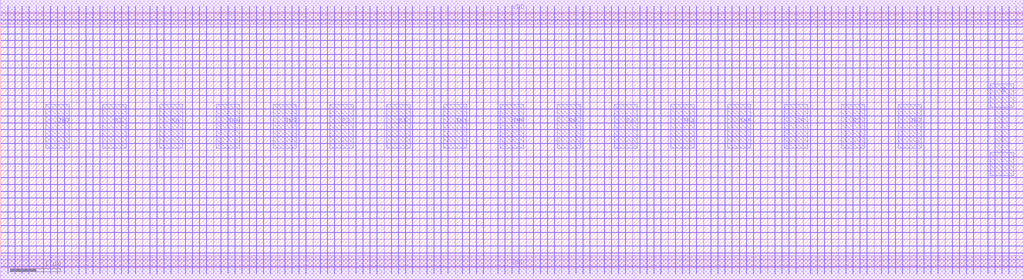
<source format=lef>
MACRO MUX8_DEBUG
 CLASS CORE ;
 FOREIGN MUX8_DEBUG 0 0 ;
 SIZE 20.16 BY 5.04 ;
 ORIGIN 0 0 ;
 SYMMETRY X Y R90 ;
 SITE unit ;
  PIN VDD
   DIRECTION INOUT ;
   USE SIGNAL ;
   SHAPE ABUTMENT ;
    PORT
     CLASS CORE ;
       LAYER met1 ;
        RECT 0.00000000 4.80000000 20.16000000 5.28000000 ;
    END
  END VDD

  PIN GND
   DIRECTION INOUT ;
   USE SIGNAL ;
   SHAPE ABUTMENT ;
    PORT
     CLASS CORE ;
       LAYER met1 ;
        RECT 0.00000000 -0.24000000 20.16000000 0.24000000 ;
    END
  END GND

  PIN Z
   DIRECTION INOUT ;
   USE SIGNAL ;
   SHAPE ABUTMENT ;
    PORT
     CLASS CORE ;
       LAYER met2 ;
        RECT 19.51000000 1.81700000 19.97000000 2.27700000 ;
        RECT 19.60000000 2.27700000 19.88000000 3.16700000 ;
        RECT 19.51000000 3.16700000 19.97000000 3.62700000 ;
    END
  END Z

  PIN IN4
   DIRECTION INOUT ;
   USE SIGNAL ;
   SHAPE ABUTMENT ;
    PORT
     CLASS CORE ;
       LAYER met2 ;
        RECT 13.21000000 2.35700000 13.67000000 3.22200000 ;
    END
  END IN4

  PIN S0
   DIRECTION INOUT ;
   USE SIGNAL ;
   SHAPE ABUTMENT ;
    PORT
     CLASS CORE ;
       LAYER met2 ;
        RECT 3.13000000 2.35700000 3.59000000 3.22200000 ;
    END
  END S0

  PIN IN0
   DIRECTION INOUT ;
   USE SIGNAL ;
   SHAPE ABUTMENT ;
    PORT
     CLASS CORE ;
       LAYER met2 ;
        RECT 4.25000000 2.35700000 4.71000000 3.22200000 ;
    END
  END IN0

  PIN S5
   DIRECTION INOUT ;
   USE SIGNAL ;
   SHAPE ABUTMENT ;
    PORT
     CLASS CORE ;
       LAYER met2 ;
        RECT 15.45000000 2.35700000 15.91000000 3.22200000 ;
    END
  END S5

  PIN S7
   DIRECTION INOUT ;
   USE SIGNAL ;
   SHAPE ABUTMENT ;
    PORT
     CLASS CORE ;
       LAYER met2 ;
        RECT 2.01000000 2.35700000 2.47000000 3.22200000 ;
    END
  END S7

  PIN IN5
   DIRECTION INOUT ;
   USE SIGNAL ;
   SHAPE ABUTMENT ;
    PORT
     CLASS CORE ;
       LAYER met2 ;
        RECT 14.33000000 2.35700000 14.79000000 3.22200000 ;
    END
  END IN5

  PIN IN1
   DIRECTION INOUT ;
   USE SIGNAL ;
   SHAPE ABUTMENT ;
    PORT
     CLASS CORE ;
       LAYER met2 ;
        RECT 8.73000000 2.35700000 9.19000000 3.22200000 ;
    END
  END IN1

  PIN S1
   DIRECTION INOUT ;
   USE SIGNAL ;
   SHAPE ABUTMENT ;
    PORT
     CLASS CORE ;
       LAYER met2 ;
        RECT 7.61000000 2.35700000 8.07000000 3.22200000 ;
    END
  END S1

  PIN S3
   DIRECTION INOUT ;
   USE SIGNAL ;
   SHAPE ABUTMENT ;
    PORT
     CLASS CORE ;
       LAYER met2 ;
        RECT 6.49000000 2.35700000 6.95000000 3.22200000 ;
    END
  END S3

  PIN S6
   DIRECTION INOUT ;
   USE SIGNAL ;
   SHAPE ABUTMENT ;
    PORT
     CLASS CORE ;
       LAYER met2 ;
        RECT 10.97000000 2.35700000 11.43000000 3.22200000 ;
    END
  END S6

  PIN S2
   DIRECTION INOUT ;
   USE SIGNAL ;
   SHAPE ABUTMENT ;
    PORT
     CLASS CORE ;
       LAYER met2 ;
        RECT 16.57000000 2.35700000 17.03000000 3.22200000 ;
    END
  END S2

  PIN IN2
   DIRECTION INOUT ;
   USE SIGNAL ;
   SHAPE ABUTMENT ;
    PORT
     CLASS CORE ;
       LAYER met2 ;
        RECT 17.69000000 2.35700000 18.15000000 3.22200000 ;
    END
  END IN2

  PIN IN3
   DIRECTION INOUT ;
   USE SIGNAL ;
   SHAPE ABUTMENT ;
    PORT
     CLASS CORE ;
       LAYER met2 ;
        RECT 5.37000000 2.35700000 5.83000000 3.22200000 ;
    END
  END IN3

  PIN IN7
   DIRECTION INOUT ;
   USE SIGNAL ;
   SHAPE ABUTMENT ;
    PORT
     CLASS CORE ;
       LAYER met2 ;
        RECT 0.89000000 2.35700000 1.35000000 3.22200000 ;
    END
  END IN7

  PIN S4
   DIRECTION INOUT ;
   USE SIGNAL ;
   SHAPE ABUTMENT ;
    PORT
     CLASS CORE ;
       LAYER met2 ;
        RECT 12.09000000 2.35700000 12.55000000 3.22200000 ;
    END
  END S4

  PIN IN6
   DIRECTION INOUT ;
   USE SIGNAL ;
   SHAPE ABUTMENT ;
    PORT
     CLASS CORE ;
       LAYER met2 ;
        RECT 9.85000000 2.35700000 10.31000000 3.22200000 ;
    END
  END IN6

 OBS
    LAYER polycont ;
     RECT 1.11600000 2.58300000 1.12400000 2.59100000 ;
     RECT 2.23600000 2.58300000 2.24400000 2.59100000 ;
     RECT 3.35600000 2.58300000 3.36400000 2.59100000 ;
     RECT 4.47600000 2.58300000 4.48400000 2.59100000 ;
     RECT 5.59600000 2.58300000 5.60400000 2.59100000 ;
     RECT 6.71600000 2.58300000 6.72400000 2.59100000 ;
     RECT 7.83600000 2.58300000 7.84400000 2.59100000 ;
     RECT 8.95600000 2.58300000 8.96400000 2.59100000 ;
     RECT 10.07600000 2.58300000 10.08400000 2.59100000 ;
     RECT 11.19600000 2.58300000 11.20400000 2.59100000 ;
     RECT 12.31600000 2.58300000 12.32400000 2.59100000 ;
     RECT 13.43600000 2.58300000 13.44400000 2.59100000 ;
     RECT 14.55600000 2.58300000 14.56400000 2.59100000 ;
     RECT 15.67600000 2.58300000 15.68400000 2.59100000 ;
     RECT 16.79600000 2.58300000 16.80400000 2.59100000 ;
     RECT 17.91600000 2.58300000 17.92400000 2.59100000 ;
     RECT 19.03600000 2.58300000 19.04400000 2.59100000 ;
     RECT 1.11600000 2.98800000 1.12400000 2.99600000 ;
     RECT 2.23600000 2.98800000 2.24400000 2.99600000 ;
     RECT 3.35600000 2.98800000 3.36400000 2.99600000 ;
     RECT 4.47600000 2.98800000 4.48400000 2.99600000 ;
     RECT 5.59600000 2.98800000 5.60400000 2.99600000 ;
     RECT 6.71600000 2.98800000 6.72400000 2.99600000 ;
     RECT 7.83600000 2.98800000 7.84400000 2.99600000 ;
     RECT 8.95600000 2.98800000 8.96400000 2.99600000 ;
     RECT 10.07600000 2.98800000 10.08400000 2.99600000 ;
     RECT 11.19600000 2.98800000 11.20400000 2.99600000 ;
     RECT 12.31600000 2.98800000 12.32400000 2.99600000 ;
     RECT 13.43600000 2.98800000 13.44400000 2.99600000 ;
     RECT 14.55600000 2.98800000 14.56400000 2.99600000 ;
     RECT 15.67600000 2.98800000 15.68400000 2.99600000 ;
     RECT 16.79600000 2.98800000 16.80400000 2.99600000 ;
     RECT 17.91600000 2.98800000 17.92400000 2.99600000 ;
     RECT 19.03600000 2.98800000 19.04400000 2.99600000 ;

    LAYER pdiffc ;
     RECT 0.41600000 3.39300000 0.42400000 3.40100000 ;
     RECT 19.73600000 3.39300000 19.74400000 3.40100000 ;
     RECT 0.41600000 3.52800000 0.42400000 3.53600000 ;
     RECT 19.73600000 3.52800000 19.74400000 3.53600000 ;
     RECT 0.41600000 3.66300000 0.42400000 3.67100000 ;
     RECT 19.73600000 3.66300000 19.74400000 3.67100000 ;
     RECT 0.41600000 3.79800000 0.42400000 3.80600000 ;
     RECT 19.73600000 3.79800000 19.74400000 3.80600000 ;
     RECT 0.41600000 3.93300000 0.42400000 3.94100000 ;
     RECT 19.73600000 3.93300000 19.74400000 3.94100000 ;
     RECT 0.41600000 4.06800000 0.42400000 4.07600000 ;
     RECT 19.73600000 4.06800000 19.74400000 4.07600000 ;
     RECT 0.41600000 4.20300000 0.42400000 4.21100000 ;
     RECT 19.73600000 4.20300000 19.74400000 4.21100000 ;
     RECT 0.41600000 4.33800000 0.42400000 4.34600000 ;
     RECT 19.73600000 4.33800000 19.74400000 4.34600000 ;
     RECT 0.41600000 4.47300000 0.42400000 4.48100000 ;
     RECT 19.73600000 4.47300000 19.74400000 4.48100000 ;
     RECT 0.41600000 4.60800000 0.42400000 4.61600000 ;
     RECT 19.73600000 4.60800000 19.74400000 4.61600000 ;

    LAYER ndiffc ;
     RECT 15.11600000 0.42300000 15.12400000 0.43100000 ;
     RECT 16.23600000 0.42300000 16.24400000 0.43100000 ;
     RECT 17.35600000 0.42300000 17.36400000 0.43100000 ;
     RECT 18.47600000 0.42300000 18.48400000 0.43100000 ;
     RECT 19.59600000 0.42300000 19.60400000 0.43100000 ;
     RECT 19.73600000 0.42300000 19.74400000 0.43100000 ;
     RECT 15.11600000 0.55800000 15.12400000 0.56600000 ;
     RECT 16.23600000 0.55800000 16.24400000 0.56600000 ;
     RECT 17.35600000 0.55800000 17.36400000 0.56600000 ;
     RECT 18.47600000 0.55800000 18.48400000 0.56600000 ;
     RECT 19.59600000 0.55800000 19.60400000 0.56600000 ;
     RECT 19.73600000 0.55800000 19.74400000 0.56600000 ;
     RECT 15.11600000 0.69300000 15.12400000 0.70100000 ;
     RECT 16.23600000 0.69300000 16.24400000 0.70100000 ;
     RECT 17.35600000 0.69300000 17.36400000 0.70100000 ;
     RECT 18.47600000 0.69300000 18.48400000 0.70100000 ;
     RECT 19.59600000 0.69300000 19.60400000 0.70100000 ;
     RECT 19.73600000 0.69300000 19.74400000 0.70100000 ;
     RECT 15.11600000 0.82800000 15.12400000 0.83600000 ;
     RECT 16.23600000 0.82800000 16.24400000 0.83600000 ;
     RECT 17.35600000 0.82800000 17.36400000 0.83600000 ;
     RECT 18.47600000 0.82800000 18.48400000 0.83600000 ;
     RECT 19.59600000 0.82800000 19.60400000 0.83600000 ;
     RECT 19.73600000 0.82800000 19.74400000 0.83600000 ;
     RECT 15.11600000 0.96300000 15.12400000 0.97100000 ;
     RECT 16.23600000 0.96300000 16.24400000 0.97100000 ;
     RECT 17.35600000 0.96300000 17.36400000 0.97100000 ;
     RECT 18.47600000 0.96300000 18.48400000 0.97100000 ;
     RECT 19.59600000 0.96300000 19.60400000 0.97100000 ;
     RECT 19.73600000 0.96300000 19.74400000 0.97100000 ;
     RECT 15.11600000 1.09800000 15.12400000 1.10600000 ;
     RECT 16.23600000 1.09800000 16.24400000 1.10600000 ;
     RECT 17.35600000 1.09800000 17.36400000 1.10600000 ;
     RECT 18.47600000 1.09800000 18.48400000 1.10600000 ;
     RECT 19.59600000 1.09800000 19.60400000 1.10600000 ;
     RECT 19.73600000 1.09800000 19.74400000 1.10600000 ;
     RECT 15.11600000 1.23300000 15.12400000 1.24100000 ;
     RECT 16.23600000 1.23300000 16.24400000 1.24100000 ;
     RECT 17.35600000 1.23300000 17.36400000 1.24100000 ;
     RECT 18.47600000 1.23300000 18.48400000 1.24100000 ;
     RECT 19.59600000 1.23300000 19.60400000 1.24100000 ;
     RECT 19.73600000 1.23300000 19.74400000 1.24100000 ;
     RECT 15.11600000 1.36800000 15.12400000 1.37600000 ;
     RECT 16.23600000 1.36800000 16.24400000 1.37600000 ;
     RECT 17.35600000 1.36800000 17.36400000 1.37600000 ;
     RECT 18.47600000 1.36800000 18.48400000 1.37600000 ;
     RECT 19.59600000 1.36800000 19.60400000 1.37600000 ;
     RECT 19.73600000 1.36800000 19.74400000 1.37600000 ;
     RECT 15.11600000 1.50300000 15.12400000 1.51100000 ;
     RECT 16.23600000 1.50300000 16.24400000 1.51100000 ;
     RECT 17.35600000 1.50300000 17.36400000 1.51100000 ;
     RECT 18.47600000 1.50300000 18.48400000 1.51100000 ;
     RECT 19.59600000 1.50300000 19.60400000 1.51100000 ;
     RECT 19.73600000 1.50300000 19.74400000 1.51100000 ;
     RECT 15.11600000 1.63800000 15.12400000 1.64600000 ;
     RECT 16.23600000 1.63800000 16.24400000 1.64600000 ;
     RECT 17.35600000 1.63800000 17.36400000 1.64600000 ;
     RECT 18.47600000 1.63800000 18.48400000 1.64600000 ;
     RECT 19.59600000 1.63800000 19.60400000 1.64600000 ;
     RECT 19.73600000 1.63800000 19.74400000 1.64600000 ;
     RECT 15.11600000 1.77300000 15.12400000 1.78100000 ;
     RECT 16.23600000 1.77300000 16.24400000 1.78100000 ;
     RECT 17.35600000 1.77300000 17.36400000 1.78100000 ;
     RECT 18.47600000 1.77300000 18.48400000 1.78100000 ;
     RECT 19.59600000 1.77300000 19.60400000 1.78100000 ;
     RECT 19.73600000 1.77300000 19.74400000 1.78100000 ;
     RECT 15.11600000 1.90800000 15.12400000 1.91600000 ;
     RECT 16.23600000 1.90800000 16.24400000 1.91600000 ;
     RECT 17.35600000 1.90800000 17.36400000 1.91600000 ;
     RECT 18.47600000 1.90800000 18.48400000 1.91600000 ;
     RECT 19.59600000 1.90800000 19.60400000 1.91600000 ;
     RECT 19.73600000 1.90800000 19.74400000 1.91600000 ;
     RECT 15.11600000 2.04300000 15.12400000 2.05100000 ;
     RECT 16.23600000 2.04300000 16.24400000 2.05100000 ;
     RECT 17.35600000 2.04300000 17.36400000 2.05100000 ;
     RECT 18.47600000 2.04300000 18.48400000 2.05100000 ;
     RECT 19.59600000 2.04300000 19.60400000 2.05100000 ;
     RECT 19.73600000 2.04300000 19.74400000 2.05100000 ;
     RECT 12.87600000 0.42300000 12.88400000 0.43100000 ;
     RECT 13.99600000 0.42300000 14.00400000 0.43100000 ;
     RECT 10.63600000 1.50300000 10.64400000 1.51100000 ;
     RECT 11.75600000 1.50300000 11.76400000 1.51100000 ;
     RECT 12.87600000 1.50300000 12.88400000 1.51100000 ;
     RECT 13.99600000 1.50300000 14.00400000 1.51100000 ;
     RECT 10.63600000 0.42300000 10.64400000 0.43100000 ;
     RECT 11.75600000 0.42300000 11.76400000 0.43100000 ;
     RECT 10.63600000 1.09800000 10.64400000 1.10600000 ;
     RECT 11.75600000 1.09800000 11.76400000 1.10600000 ;
     RECT 12.87600000 1.09800000 12.88400000 1.10600000 ;
     RECT 13.99600000 1.09800000 14.00400000 1.10600000 ;
     RECT 10.63600000 1.63800000 10.64400000 1.64600000 ;
     RECT 11.75600000 1.63800000 11.76400000 1.64600000 ;
     RECT 12.87600000 1.63800000 12.88400000 1.64600000 ;
     RECT 13.99600000 1.63800000 14.00400000 1.64600000 ;
     RECT 10.63600000 0.82800000 10.64400000 0.83600000 ;
     RECT 11.75600000 0.82800000 11.76400000 0.83600000 ;
     RECT 12.87600000 0.82800000 12.88400000 0.83600000 ;
     RECT 13.99600000 0.82800000 14.00400000 0.83600000 ;
     RECT 10.63600000 0.55800000 10.64400000 0.56600000 ;
     RECT 11.75600000 0.55800000 11.76400000 0.56600000 ;
     RECT 10.63600000 1.77300000 10.64400000 1.78100000 ;
     RECT 11.75600000 1.77300000 11.76400000 1.78100000 ;
     RECT 12.87600000 1.77300000 12.88400000 1.78100000 ;
     RECT 13.99600000 1.77300000 14.00400000 1.78100000 ;
     RECT 10.63600000 1.23300000 10.64400000 1.24100000 ;
     RECT 11.75600000 1.23300000 11.76400000 1.24100000 ;
     RECT 12.87600000 1.23300000 12.88400000 1.24100000 ;
     RECT 13.99600000 1.23300000 14.00400000 1.24100000 ;
     RECT 10.63600000 0.69300000 10.64400000 0.70100000 ;
     RECT 11.75600000 0.69300000 11.76400000 0.70100000 ;
     RECT 10.63600000 1.90800000 10.64400000 1.91600000 ;
     RECT 11.75600000 1.90800000 11.76400000 1.91600000 ;
     RECT 12.87600000 1.90800000 12.88400000 1.91600000 ;
     RECT 13.99600000 1.90800000 14.00400000 1.91600000 ;
     RECT 12.87600000 0.69300000 12.88400000 0.70100000 ;
     RECT 13.99600000 0.69300000 14.00400000 0.70100000 ;
     RECT 10.63600000 0.96300000 10.64400000 0.97100000 ;
     RECT 11.75600000 0.96300000 11.76400000 0.97100000 ;
     RECT 10.63600000 1.36800000 10.64400000 1.37600000 ;
     RECT 11.75600000 1.36800000 11.76400000 1.37600000 ;
     RECT 10.63600000 2.04300000 10.64400000 2.05100000 ;
     RECT 11.75600000 2.04300000 11.76400000 2.05100000 ;
     RECT 12.87600000 2.04300000 12.88400000 2.05100000 ;
     RECT 13.99600000 2.04300000 14.00400000 2.05100000 ;
     RECT 12.87600000 1.36800000 12.88400000 1.37600000 ;
     RECT 13.99600000 1.36800000 14.00400000 1.37600000 ;
     RECT 12.87600000 0.96300000 12.88400000 0.97100000 ;
     RECT 13.99600000 0.96300000 14.00400000 0.97100000 ;
     RECT 12.87600000 0.55800000 12.88400000 0.56600000 ;
     RECT 13.99600000 0.55800000 14.00400000 0.56600000 ;
     RECT 6.15600000 0.82800000 6.16400000 0.83600000 ;
     RECT 7.27600000 0.82800000 7.28400000 0.83600000 ;
     RECT 8.39600000 0.82800000 8.40400000 0.83600000 ;
     RECT 9.51600000 0.82800000 9.52400000 0.83600000 ;
     RECT 6.15600000 1.36800000 6.16400000 1.37600000 ;
     RECT 7.27600000 1.36800000 7.28400000 1.37600000 ;
     RECT 8.39600000 1.36800000 8.40400000 1.37600000 ;
     RECT 9.51600000 1.36800000 9.52400000 1.37600000 ;
     RECT 6.15600000 0.42300000 6.16400000 0.43100000 ;
     RECT 7.27600000 0.42300000 7.28400000 0.43100000 ;
     RECT 8.39600000 0.42300000 8.40400000 0.43100000 ;
     RECT 9.51600000 0.42300000 9.52400000 0.43100000 ;
     RECT 6.15600000 1.50300000 6.16400000 1.51100000 ;
     RECT 7.27600000 1.50300000 7.28400000 1.51100000 ;
     RECT 8.39600000 1.50300000 8.40400000 1.51100000 ;
     RECT 9.51600000 1.50300000 9.52400000 1.51100000 ;
     RECT 6.15600000 0.96300000 6.16400000 0.97100000 ;
     RECT 7.27600000 0.96300000 7.28400000 0.97100000 ;
     RECT 8.39600000 0.96300000 8.40400000 0.97100000 ;
     RECT 9.51600000 0.96300000 9.52400000 0.97100000 ;
     RECT 6.15600000 1.63800000 6.16400000 1.64600000 ;
     RECT 7.27600000 1.63800000 7.28400000 1.64600000 ;
     RECT 8.39600000 1.63800000 8.40400000 1.64600000 ;
     RECT 9.51600000 1.63800000 9.52400000 1.64600000 ;
     RECT 6.15600000 0.69300000 6.16400000 0.70100000 ;
     RECT 7.27600000 0.69300000 7.28400000 0.70100000 ;
     RECT 8.39600000 0.69300000 8.40400000 0.70100000 ;
     RECT 9.51600000 0.69300000 9.52400000 0.70100000 ;
     RECT 6.15600000 1.77300000 6.16400000 1.78100000 ;
     RECT 7.27600000 1.77300000 7.28400000 1.78100000 ;
     RECT 8.39600000 1.77300000 8.40400000 1.78100000 ;
     RECT 9.51600000 1.77300000 9.52400000 1.78100000 ;
     RECT 6.15600000 1.09800000 6.16400000 1.10600000 ;
     RECT 7.27600000 1.09800000 7.28400000 1.10600000 ;
     RECT 8.39600000 1.09800000 8.40400000 1.10600000 ;
     RECT 9.51600000 1.09800000 9.52400000 1.10600000 ;
     RECT 6.15600000 1.90800000 6.16400000 1.91600000 ;
     RECT 7.27600000 1.90800000 7.28400000 1.91600000 ;
     RECT 8.39600000 1.90800000 8.40400000 1.91600000 ;
     RECT 9.51600000 1.90800000 9.52400000 1.91600000 ;
     RECT 6.15600000 0.55800000 6.16400000 0.56600000 ;
     RECT 7.27600000 0.55800000 7.28400000 0.56600000 ;
     RECT 8.39600000 0.55800000 8.40400000 0.56600000 ;
     RECT 9.51600000 0.55800000 9.52400000 0.56600000 ;
     RECT 6.15600000 2.04300000 6.16400000 2.05100000 ;
     RECT 7.27600000 2.04300000 7.28400000 2.05100000 ;
     RECT 8.39600000 2.04300000 8.40400000 2.05100000 ;
     RECT 9.51600000 2.04300000 9.52400000 2.05100000 ;
     RECT 6.15600000 1.23300000 6.16400000 1.24100000 ;
     RECT 7.27600000 1.23300000 7.28400000 1.24100000 ;
     RECT 8.39600000 1.23300000 8.40400000 1.24100000 ;
     RECT 9.51600000 1.23300000 9.52400000 1.24100000 ;
     RECT 1.67600000 1.63800000 1.68400000 1.64600000 ;
     RECT 2.79600000 1.63800000 2.80400000 1.64600000 ;
     RECT 3.91600000 1.63800000 3.92400000 1.64600000 ;
     RECT 5.03600000 1.63800000 5.04400000 1.64600000 ;
     RECT 0.41600000 0.42300000 0.42400000 0.43100000 ;
     RECT 0.55600000 0.42300000 0.56400000 0.43100000 ;
     RECT 1.67600000 0.42300000 1.68400000 0.43100000 ;
     RECT 2.79600000 0.42300000 2.80400000 0.43100000 ;
     RECT 0.41600000 0.69300000 0.42400000 0.70100000 ;
     RECT 0.55600000 0.69300000 0.56400000 0.70100000 ;
     RECT 1.67600000 0.69300000 1.68400000 0.70100000 ;
     RECT 2.79600000 0.69300000 2.80400000 0.70100000 ;
     RECT 3.91600000 0.69300000 3.92400000 0.70100000 ;
     RECT 5.03600000 0.69300000 5.04400000 0.70100000 ;
     RECT 3.91600000 0.42300000 3.92400000 0.43100000 ;
     RECT 5.03600000 0.42300000 5.04400000 0.43100000 ;
     RECT 1.67600000 0.82800000 1.68400000 0.83600000 ;
     RECT 2.79600000 0.82800000 2.80400000 0.83600000 ;
     RECT 0.41600000 1.77300000 0.42400000 1.78100000 ;
     RECT 0.55600000 1.77300000 0.56400000 1.78100000 ;
     RECT 1.67600000 1.77300000 1.68400000 1.78100000 ;
     RECT 2.79600000 1.77300000 2.80400000 1.78100000 ;
     RECT 3.91600000 1.77300000 3.92400000 1.78100000 ;
     RECT 5.03600000 1.77300000 5.04400000 1.78100000 ;
     RECT 0.41600000 1.36800000 0.42400000 1.37600000 ;
     RECT 0.55600000 1.36800000 0.56400000 1.37600000 ;
     RECT 0.41600000 1.50300000 0.42400000 1.51100000 ;
     RECT 0.55600000 1.50300000 0.56400000 1.51100000 ;
     RECT 0.41600000 1.09800000 0.42400000 1.10600000 ;
     RECT 0.55600000 1.09800000 0.56400000 1.10600000 ;
     RECT 1.67600000 1.09800000 1.68400000 1.10600000 ;
     RECT 2.79600000 1.09800000 2.80400000 1.10600000 ;
     RECT 3.91600000 1.09800000 3.92400000 1.10600000 ;
     RECT 5.03600000 1.09800000 5.04400000 1.10600000 ;
     RECT 1.67600000 1.50300000 1.68400000 1.51100000 ;
     RECT 2.79600000 1.50300000 2.80400000 1.51100000 ;
     RECT 3.91600000 1.50300000 3.92400000 1.51100000 ;
     RECT 5.03600000 1.50300000 5.04400000 1.51100000 ;
     RECT 0.41600000 1.90800000 0.42400000 1.91600000 ;
     RECT 0.55600000 1.90800000 0.56400000 1.91600000 ;
     RECT 1.67600000 1.90800000 1.68400000 1.91600000 ;
     RECT 2.79600000 1.90800000 2.80400000 1.91600000 ;
     RECT 3.91600000 1.90800000 3.92400000 1.91600000 ;
     RECT 5.03600000 1.90800000 5.04400000 1.91600000 ;
     RECT 1.67600000 1.36800000 1.68400000 1.37600000 ;
     RECT 2.79600000 1.36800000 2.80400000 1.37600000 ;
     RECT 3.91600000 1.36800000 3.92400000 1.37600000 ;
     RECT 5.03600000 1.36800000 5.04400000 1.37600000 ;
     RECT 0.41600000 0.55800000 0.42400000 0.56600000 ;
     RECT 0.55600000 0.55800000 0.56400000 0.56600000 ;
     RECT 1.67600000 0.55800000 1.68400000 0.56600000 ;
     RECT 2.79600000 0.55800000 2.80400000 0.56600000 ;
     RECT 3.91600000 0.55800000 3.92400000 0.56600000 ;
     RECT 5.03600000 0.55800000 5.04400000 0.56600000 ;
     RECT 0.41600000 0.96300000 0.42400000 0.97100000 ;
     RECT 0.55600000 0.96300000 0.56400000 0.97100000 ;
     RECT 1.67600000 0.96300000 1.68400000 0.97100000 ;
     RECT 2.79600000 0.96300000 2.80400000 0.97100000 ;
     RECT 0.41600000 2.04300000 0.42400000 2.05100000 ;
     RECT 0.55600000 2.04300000 0.56400000 2.05100000 ;
     RECT 1.67600000 2.04300000 1.68400000 2.05100000 ;
     RECT 2.79600000 2.04300000 2.80400000 2.05100000 ;
     RECT 3.91600000 2.04300000 3.92400000 2.05100000 ;
     RECT 5.03600000 2.04300000 5.04400000 2.05100000 ;
     RECT 3.91600000 0.96300000 3.92400000 0.97100000 ;
     RECT 5.03600000 0.96300000 5.04400000 0.97100000 ;
     RECT 3.91600000 0.82800000 3.92400000 0.83600000 ;
     RECT 5.03600000 0.82800000 5.04400000 0.83600000 ;
     RECT 0.41600000 1.23300000 0.42400000 1.24100000 ;
     RECT 0.55600000 1.23300000 0.56400000 1.24100000 ;
     RECT 1.67600000 1.23300000 1.68400000 1.24100000 ;
     RECT 2.79600000 1.23300000 2.80400000 1.24100000 ;
     RECT 3.91600000 1.23300000 3.92400000 1.24100000 ;
     RECT 5.03600000 1.23300000 5.04400000 1.24100000 ;
     RECT 0.41600000 0.82800000 0.42400000 0.83600000 ;
     RECT 0.55600000 0.82800000 0.56400000 0.83600000 ;
     RECT 0.41600000 1.63800000 0.42400000 1.64600000 ;
     RECT 0.55600000 1.63800000 0.56400000 1.64600000 ;

    LAYER met1 ;
     RECT 0.00000000 -0.24000000 20.16000000 0.24000000 ;
     RECT 10.07600000 0.24000000 10.08400000 0.28800000 ;
     RECT 0.02500000 0.28800000 20.13500000 0.29600000 ;
     RECT 10.07600000 0.29600000 10.08400000 0.42300000 ;
     RECT 0.02500000 0.42300000 20.13500000 0.43100000 ;
     RECT 10.07600000 0.43100000 10.08400000 0.55800000 ;
     RECT 0.02500000 0.55800000 20.13500000 0.56600000 ;
     RECT 10.07600000 0.56600000 10.08400000 0.69300000 ;
     RECT 0.02500000 0.69300000 20.13500000 0.70100000 ;
     RECT 10.07600000 0.70100000 10.08400000 0.82800000 ;
     RECT 0.02500000 0.82800000 20.13500000 0.83600000 ;
     RECT 10.07600000 0.83600000 10.08400000 0.96300000 ;
     RECT 0.02500000 0.96300000 20.13500000 0.97100000 ;
     RECT 10.07600000 0.97100000 10.08400000 1.09800000 ;
     RECT 0.02500000 1.09800000 20.13500000 1.10600000 ;
     RECT 10.07600000 1.10600000 10.08400000 1.23300000 ;
     RECT 0.02500000 1.23300000 20.13500000 1.24100000 ;
     RECT 10.07600000 1.24100000 10.08400000 1.36800000 ;
     RECT 0.02500000 1.36800000 20.13500000 1.37600000 ;
     RECT 10.07600000 1.37600000 10.08400000 1.50300000 ;
     RECT 0.02500000 1.50300000 20.13500000 1.51100000 ;
     RECT 10.07600000 1.51100000 10.08400000 1.63800000 ;
     RECT 0.02500000 1.63800000 20.13500000 1.64600000 ;
     RECT 10.07600000 1.64600000 10.08400000 1.77300000 ;
     RECT 0.02500000 1.77300000 20.13500000 1.78100000 ;
     RECT 10.07600000 1.78100000 10.08400000 1.90800000 ;
     RECT 0.02500000 1.90800000 20.13500000 1.91600000 ;
     RECT 10.07600000 1.91600000 10.08400000 2.04300000 ;
     RECT 0.02500000 2.04300000 20.13500000 2.05100000 ;
     RECT 10.07600000 2.05100000 10.08400000 2.17800000 ;
     RECT 0.02500000 2.17800000 20.13500000 2.18600000 ;
     RECT 10.07600000 2.18600000 10.08400000 2.31300000 ;
     RECT 0.02500000 2.31300000 20.13500000 2.32100000 ;
     RECT 10.07600000 2.32100000 10.08400000 2.44800000 ;
     RECT 0.02500000 2.44800000 20.13500000 2.45600000 ;
     RECT 0.13600000 2.45600000 0.14400000 2.58300000 ;
     RECT 0.27600000 2.45600000 0.28400000 2.58300000 ;
     RECT 0.41600000 2.45600000 0.42400000 2.58300000 ;
     RECT 0.55600000 2.45600000 0.56400000 2.58300000 ;
     RECT 0.69600000 2.45600000 0.70400000 2.58300000 ;
     RECT 0.83600000 2.45600000 0.84400000 2.58300000 ;
     RECT 0.97600000 2.45600000 0.98400000 2.58300000 ;
     RECT 1.11600000 2.45600000 1.12400000 2.58300000 ;
     RECT 1.25600000 2.45600000 1.26400000 2.58300000 ;
     RECT 1.39600000 2.45600000 1.40400000 2.58300000 ;
     RECT 1.53600000 2.45600000 1.54400000 2.58300000 ;
     RECT 1.67600000 2.45600000 1.68400000 2.58300000 ;
     RECT 1.81600000 2.45600000 1.82400000 2.58300000 ;
     RECT 1.95600000 2.45600000 1.96400000 2.58300000 ;
     RECT 2.09600000 2.45600000 2.10400000 2.58300000 ;
     RECT 2.23600000 2.45600000 2.24400000 2.58300000 ;
     RECT 2.37600000 2.45600000 2.38400000 2.58300000 ;
     RECT 2.51600000 2.45600000 2.52400000 2.58300000 ;
     RECT 2.65600000 2.45600000 2.66400000 2.58300000 ;
     RECT 2.79600000 2.45600000 2.80400000 2.58300000 ;
     RECT 2.93600000 2.45600000 2.94400000 2.58300000 ;
     RECT 3.07600000 2.45600000 3.08400000 2.58300000 ;
     RECT 3.21600000 2.45600000 3.22400000 2.58300000 ;
     RECT 3.35600000 2.45600000 3.36400000 2.58300000 ;
     RECT 3.49600000 2.45600000 3.50400000 2.58300000 ;
     RECT 3.63600000 2.45600000 3.64400000 2.58300000 ;
     RECT 3.77600000 2.45600000 3.78400000 2.58300000 ;
     RECT 3.91600000 2.45600000 3.92400000 2.58300000 ;
     RECT 4.05600000 2.45600000 4.06400000 2.58300000 ;
     RECT 4.19600000 2.45600000 4.20400000 2.58300000 ;
     RECT 4.33600000 2.45600000 4.34400000 2.58300000 ;
     RECT 4.47600000 2.45600000 4.48400000 2.58300000 ;
     RECT 4.61600000 2.45600000 4.62400000 2.58300000 ;
     RECT 4.75600000 2.45600000 4.76400000 2.58300000 ;
     RECT 4.89600000 2.45600000 4.90400000 2.58300000 ;
     RECT 5.03600000 2.45600000 5.04400000 2.58300000 ;
     RECT 5.17600000 2.45600000 5.18400000 2.58300000 ;
     RECT 5.31600000 2.45600000 5.32400000 2.58300000 ;
     RECT 5.45600000 2.45600000 5.46400000 2.58300000 ;
     RECT 5.59600000 2.45600000 5.60400000 2.58300000 ;
     RECT 5.73600000 2.45600000 5.74400000 2.58300000 ;
     RECT 5.87600000 2.45600000 5.88400000 2.58300000 ;
     RECT 6.01600000 2.45600000 6.02400000 2.58300000 ;
     RECT 6.15600000 2.45600000 6.16400000 2.58300000 ;
     RECT 6.29600000 2.45600000 6.30400000 2.58300000 ;
     RECT 6.43600000 2.45600000 6.44400000 2.58300000 ;
     RECT 6.57600000 2.45600000 6.58400000 2.58300000 ;
     RECT 6.71600000 2.45600000 6.72400000 2.58300000 ;
     RECT 6.85600000 2.45600000 6.86400000 2.58300000 ;
     RECT 6.99600000 2.45600000 7.00400000 2.58300000 ;
     RECT 7.13600000 2.45600000 7.14400000 2.58300000 ;
     RECT 7.27600000 2.45600000 7.28400000 2.58300000 ;
     RECT 7.41600000 2.45600000 7.42400000 2.58300000 ;
     RECT 7.55600000 2.45600000 7.56400000 2.58300000 ;
     RECT 7.69600000 2.45600000 7.70400000 2.58300000 ;
     RECT 7.83600000 2.45600000 7.84400000 2.58300000 ;
     RECT 7.97600000 2.45600000 7.98400000 2.58300000 ;
     RECT 8.11600000 2.45600000 8.12400000 2.58300000 ;
     RECT 8.25600000 2.45600000 8.26400000 2.58300000 ;
     RECT 8.39600000 2.45600000 8.40400000 2.58300000 ;
     RECT 8.53600000 2.45600000 8.54400000 2.58300000 ;
     RECT 8.67600000 2.45600000 8.68400000 2.58300000 ;
     RECT 8.81600000 2.45600000 8.82400000 2.58300000 ;
     RECT 8.95600000 2.45600000 8.96400000 2.58300000 ;
     RECT 9.09600000 2.45600000 9.10400000 2.58300000 ;
     RECT 9.23600000 2.45600000 9.24400000 2.58300000 ;
     RECT 9.37600000 2.45600000 9.38400000 2.58300000 ;
     RECT 9.51600000 2.45600000 9.52400000 2.58300000 ;
     RECT 9.65600000 2.45600000 9.66400000 2.58300000 ;
     RECT 9.79600000 2.45600000 9.80400000 2.58300000 ;
     RECT 9.93600000 2.45600000 9.94400000 2.58300000 ;
     RECT 10.07600000 2.45600000 10.08400000 2.58300000 ;
     RECT 10.21600000 2.45600000 10.22400000 2.58300000 ;
     RECT 10.35600000 2.45600000 10.36400000 2.58300000 ;
     RECT 10.49600000 2.45600000 10.50400000 2.58300000 ;
     RECT 10.63600000 2.45600000 10.64400000 2.58300000 ;
     RECT 10.77600000 2.45600000 10.78400000 2.58300000 ;
     RECT 10.91600000 2.45600000 10.92400000 2.58300000 ;
     RECT 11.05600000 2.45600000 11.06400000 2.58300000 ;
     RECT 11.19600000 2.45600000 11.20400000 2.58300000 ;
     RECT 11.33600000 2.45600000 11.34400000 2.58300000 ;
     RECT 11.47600000 2.45600000 11.48400000 2.58300000 ;
     RECT 11.61600000 2.45600000 11.62400000 2.58300000 ;
     RECT 11.75600000 2.45600000 11.76400000 2.58300000 ;
     RECT 11.89600000 2.45600000 11.90400000 2.58300000 ;
     RECT 12.03600000 2.45600000 12.04400000 2.58300000 ;
     RECT 12.17600000 2.45600000 12.18400000 2.58300000 ;
     RECT 12.31600000 2.45600000 12.32400000 2.58300000 ;
     RECT 12.45600000 2.45600000 12.46400000 2.58300000 ;
     RECT 12.59600000 2.45600000 12.60400000 2.58300000 ;
     RECT 12.73600000 2.45600000 12.74400000 2.58300000 ;
     RECT 12.87600000 2.45600000 12.88400000 2.58300000 ;
     RECT 13.01600000 2.45600000 13.02400000 2.58300000 ;
     RECT 13.15600000 2.45600000 13.16400000 2.58300000 ;
     RECT 13.29600000 2.45600000 13.30400000 2.58300000 ;
     RECT 13.43600000 2.45600000 13.44400000 2.58300000 ;
     RECT 13.57600000 2.45600000 13.58400000 2.58300000 ;
     RECT 13.71600000 2.45600000 13.72400000 2.58300000 ;
     RECT 13.85600000 2.45600000 13.86400000 2.58300000 ;
     RECT 13.99600000 2.45600000 14.00400000 2.58300000 ;
     RECT 14.13600000 2.45600000 14.14400000 2.58300000 ;
     RECT 14.27600000 2.45600000 14.28400000 2.58300000 ;
     RECT 14.41600000 2.45600000 14.42400000 2.58300000 ;
     RECT 14.55600000 2.45600000 14.56400000 2.58300000 ;
     RECT 14.69600000 2.45600000 14.70400000 2.58300000 ;
     RECT 14.83600000 2.45600000 14.84400000 2.58300000 ;
     RECT 14.97600000 2.45600000 14.98400000 2.58300000 ;
     RECT 15.11600000 2.45600000 15.12400000 2.58300000 ;
     RECT 15.25600000 2.45600000 15.26400000 2.58300000 ;
     RECT 15.39600000 2.45600000 15.40400000 2.58300000 ;
     RECT 15.53600000 2.45600000 15.54400000 2.58300000 ;
     RECT 15.67600000 2.45600000 15.68400000 2.58300000 ;
     RECT 15.81600000 2.45600000 15.82400000 2.58300000 ;
     RECT 15.95600000 2.45600000 15.96400000 2.58300000 ;
     RECT 16.09600000 2.45600000 16.10400000 2.58300000 ;
     RECT 16.23600000 2.45600000 16.24400000 2.58300000 ;
     RECT 16.37600000 2.45600000 16.38400000 2.58300000 ;
     RECT 16.51600000 2.45600000 16.52400000 2.58300000 ;
     RECT 16.65600000 2.45600000 16.66400000 2.58300000 ;
     RECT 16.79600000 2.45600000 16.80400000 2.58300000 ;
     RECT 16.93600000 2.45600000 16.94400000 2.58300000 ;
     RECT 17.07600000 2.45600000 17.08400000 2.58300000 ;
     RECT 17.21600000 2.45600000 17.22400000 2.58300000 ;
     RECT 17.35600000 2.45600000 17.36400000 2.58300000 ;
     RECT 17.49600000 2.45600000 17.50400000 2.58300000 ;
     RECT 17.63600000 2.45600000 17.64400000 2.58300000 ;
     RECT 17.77600000 2.45600000 17.78400000 2.58300000 ;
     RECT 17.91600000 2.45600000 17.92400000 2.58300000 ;
     RECT 18.05600000 2.45600000 18.06400000 2.58300000 ;
     RECT 18.19600000 2.45600000 18.20400000 2.58300000 ;
     RECT 18.33600000 2.45600000 18.34400000 2.58300000 ;
     RECT 18.47600000 2.45600000 18.48400000 2.58300000 ;
     RECT 18.61600000 2.45600000 18.62400000 2.58300000 ;
     RECT 18.75600000 2.45600000 18.76400000 2.58300000 ;
     RECT 18.89600000 2.45600000 18.90400000 2.58300000 ;
     RECT 19.03600000 2.45600000 19.04400000 2.58300000 ;
     RECT 19.17600000 2.45600000 19.18400000 2.58300000 ;
     RECT 19.31600000 2.45600000 19.32400000 2.58300000 ;
     RECT 19.45600000 2.45600000 19.46400000 2.58300000 ;
     RECT 19.59600000 2.45600000 19.60400000 2.58300000 ;
     RECT 19.73600000 2.45600000 19.74400000 2.58300000 ;
     RECT 19.87600000 2.45600000 19.88400000 2.58300000 ;
     RECT 20.01600000 2.45600000 20.02400000 2.58300000 ;
     RECT 0.02500000 2.58300000 20.13500000 2.59100000 ;
     RECT 10.07600000 2.59100000 10.08400000 2.71800000 ;
     RECT 0.02500000 2.71800000 20.13500000 2.72600000 ;
     RECT 10.07600000 2.72600000 10.08400000 2.85300000 ;
     RECT 0.02500000 2.85300000 20.13500000 2.86100000 ;
     RECT 10.07600000 2.86100000 10.08400000 2.98800000 ;
     RECT 0.02500000 2.98800000 20.13500000 2.99600000 ;
     RECT 10.07600000 2.99600000 10.08400000 3.12300000 ;
     RECT 0.02500000 3.12300000 20.13500000 3.13100000 ;
     RECT 10.07600000 3.13100000 10.08400000 3.25800000 ;
     RECT 0.02500000 3.25800000 20.13500000 3.26600000 ;
     RECT 10.07600000 3.26600000 10.08400000 3.39300000 ;
     RECT 0.02500000 3.39300000 20.13500000 3.40100000 ;
     RECT 10.07600000 3.40100000 10.08400000 3.52800000 ;
     RECT 0.02500000 3.52800000 20.13500000 3.53600000 ;
     RECT 10.07600000 3.53600000 10.08400000 3.66300000 ;
     RECT 0.02500000 3.66300000 20.13500000 3.67100000 ;
     RECT 10.07600000 3.67100000 10.08400000 3.79800000 ;
     RECT 0.02500000 3.79800000 20.13500000 3.80600000 ;
     RECT 10.07600000 3.80600000 10.08400000 3.93300000 ;
     RECT 0.02500000 3.93300000 20.13500000 3.94100000 ;
     RECT 10.07600000 3.94100000 10.08400000 4.06800000 ;
     RECT 0.02500000 4.06800000 20.13500000 4.07600000 ;
     RECT 10.07600000 4.07600000 10.08400000 4.20300000 ;
     RECT 0.02500000 4.20300000 20.13500000 4.21100000 ;
     RECT 10.07600000 4.21100000 10.08400000 4.33800000 ;
     RECT 0.02500000 4.33800000 20.13500000 4.34600000 ;
     RECT 10.07600000 4.34600000 10.08400000 4.47300000 ;
     RECT 0.02500000 4.47300000 20.13500000 4.48100000 ;
     RECT 10.07600000 4.48100000 10.08400000 4.60800000 ;
     RECT 0.02500000 4.60800000 20.13500000 4.61600000 ;
     RECT 10.07600000 4.61600000 10.08400000 4.74300000 ;
     RECT 0.02500000 4.74300000 20.13500000 4.75100000 ;
     RECT 10.07600000 4.75100000 10.08400000 4.80000000 ;
     RECT 0.00000000 4.80000000 20.16000000 5.28000000 ;
     RECT 15.11600000 2.59100000 15.12400000 2.71800000 ;
     RECT 15.11600000 2.72600000 15.12400000 2.85300000 ;
     RECT 15.11600000 2.86100000 15.12400000 2.98800000 ;
     RECT 15.11600000 2.99600000 15.12400000 3.12300000 ;
     RECT 15.11600000 3.13100000 15.12400000 3.25800000 ;
     RECT 15.11600000 3.26600000 15.12400000 3.39300000 ;
     RECT 15.11600000 3.40100000 15.12400000 3.52800000 ;
     RECT 15.11600000 3.53600000 15.12400000 3.66300000 ;
     RECT 15.11600000 3.67100000 15.12400000 3.79800000 ;
     RECT 10.21600000 3.80600000 10.22400000 3.93300000 ;
     RECT 10.35600000 3.80600000 10.36400000 3.93300000 ;
     RECT 10.49600000 3.80600000 10.50400000 3.93300000 ;
     RECT 10.63600000 3.80600000 10.64400000 3.93300000 ;
     RECT 10.77600000 3.80600000 10.78400000 3.93300000 ;
     RECT 10.91600000 3.80600000 10.92400000 3.93300000 ;
     RECT 11.05600000 3.80600000 11.06400000 3.93300000 ;
     RECT 11.19600000 3.80600000 11.20400000 3.93300000 ;
     RECT 11.33600000 3.80600000 11.34400000 3.93300000 ;
     RECT 11.47600000 3.80600000 11.48400000 3.93300000 ;
     RECT 11.61600000 3.80600000 11.62400000 3.93300000 ;
     RECT 11.75600000 3.80600000 11.76400000 3.93300000 ;
     RECT 11.89600000 3.80600000 11.90400000 3.93300000 ;
     RECT 12.03600000 3.80600000 12.04400000 3.93300000 ;
     RECT 12.17600000 3.80600000 12.18400000 3.93300000 ;
     RECT 12.31600000 3.80600000 12.32400000 3.93300000 ;
     RECT 12.45600000 3.80600000 12.46400000 3.93300000 ;
     RECT 12.59600000 3.80600000 12.60400000 3.93300000 ;
     RECT 12.73600000 3.80600000 12.74400000 3.93300000 ;
     RECT 12.87600000 3.80600000 12.88400000 3.93300000 ;
     RECT 13.01600000 3.80600000 13.02400000 3.93300000 ;
     RECT 13.15600000 3.80600000 13.16400000 3.93300000 ;
     RECT 13.29600000 3.80600000 13.30400000 3.93300000 ;
     RECT 13.43600000 3.80600000 13.44400000 3.93300000 ;
     RECT 13.57600000 3.80600000 13.58400000 3.93300000 ;
     RECT 13.71600000 3.80600000 13.72400000 3.93300000 ;
     RECT 13.85600000 3.80600000 13.86400000 3.93300000 ;
     RECT 13.99600000 3.80600000 14.00400000 3.93300000 ;
     RECT 14.13600000 3.80600000 14.14400000 3.93300000 ;
     RECT 14.27600000 3.80600000 14.28400000 3.93300000 ;
     RECT 14.41600000 3.80600000 14.42400000 3.93300000 ;
     RECT 14.55600000 3.80600000 14.56400000 3.93300000 ;
     RECT 14.69600000 3.80600000 14.70400000 3.93300000 ;
     RECT 14.83600000 3.80600000 14.84400000 3.93300000 ;
     RECT 14.97600000 3.80600000 14.98400000 3.93300000 ;
     RECT 15.11600000 3.80600000 15.12400000 3.93300000 ;
     RECT 15.25600000 3.80600000 15.26400000 3.93300000 ;
     RECT 15.39600000 3.80600000 15.40400000 3.93300000 ;
     RECT 15.53600000 3.80600000 15.54400000 3.93300000 ;
     RECT 15.67600000 3.80600000 15.68400000 3.93300000 ;
     RECT 15.81600000 3.80600000 15.82400000 3.93300000 ;
     RECT 15.95600000 3.80600000 15.96400000 3.93300000 ;
     RECT 16.09600000 3.80600000 16.10400000 3.93300000 ;
     RECT 16.23600000 3.80600000 16.24400000 3.93300000 ;
     RECT 16.37600000 3.80600000 16.38400000 3.93300000 ;
     RECT 16.51600000 3.80600000 16.52400000 3.93300000 ;
     RECT 16.65600000 3.80600000 16.66400000 3.93300000 ;
     RECT 16.79600000 3.80600000 16.80400000 3.93300000 ;
     RECT 16.93600000 3.80600000 16.94400000 3.93300000 ;
     RECT 17.07600000 3.80600000 17.08400000 3.93300000 ;
     RECT 17.21600000 3.80600000 17.22400000 3.93300000 ;
     RECT 17.35600000 3.80600000 17.36400000 3.93300000 ;
     RECT 17.49600000 3.80600000 17.50400000 3.93300000 ;
     RECT 17.63600000 3.80600000 17.64400000 3.93300000 ;
     RECT 17.77600000 3.80600000 17.78400000 3.93300000 ;
     RECT 17.91600000 3.80600000 17.92400000 3.93300000 ;
     RECT 18.05600000 3.80600000 18.06400000 3.93300000 ;
     RECT 18.19600000 3.80600000 18.20400000 3.93300000 ;
     RECT 18.33600000 3.80600000 18.34400000 3.93300000 ;
     RECT 18.47600000 3.80600000 18.48400000 3.93300000 ;
     RECT 18.61600000 3.80600000 18.62400000 3.93300000 ;
     RECT 18.75600000 3.80600000 18.76400000 3.93300000 ;
     RECT 18.89600000 3.80600000 18.90400000 3.93300000 ;
     RECT 19.03600000 3.80600000 19.04400000 3.93300000 ;
     RECT 19.17600000 3.80600000 19.18400000 3.93300000 ;
     RECT 19.31600000 3.80600000 19.32400000 3.93300000 ;
     RECT 19.45600000 3.80600000 19.46400000 3.93300000 ;
     RECT 19.59600000 3.80600000 19.60400000 3.93300000 ;
     RECT 19.73600000 3.80600000 19.74400000 3.93300000 ;
     RECT 19.87600000 3.80600000 19.88400000 3.93300000 ;
     RECT 20.01600000 3.80600000 20.02400000 3.93300000 ;
     RECT 15.11600000 3.94100000 15.12400000 4.06800000 ;
     RECT 15.11600000 4.07600000 15.12400000 4.20300000 ;
     RECT 15.11600000 4.21100000 15.12400000 4.33800000 ;
     RECT 15.11600000 4.34600000 15.12400000 4.47300000 ;
     RECT 15.11600000 4.48100000 15.12400000 4.60800000 ;
     RECT 15.11600000 4.61600000 15.12400000 4.74300000 ;
     RECT 15.11600000 4.75100000 15.12400000 4.80000000 ;
     RECT 17.63600000 3.94100000 17.64400000 4.06800000 ;
     RECT 17.63600000 4.07600000 17.64400000 4.20300000 ;
     RECT 17.63600000 4.21100000 17.64400000 4.33800000 ;
     RECT 17.63600000 4.34600000 17.64400000 4.47300000 ;
     RECT 15.25600000 4.48100000 15.26400000 4.60800000 ;
     RECT 15.39600000 4.48100000 15.40400000 4.60800000 ;
     RECT 15.53600000 4.48100000 15.54400000 4.60800000 ;
     RECT 15.67600000 4.48100000 15.68400000 4.60800000 ;
     RECT 15.81600000 4.48100000 15.82400000 4.60800000 ;
     RECT 15.95600000 4.48100000 15.96400000 4.60800000 ;
     RECT 16.09600000 4.48100000 16.10400000 4.60800000 ;
     RECT 16.23600000 4.48100000 16.24400000 4.60800000 ;
     RECT 16.37600000 4.48100000 16.38400000 4.60800000 ;
     RECT 16.51600000 4.48100000 16.52400000 4.60800000 ;
     RECT 16.65600000 4.48100000 16.66400000 4.60800000 ;
     RECT 16.79600000 4.48100000 16.80400000 4.60800000 ;
     RECT 16.93600000 4.48100000 16.94400000 4.60800000 ;
     RECT 17.07600000 4.48100000 17.08400000 4.60800000 ;
     RECT 17.21600000 4.48100000 17.22400000 4.60800000 ;
     RECT 17.35600000 4.48100000 17.36400000 4.60800000 ;
     RECT 17.49600000 4.48100000 17.50400000 4.60800000 ;
     RECT 17.63600000 4.48100000 17.64400000 4.60800000 ;
     RECT 17.77600000 4.48100000 17.78400000 4.60800000 ;
     RECT 17.91600000 4.48100000 17.92400000 4.60800000 ;
     RECT 18.05600000 4.48100000 18.06400000 4.60800000 ;
     RECT 18.19600000 4.48100000 18.20400000 4.60800000 ;
     RECT 18.33600000 4.48100000 18.34400000 4.60800000 ;
     RECT 18.47600000 4.48100000 18.48400000 4.60800000 ;
     RECT 18.61600000 4.48100000 18.62400000 4.60800000 ;
     RECT 18.75600000 4.48100000 18.76400000 4.60800000 ;
     RECT 18.89600000 4.48100000 18.90400000 4.60800000 ;
     RECT 19.03600000 4.48100000 19.04400000 4.60800000 ;
     RECT 19.17600000 4.48100000 19.18400000 4.60800000 ;
     RECT 19.31600000 4.48100000 19.32400000 4.60800000 ;
     RECT 19.45600000 4.48100000 19.46400000 4.60800000 ;
     RECT 19.59600000 4.48100000 19.60400000 4.60800000 ;
     RECT 19.73600000 4.48100000 19.74400000 4.60800000 ;
     RECT 19.87600000 4.48100000 19.88400000 4.60800000 ;
     RECT 20.01600000 4.48100000 20.02400000 4.60800000 ;
     RECT 17.63600000 4.61600000 17.64400000 4.74300000 ;
     RECT 17.63600000 4.75100000 17.64400000 4.80000000 ;
     RECT 17.91600000 4.61600000 17.92400000 4.74300000 ;
     RECT 18.05600000 4.61600000 18.06400000 4.74300000 ;
     RECT 18.19600000 4.61600000 18.20400000 4.74300000 ;
     RECT 18.33600000 4.61600000 18.34400000 4.74300000 ;
     RECT 18.47600000 4.61600000 18.48400000 4.74300000 ;
     RECT 18.61600000 4.61600000 18.62400000 4.74300000 ;
     RECT 18.75600000 4.61600000 18.76400000 4.74300000 ;
     RECT 18.89600000 4.61600000 18.90400000 4.74300000 ;
     RECT 19.03600000 4.61600000 19.04400000 4.74300000 ;
     RECT 19.17600000 4.61600000 19.18400000 4.74300000 ;
     RECT 19.31600000 4.61600000 19.32400000 4.74300000 ;
     RECT 19.45600000 4.61600000 19.46400000 4.74300000 ;
     RECT 19.59600000 4.61600000 19.60400000 4.74300000 ;
     RECT 19.73600000 4.61600000 19.74400000 4.74300000 ;
     RECT 19.87600000 4.61600000 19.88400000 4.74300000 ;
     RECT 20.01600000 4.61600000 20.02400000 4.74300000 ;
     RECT 17.77600000 4.61600000 17.78400000 4.74300000 ;
     RECT 17.77600000 4.75100000 17.78400000 4.80000000 ;
     RECT 17.91600000 4.75100000 17.92400000 4.80000000 ;
     RECT 18.05600000 4.75100000 18.06400000 4.80000000 ;
     RECT 18.19600000 4.75100000 18.20400000 4.80000000 ;
     RECT 18.33600000 4.75100000 18.34400000 4.80000000 ;
     RECT 18.47600000 4.75100000 18.48400000 4.80000000 ;
     RECT 18.61600000 4.75100000 18.62400000 4.80000000 ;
     RECT 18.75600000 4.75100000 18.76400000 4.80000000 ;
     RECT 18.89600000 4.75100000 18.90400000 4.80000000 ;
     RECT 19.03600000 4.75100000 19.04400000 4.80000000 ;
     RECT 19.17600000 4.75100000 19.18400000 4.80000000 ;
     RECT 19.31600000 4.75100000 19.32400000 4.80000000 ;
     RECT 19.45600000 4.75100000 19.46400000 4.80000000 ;
     RECT 19.59600000 4.75100000 19.60400000 4.80000000 ;
     RECT 19.73600000 4.75100000 19.74400000 4.80000000 ;
     RECT 19.87600000 4.75100000 19.88400000 4.80000000 ;
     RECT 20.01600000 4.75100000 20.02400000 4.80000000 ;
     RECT 15.39600000 4.75100000 15.40400000 4.80000000 ;
     RECT 15.53600000 4.75100000 15.54400000 4.80000000 ;
     RECT 15.67600000 4.75100000 15.68400000 4.80000000 ;
     RECT 15.81600000 4.75100000 15.82400000 4.80000000 ;
     RECT 15.95600000 4.75100000 15.96400000 4.80000000 ;
     RECT 16.09600000 4.75100000 16.10400000 4.80000000 ;
     RECT 16.23600000 4.75100000 16.24400000 4.80000000 ;
     RECT 16.37600000 4.75100000 16.38400000 4.80000000 ;
     RECT 16.51600000 4.75100000 16.52400000 4.80000000 ;
     RECT 16.65600000 4.75100000 16.66400000 4.80000000 ;
     RECT 16.79600000 4.75100000 16.80400000 4.80000000 ;
     RECT 16.93600000 4.75100000 16.94400000 4.80000000 ;
     RECT 17.07600000 4.75100000 17.08400000 4.80000000 ;
     RECT 17.21600000 4.75100000 17.22400000 4.80000000 ;
     RECT 17.35600000 4.75100000 17.36400000 4.80000000 ;
     RECT 17.49600000 4.75100000 17.50400000 4.80000000 ;
     RECT 15.39600000 4.61600000 15.40400000 4.74300000 ;
     RECT 15.53600000 4.61600000 15.54400000 4.74300000 ;
     RECT 15.67600000 4.61600000 15.68400000 4.74300000 ;
     RECT 15.81600000 4.61600000 15.82400000 4.74300000 ;
     RECT 15.95600000 4.61600000 15.96400000 4.74300000 ;
     RECT 16.09600000 4.61600000 16.10400000 4.74300000 ;
     RECT 16.23600000 4.61600000 16.24400000 4.74300000 ;
     RECT 16.37600000 4.61600000 16.38400000 4.74300000 ;
     RECT 16.51600000 4.61600000 16.52400000 4.74300000 ;
     RECT 16.65600000 4.61600000 16.66400000 4.74300000 ;
     RECT 16.79600000 4.61600000 16.80400000 4.74300000 ;
     RECT 16.93600000 4.61600000 16.94400000 4.74300000 ;
     RECT 17.07600000 4.61600000 17.08400000 4.74300000 ;
     RECT 17.21600000 4.61600000 17.22400000 4.74300000 ;
     RECT 17.35600000 4.61600000 17.36400000 4.74300000 ;
     RECT 17.49600000 4.61600000 17.50400000 4.74300000 ;
     RECT 15.25600000 4.61600000 15.26400000 4.74300000 ;
     RECT 15.25600000 4.75100000 15.26400000 4.80000000 ;
     RECT 16.65600000 4.21100000 16.66400000 4.33800000 ;
     RECT 16.79600000 4.21100000 16.80400000 4.33800000 ;
     RECT 16.93600000 4.21100000 16.94400000 4.33800000 ;
     RECT 17.07600000 4.21100000 17.08400000 4.33800000 ;
     RECT 17.21600000 4.21100000 17.22400000 4.33800000 ;
     RECT 17.35600000 4.21100000 17.36400000 4.33800000 ;
     RECT 17.49600000 4.21100000 17.50400000 4.33800000 ;
     RECT 16.37600000 3.94100000 16.38400000 4.06800000 ;
     RECT 15.53600000 3.94100000 15.54400000 4.06800000 ;
     RECT 15.25600000 4.34600000 15.26400000 4.47300000 ;
     RECT 15.39600000 4.34600000 15.40400000 4.47300000 ;
     RECT 15.53600000 4.34600000 15.54400000 4.47300000 ;
     RECT 15.67600000 4.34600000 15.68400000 4.47300000 ;
     RECT 15.81600000 4.34600000 15.82400000 4.47300000 ;
     RECT 15.95600000 4.34600000 15.96400000 4.47300000 ;
     RECT 16.09600000 4.34600000 16.10400000 4.47300000 ;
     RECT 16.23600000 4.34600000 16.24400000 4.47300000 ;
     RECT 16.37600000 4.34600000 16.38400000 4.47300000 ;
     RECT 16.51600000 4.34600000 16.52400000 4.47300000 ;
     RECT 16.65600000 4.34600000 16.66400000 4.47300000 ;
     RECT 16.79600000 4.34600000 16.80400000 4.47300000 ;
     RECT 16.93600000 4.34600000 16.94400000 4.47300000 ;
     RECT 17.07600000 4.34600000 17.08400000 4.47300000 ;
     RECT 17.21600000 4.34600000 17.22400000 4.47300000 ;
     RECT 17.35600000 4.34600000 17.36400000 4.47300000 ;
     RECT 17.49600000 4.34600000 17.50400000 4.47300000 ;
     RECT 16.51600000 3.94100000 16.52400000 4.06800000 ;
     RECT 15.67600000 3.94100000 15.68400000 4.06800000 ;
     RECT 16.65600000 3.94100000 16.66400000 4.06800000 ;
     RECT 16.79600000 3.94100000 16.80400000 4.06800000 ;
     RECT 16.93600000 3.94100000 16.94400000 4.06800000 ;
     RECT 17.07600000 3.94100000 17.08400000 4.06800000 ;
     RECT 15.95600000 3.94100000 15.96400000 4.06800000 ;
     RECT 17.21600000 3.94100000 17.22400000 4.06800000 ;
     RECT 17.35600000 3.94100000 17.36400000 4.06800000 ;
     RECT 17.49600000 3.94100000 17.50400000 4.06800000 ;
     RECT 16.09600000 3.94100000 16.10400000 4.06800000 ;
     RECT 15.25600000 3.94100000 15.26400000 4.06800000 ;
     RECT 15.25600000 4.07600000 15.26400000 4.20300000 ;
     RECT 15.39600000 4.07600000 15.40400000 4.20300000 ;
     RECT 15.53600000 4.07600000 15.54400000 4.20300000 ;
     RECT 15.67600000 4.07600000 15.68400000 4.20300000 ;
     RECT 15.81600000 4.07600000 15.82400000 4.20300000 ;
     RECT 15.95600000 4.07600000 15.96400000 4.20300000 ;
     RECT 16.09600000 4.07600000 16.10400000 4.20300000 ;
     RECT 16.23600000 4.07600000 16.24400000 4.20300000 ;
     RECT 16.37600000 4.07600000 16.38400000 4.20300000 ;
     RECT 16.51600000 4.07600000 16.52400000 4.20300000 ;
     RECT 16.65600000 4.07600000 16.66400000 4.20300000 ;
     RECT 16.79600000 4.07600000 16.80400000 4.20300000 ;
     RECT 16.93600000 4.07600000 16.94400000 4.20300000 ;
     RECT 17.07600000 4.07600000 17.08400000 4.20300000 ;
     RECT 17.21600000 4.07600000 17.22400000 4.20300000 ;
     RECT 17.35600000 4.07600000 17.36400000 4.20300000 ;
     RECT 17.49600000 4.07600000 17.50400000 4.20300000 ;
     RECT 16.23600000 3.94100000 16.24400000 4.06800000 ;
     RECT 15.39600000 3.94100000 15.40400000 4.06800000 ;
     RECT 15.25600000 4.21100000 15.26400000 4.33800000 ;
     RECT 15.39600000 4.21100000 15.40400000 4.33800000 ;
     RECT 15.53600000 4.21100000 15.54400000 4.33800000 ;
     RECT 15.67600000 4.21100000 15.68400000 4.33800000 ;
     RECT 15.81600000 4.21100000 15.82400000 4.33800000 ;
     RECT 15.95600000 4.21100000 15.96400000 4.33800000 ;
     RECT 16.09600000 4.21100000 16.10400000 4.33800000 ;
     RECT 15.81600000 3.94100000 15.82400000 4.06800000 ;
     RECT 16.23600000 4.21100000 16.24400000 4.33800000 ;
     RECT 16.37600000 4.21100000 16.38400000 4.33800000 ;
     RECT 16.51600000 4.21100000 16.52400000 4.33800000 ;
     RECT 19.17600000 4.07600000 19.18400000 4.20300000 ;
     RECT 19.31600000 4.07600000 19.32400000 4.20300000 ;
     RECT 19.45600000 4.07600000 19.46400000 4.20300000 ;
     RECT 19.59600000 4.07600000 19.60400000 4.20300000 ;
     RECT 19.73600000 4.07600000 19.74400000 4.20300000 ;
     RECT 19.87600000 4.07600000 19.88400000 4.20300000 ;
     RECT 20.01600000 4.07600000 20.02400000 4.20300000 ;
     RECT 18.05600000 3.94100000 18.06400000 4.06800000 ;
     RECT 18.19600000 3.94100000 18.20400000 4.06800000 ;
     RECT 18.33600000 3.94100000 18.34400000 4.06800000 ;
     RECT 18.47600000 3.94100000 18.48400000 4.06800000 ;
     RECT 17.77600000 4.34600000 17.78400000 4.47300000 ;
     RECT 17.91600000 4.34600000 17.92400000 4.47300000 ;
     RECT 18.05600000 4.34600000 18.06400000 4.47300000 ;
     RECT 18.19600000 4.34600000 18.20400000 4.47300000 ;
     RECT 18.33600000 4.34600000 18.34400000 4.47300000 ;
     RECT 18.47600000 4.34600000 18.48400000 4.47300000 ;
     RECT 18.61600000 4.34600000 18.62400000 4.47300000 ;
     RECT 18.75600000 4.34600000 18.76400000 4.47300000 ;
     RECT 18.89600000 4.34600000 18.90400000 4.47300000 ;
     RECT 19.03600000 4.34600000 19.04400000 4.47300000 ;
     RECT 19.17600000 4.34600000 19.18400000 4.47300000 ;
     RECT 19.31600000 4.34600000 19.32400000 4.47300000 ;
     RECT 19.45600000 4.34600000 19.46400000 4.47300000 ;
     RECT 19.59600000 4.34600000 19.60400000 4.47300000 ;
     RECT 19.73600000 4.34600000 19.74400000 4.47300000 ;
     RECT 19.87600000 4.34600000 19.88400000 4.47300000 ;
     RECT 20.01600000 4.34600000 20.02400000 4.47300000 ;
     RECT 18.61600000 3.94100000 18.62400000 4.06800000 ;
     RECT 18.75600000 3.94100000 18.76400000 4.06800000 ;
     RECT 18.89600000 3.94100000 18.90400000 4.06800000 ;
     RECT 19.03600000 3.94100000 19.04400000 4.06800000 ;
     RECT 19.17600000 3.94100000 19.18400000 4.06800000 ;
     RECT 19.31600000 3.94100000 19.32400000 4.06800000 ;
     RECT 19.45600000 3.94100000 19.46400000 4.06800000 ;
     RECT 19.59600000 3.94100000 19.60400000 4.06800000 ;
     RECT 19.73600000 3.94100000 19.74400000 4.06800000 ;
     RECT 19.87600000 3.94100000 19.88400000 4.06800000 ;
     RECT 20.01600000 3.94100000 20.02400000 4.06800000 ;
     RECT 17.77600000 3.94100000 17.78400000 4.06800000 ;
     RECT 17.91600000 3.94100000 17.92400000 4.06800000 ;
     RECT 17.77600000 4.07600000 17.78400000 4.20300000 ;
     RECT 17.91600000 4.07600000 17.92400000 4.20300000 ;
     RECT 17.77600000 4.21100000 17.78400000 4.33800000 ;
     RECT 17.91600000 4.21100000 17.92400000 4.33800000 ;
     RECT 18.05600000 4.21100000 18.06400000 4.33800000 ;
     RECT 18.19600000 4.21100000 18.20400000 4.33800000 ;
     RECT 18.33600000 4.21100000 18.34400000 4.33800000 ;
     RECT 18.47600000 4.21100000 18.48400000 4.33800000 ;
     RECT 18.61600000 4.21100000 18.62400000 4.33800000 ;
     RECT 18.75600000 4.21100000 18.76400000 4.33800000 ;
     RECT 18.89600000 4.21100000 18.90400000 4.33800000 ;
     RECT 19.03600000 4.21100000 19.04400000 4.33800000 ;
     RECT 19.17600000 4.21100000 19.18400000 4.33800000 ;
     RECT 19.31600000 4.21100000 19.32400000 4.33800000 ;
     RECT 19.45600000 4.21100000 19.46400000 4.33800000 ;
     RECT 19.59600000 4.21100000 19.60400000 4.33800000 ;
     RECT 19.73600000 4.21100000 19.74400000 4.33800000 ;
     RECT 19.87600000 4.21100000 19.88400000 4.33800000 ;
     RECT 20.01600000 4.21100000 20.02400000 4.33800000 ;
     RECT 18.05600000 4.07600000 18.06400000 4.20300000 ;
     RECT 18.19600000 4.07600000 18.20400000 4.20300000 ;
     RECT 18.33600000 4.07600000 18.34400000 4.20300000 ;
     RECT 18.47600000 4.07600000 18.48400000 4.20300000 ;
     RECT 18.61600000 4.07600000 18.62400000 4.20300000 ;
     RECT 18.75600000 4.07600000 18.76400000 4.20300000 ;
     RECT 18.89600000 4.07600000 18.90400000 4.20300000 ;
     RECT 19.03600000 4.07600000 19.04400000 4.20300000 ;
     RECT 12.59600000 3.94100000 12.60400000 4.06800000 ;
     RECT 10.21600000 4.48100000 10.22400000 4.60800000 ;
     RECT 10.35600000 4.48100000 10.36400000 4.60800000 ;
     RECT 10.49600000 4.48100000 10.50400000 4.60800000 ;
     RECT 10.63600000 4.48100000 10.64400000 4.60800000 ;
     RECT 10.77600000 4.48100000 10.78400000 4.60800000 ;
     RECT 10.91600000 4.48100000 10.92400000 4.60800000 ;
     RECT 11.05600000 4.48100000 11.06400000 4.60800000 ;
     RECT 11.19600000 4.48100000 11.20400000 4.60800000 ;
     RECT 11.33600000 4.48100000 11.34400000 4.60800000 ;
     RECT 11.47600000 4.48100000 11.48400000 4.60800000 ;
     RECT 11.61600000 4.48100000 11.62400000 4.60800000 ;
     RECT 11.75600000 4.48100000 11.76400000 4.60800000 ;
     RECT 11.89600000 4.48100000 11.90400000 4.60800000 ;
     RECT 12.03600000 4.48100000 12.04400000 4.60800000 ;
     RECT 12.17600000 4.48100000 12.18400000 4.60800000 ;
     RECT 12.31600000 4.48100000 12.32400000 4.60800000 ;
     RECT 12.45600000 4.48100000 12.46400000 4.60800000 ;
     RECT 12.59600000 4.48100000 12.60400000 4.60800000 ;
     RECT 12.73600000 4.48100000 12.74400000 4.60800000 ;
     RECT 12.87600000 4.48100000 12.88400000 4.60800000 ;
     RECT 13.01600000 4.48100000 13.02400000 4.60800000 ;
     RECT 13.15600000 4.48100000 13.16400000 4.60800000 ;
     RECT 13.29600000 4.48100000 13.30400000 4.60800000 ;
     RECT 13.43600000 4.48100000 13.44400000 4.60800000 ;
     RECT 13.57600000 4.48100000 13.58400000 4.60800000 ;
     RECT 13.71600000 4.48100000 13.72400000 4.60800000 ;
     RECT 13.85600000 4.48100000 13.86400000 4.60800000 ;
     RECT 13.99600000 4.48100000 14.00400000 4.60800000 ;
     RECT 14.13600000 4.48100000 14.14400000 4.60800000 ;
     RECT 14.27600000 4.48100000 14.28400000 4.60800000 ;
     RECT 14.41600000 4.48100000 14.42400000 4.60800000 ;
     RECT 14.55600000 4.48100000 14.56400000 4.60800000 ;
     RECT 14.69600000 4.48100000 14.70400000 4.60800000 ;
     RECT 14.83600000 4.48100000 14.84400000 4.60800000 ;
     RECT 14.97600000 4.48100000 14.98400000 4.60800000 ;
     RECT 12.59600000 4.21100000 12.60400000 4.33800000 ;
     RECT 12.59600000 4.61600000 12.60400000 4.74300000 ;
     RECT 12.59600000 4.07600000 12.60400000 4.20300000 ;
     RECT 12.59600000 4.75100000 12.60400000 4.80000000 ;
     RECT 12.59600000 4.34600000 12.60400000 4.47300000 ;
     RECT 13.15600000 4.61600000 13.16400000 4.74300000 ;
     RECT 13.29600000 4.61600000 13.30400000 4.74300000 ;
     RECT 13.43600000 4.61600000 13.44400000 4.74300000 ;
     RECT 13.57600000 4.61600000 13.58400000 4.74300000 ;
     RECT 13.71600000 4.61600000 13.72400000 4.74300000 ;
     RECT 13.85600000 4.61600000 13.86400000 4.74300000 ;
     RECT 13.99600000 4.61600000 14.00400000 4.74300000 ;
     RECT 14.13600000 4.61600000 14.14400000 4.74300000 ;
     RECT 14.27600000 4.61600000 14.28400000 4.74300000 ;
     RECT 14.41600000 4.61600000 14.42400000 4.74300000 ;
     RECT 14.55600000 4.61600000 14.56400000 4.74300000 ;
     RECT 14.69600000 4.61600000 14.70400000 4.74300000 ;
     RECT 14.83600000 4.61600000 14.84400000 4.74300000 ;
     RECT 14.97600000 4.61600000 14.98400000 4.74300000 ;
     RECT 12.73600000 4.61600000 12.74400000 4.74300000 ;
     RECT 12.87600000 4.61600000 12.88400000 4.74300000 ;
     RECT 12.73600000 4.75100000 12.74400000 4.80000000 ;
     RECT 12.87600000 4.75100000 12.88400000 4.80000000 ;
     RECT 13.01600000 4.75100000 13.02400000 4.80000000 ;
     RECT 13.15600000 4.75100000 13.16400000 4.80000000 ;
     RECT 13.29600000 4.75100000 13.30400000 4.80000000 ;
     RECT 13.43600000 4.75100000 13.44400000 4.80000000 ;
     RECT 13.57600000 4.75100000 13.58400000 4.80000000 ;
     RECT 13.71600000 4.75100000 13.72400000 4.80000000 ;
     RECT 13.85600000 4.75100000 13.86400000 4.80000000 ;
     RECT 13.99600000 4.75100000 14.00400000 4.80000000 ;
     RECT 14.13600000 4.75100000 14.14400000 4.80000000 ;
     RECT 14.27600000 4.75100000 14.28400000 4.80000000 ;
     RECT 14.41600000 4.75100000 14.42400000 4.80000000 ;
     RECT 14.55600000 4.75100000 14.56400000 4.80000000 ;
     RECT 14.69600000 4.75100000 14.70400000 4.80000000 ;
     RECT 14.83600000 4.75100000 14.84400000 4.80000000 ;
     RECT 14.97600000 4.75100000 14.98400000 4.80000000 ;
     RECT 13.01600000 4.61600000 13.02400000 4.74300000 ;
     RECT 10.49600000 4.75100000 10.50400000 4.80000000 ;
     RECT 10.63600000 4.75100000 10.64400000 4.80000000 ;
     RECT 10.77600000 4.75100000 10.78400000 4.80000000 ;
     RECT 10.91600000 4.75100000 10.92400000 4.80000000 ;
     RECT 11.05600000 4.75100000 11.06400000 4.80000000 ;
     RECT 11.19600000 4.75100000 11.20400000 4.80000000 ;
     RECT 11.33600000 4.75100000 11.34400000 4.80000000 ;
     RECT 11.47600000 4.75100000 11.48400000 4.80000000 ;
     RECT 11.61600000 4.75100000 11.62400000 4.80000000 ;
     RECT 11.75600000 4.75100000 11.76400000 4.80000000 ;
     RECT 11.89600000 4.75100000 11.90400000 4.80000000 ;
     RECT 12.03600000 4.75100000 12.04400000 4.80000000 ;
     RECT 12.17600000 4.75100000 12.18400000 4.80000000 ;
     RECT 12.31600000 4.75100000 12.32400000 4.80000000 ;
     RECT 12.45600000 4.75100000 12.46400000 4.80000000 ;
     RECT 10.49600000 4.61600000 10.50400000 4.74300000 ;
     RECT 10.63600000 4.61600000 10.64400000 4.74300000 ;
     RECT 10.77600000 4.61600000 10.78400000 4.74300000 ;
     RECT 10.91600000 4.61600000 10.92400000 4.74300000 ;
     RECT 11.05600000 4.61600000 11.06400000 4.74300000 ;
     RECT 11.19600000 4.61600000 11.20400000 4.74300000 ;
     RECT 11.33600000 4.61600000 11.34400000 4.74300000 ;
     RECT 11.47600000 4.61600000 11.48400000 4.74300000 ;
     RECT 11.61600000 4.61600000 11.62400000 4.74300000 ;
     RECT 11.75600000 4.61600000 11.76400000 4.74300000 ;
     RECT 11.89600000 4.61600000 11.90400000 4.74300000 ;
     RECT 12.03600000 4.61600000 12.04400000 4.74300000 ;
     RECT 12.17600000 4.61600000 12.18400000 4.74300000 ;
     RECT 12.31600000 4.61600000 12.32400000 4.74300000 ;
     RECT 12.45600000 4.61600000 12.46400000 4.74300000 ;
     RECT 10.21600000 4.61600000 10.22400000 4.74300000 ;
     RECT 10.35600000 4.61600000 10.36400000 4.74300000 ;
     RECT 10.21600000 4.75100000 10.22400000 4.80000000 ;
     RECT 10.35600000 4.75100000 10.36400000 4.80000000 ;
     RECT 11.47600000 4.07600000 11.48400000 4.20300000 ;
     RECT 11.61600000 4.07600000 11.62400000 4.20300000 ;
     RECT 11.75600000 4.07600000 11.76400000 4.20300000 ;
     RECT 11.89600000 4.07600000 11.90400000 4.20300000 ;
     RECT 12.03600000 4.07600000 12.04400000 4.20300000 ;
     RECT 12.17600000 4.07600000 12.18400000 4.20300000 ;
     RECT 12.31600000 4.07600000 12.32400000 4.20300000 ;
     RECT 12.45600000 4.07600000 12.46400000 4.20300000 ;
     RECT 10.21600000 4.07600000 10.22400000 4.20300000 ;
     RECT 10.35600000 3.94100000 10.36400000 4.06800000 ;
     RECT 10.49600000 3.94100000 10.50400000 4.06800000 ;
     RECT 10.21600000 4.34600000 10.22400000 4.47300000 ;
     RECT 10.35600000 4.34600000 10.36400000 4.47300000 ;
     RECT 10.49600000 4.34600000 10.50400000 4.47300000 ;
     RECT 10.21600000 4.21100000 10.22400000 4.33800000 ;
     RECT 10.35600000 4.21100000 10.36400000 4.33800000 ;
     RECT 11.33600000 3.94100000 11.34400000 4.06800000 ;
     RECT 11.47600000 3.94100000 11.48400000 4.06800000 ;
     RECT 11.61600000 3.94100000 11.62400000 4.06800000 ;
     RECT 11.75600000 3.94100000 11.76400000 4.06800000 ;
     RECT 11.89600000 3.94100000 11.90400000 4.06800000 ;
     RECT 12.03600000 3.94100000 12.04400000 4.06800000 ;
     RECT 12.17600000 3.94100000 12.18400000 4.06800000 ;
     RECT 10.49600000 4.21100000 10.50400000 4.33800000 ;
     RECT 10.63600000 4.21100000 10.64400000 4.33800000 ;
     RECT 10.77600000 4.21100000 10.78400000 4.33800000 ;
     RECT 10.91600000 4.21100000 10.92400000 4.33800000 ;
     RECT 11.05600000 4.21100000 11.06400000 4.33800000 ;
     RECT 11.19600000 4.21100000 11.20400000 4.33800000 ;
     RECT 11.33600000 4.21100000 11.34400000 4.33800000 ;
     RECT 11.47600000 4.21100000 11.48400000 4.33800000 ;
     RECT 11.61600000 4.21100000 11.62400000 4.33800000 ;
     RECT 11.75600000 4.21100000 11.76400000 4.33800000 ;
     RECT 11.89600000 4.21100000 11.90400000 4.33800000 ;
     RECT 12.03600000 4.21100000 12.04400000 4.33800000 ;
     RECT 12.17600000 4.21100000 12.18400000 4.33800000 ;
     RECT 12.31600000 4.21100000 12.32400000 4.33800000 ;
     RECT 12.45600000 4.21100000 12.46400000 4.33800000 ;
     RECT 12.31600000 3.94100000 12.32400000 4.06800000 ;
     RECT 10.35600000 4.07600000 10.36400000 4.20300000 ;
     RECT 10.49600000 4.07600000 10.50400000 4.20300000 ;
     RECT 10.63600000 4.07600000 10.64400000 4.20300000 ;
     RECT 12.45600000 3.94100000 12.46400000 4.06800000 ;
     RECT 11.19600000 3.94100000 11.20400000 4.06800000 ;
     RECT 10.21600000 3.94100000 10.22400000 4.06800000 ;
     RECT 10.77600000 4.07600000 10.78400000 4.20300000 ;
     RECT 10.91600000 4.07600000 10.92400000 4.20300000 ;
     RECT 11.05600000 4.07600000 11.06400000 4.20300000 ;
     RECT 11.19600000 4.07600000 11.20400000 4.20300000 ;
     RECT 10.63600000 4.34600000 10.64400000 4.47300000 ;
     RECT 10.77600000 4.34600000 10.78400000 4.47300000 ;
     RECT 10.91600000 4.34600000 10.92400000 4.47300000 ;
     RECT 11.05600000 4.34600000 11.06400000 4.47300000 ;
     RECT 11.19600000 4.34600000 11.20400000 4.47300000 ;
     RECT 11.33600000 4.34600000 11.34400000 4.47300000 ;
     RECT 11.47600000 4.34600000 11.48400000 4.47300000 ;
     RECT 11.61600000 4.34600000 11.62400000 4.47300000 ;
     RECT 11.75600000 4.34600000 11.76400000 4.47300000 ;
     RECT 11.89600000 4.34600000 11.90400000 4.47300000 ;
     RECT 12.03600000 4.34600000 12.04400000 4.47300000 ;
     RECT 12.17600000 4.34600000 12.18400000 4.47300000 ;
     RECT 12.31600000 4.34600000 12.32400000 4.47300000 ;
     RECT 12.45600000 4.34600000 12.46400000 4.47300000 ;
     RECT 11.33600000 4.07600000 11.34400000 4.20300000 ;
     RECT 10.63600000 3.94100000 10.64400000 4.06800000 ;
     RECT 10.77600000 3.94100000 10.78400000 4.06800000 ;
     RECT 10.91600000 3.94100000 10.92400000 4.06800000 ;
     RECT 11.05600000 3.94100000 11.06400000 4.06800000 ;
     RECT 13.99600000 4.21100000 14.00400000 4.33800000 ;
     RECT 14.13600000 4.21100000 14.14400000 4.33800000 ;
     RECT 14.27600000 4.21100000 14.28400000 4.33800000 ;
     RECT 14.41600000 4.21100000 14.42400000 4.33800000 ;
     RECT 14.55600000 4.21100000 14.56400000 4.33800000 ;
     RECT 14.69600000 4.21100000 14.70400000 4.33800000 ;
     RECT 14.83600000 4.21100000 14.84400000 4.33800000 ;
     RECT 14.97600000 4.21100000 14.98400000 4.33800000 ;
     RECT 13.29600000 3.94100000 13.30400000 4.06800000 ;
     RECT 13.43600000 3.94100000 13.44400000 4.06800000 ;
     RECT 13.57600000 3.94100000 13.58400000 4.06800000 ;
     RECT 13.71600000 3.94100000 13.72400000 4.06800000 ;
     RECT 13.85600000 3.94100000 13.86400000 4.06800000 ;
     RECT 13.99600000 3.94100000 14.00400000 4.06800000 ;
     RECT 14.13600000 3.94100000 14.14400000 4.06800000 ;
     RECT 14.27600000 3.94100000 14.28400000 4.06800000 ;
     RECT 14.41600000 3.94100000 14.42400000 4.06800000 ;
     RECT 14.55600000 3.94100000 14.56400000 4.06800000 ;
     RECT 14.69600000 3.94100000 14.70400000 4.06800000 ;
     RECT 14.83600000 3.94100000 14.84400000 4.06800000 ;
     RECT 14.97600000 3.94100000 14.98400000 4.06800000 ;
     RECT 12.73600000 3.94100000 12.74400000 4.06800000 ;
     RECT 12.87600000 3.94100000 12.88400000 4.06800000 ;
     RECT 13.01600000 3.94100000 13.02400000 4.06800000 ;
     RECT 13.15600000 3.94100000 13.16400000 4.06800000 ;
     RECT 12.73600000 4.21100000 12.74400000 4.33800000 ;
     RECT 12.73600000 4.07600000 12.74400000 4.20300000 ;
     RECT 12.87600000 4.07600000 12.88400000 4.20300000 ;
     RECT 13.01600000 4.07600000 13.02400000 4.20300000 ;
     RECT 13.15600000 4.07600000 13.16400000 4.20300000 ;
     RECT 13.29600000 4.07600000 13.30400000 4.20300000 ;
     RECT 13.43600000 4.07600000 13.44400000 4.20300000 ;
     RECT 13.57600000 4.07600000 13.58400000 4.20300000 ;
     RECT 13.71600000 4.07600000 13.72400000 4.20300000 ;
     RECT 13.85600000 4.07600000 13.86400000 4.20300000 ;
     RECT 13.99600000 4.07600000 14.00400000 4.20300000 ;
     RECT 14.13600000 4.07600000 14.14400000 4.20300000 ;
     RECT 14.27600000 4.07600000 14.28400000 4.20300000 ;
     RECT 14.41600000 4.07600000 14.42400000 4.20300000 ;
     RECT 14.55600000 4.07600000 14.56400000 4.20300000 ;
     RECT 14.69600000 4.07600000 14.70400000 4.20300000 ;
     RECT 14.83600000 4.07600000 14.84400000 4.20300000 ;
     RECT 14.97600000 4.07600000 14.98400000 4.20300000 ;
     RECT 12.87600000 4.21100000 12.88400000 4.33800000 ;
     RECT 13.01600000 4.21100000 13.02400000 4.33800000 ;
     RECT 13.15600000 4.21100000 13.16400000 4.33800000 ;
     RECT 13.29600000 4.21100000 13.30400000 4.33800000 ;
     RECT 12.73600000 4.34600000 12.74400000 4.47300000 ;
     RECT 12.87600000 4.34600000 12.88400000 4.47300000 ;
     RECT 13.01600000 4.34600000 13.02400000 4.47300000 ;
     RECT 13.15600000 4.34600000 13.16400000 4.47300000 ;
     RECT 13.29600000 4.34600000 13.30400000 4.47300000 ;
     RECT 13.43600000 4.34600000 13.44400000 4.47300000 ;
     RECT 13.57600000 4.34600000 13.58400000 4.47300000 ;
     RECT 13.71600000 4.34600000 13.72400000 4.47300000 ;
     RECT 13.85600000 4.34600000 13.86400000 4.47300000 ;
     RECT 13.99600000 4.34600000 14.00400000 4.47300000 ;
     RECT 14.13600000 4.34600000 14.14400000 4.47300000 ;
     RECT 14.27600000 4.34600000 14.28400000 4.47300000 ;
     RECT 14.41600000 4.34600000 14.42400000 4.47300000 ;
     RECT 14.55600000 4.34600000 14.56400000 4.47300000 ;
     RECT 14.69600000 4.34600000 14.70400000 4.47300000 ;
     RECT 14.83600000 4.34600000 14.84400000 4.47300000 ;
     RECT 14.97600000 4.34600000 14.98400000 4.47300000 ;
     RECT 13.43600000 4.21100000 13.44400000 4.33800000 ;
     RECT 13.57600000 4.21100000 13.58400000 4.33800000 ;
     RECT 13.71600000 4.21100000 13.72400000 4.33800000 ;
     RECT 13.85600000 4.21100000 13.86400000 4.33800000 ;
     RECT 12.59600000 3.67100000 12.60400000 3.79800000 ;
     RECT 12.59600000 2.59100000 12.60400000 2.71800000 ;
     RECT 12.59600000 2.72600000 12.60400000 2.85300000 ;
     RECT 12.59600000 2.86100000 12.60400000 2.98800000 ;
     RECT 12.59600000 2.99600000 12.60400000 3.12300000 ;
     RECT 10.21600000 3.13100000 10.22400000 3.25800000 ;
     RECT 10.35600000 3.13100000 10.36400000 3.25800000 ;
     RECT 10.49600000 3.13100000 10.50400000 3.25800000 ;
     RECT 10.63600000 3.13100000 10.64400000 3.25800000 ;
     RECT 10.77600000 3.13100000 10.78400000 3.25800000 ;
     RECT 10.91600000 3.13100000 10.92400000 3.25800000 ;
     RECT 11.05600000 3.13100000 11.06400000 3.25800000 ;
     RECT 11.19600000 3.13100000 11.20400000 3.25800000 ;
     RECT 11.33600000 3.13100000 11.34400000 3.25800000 ;
     RECT 11.47600000 3.13100000 11.48400000 3.25800000 ;
     RECT 11.61600000 3.13100000 11.62400000 3.25800000 ;
     RECT 11.75600000 3.13100000 11.76400000 3.25800000 ;
     RECT 11.89600000 3.13100000 11.90400000 3.25800000 ;
     RECT 12.03600000 3.13100000 12.04400000 3.25800000 ;
     RECT 12.17600000 3.13100000 12.18400000 3.25800000 ;
     RECT 12.31600000 3.13100000 12.32400000 3.25800000 ;
     RECT 12.45600000 3.13100000 12.46400000 3.25800000 ;
     RECT 12.59600000 3.13100000 12.60400000 3.25800000 ;
     RECT 12.73600000 3.13100000 12.74400000 3.25800000 ;
     RECT 12.87600000 3.13100000 12.88400000 3.25800000 ;
     RECT 13.01600000 3.13100000 13.02400000 3.25800000 ;
     RECT 13.15600000 3.13100000 13.16400000 3.25800000 ;
     RECT 13.29600000 3.13100000 13.30400000 3.25800000 ;
     RECT 13.43600000 3.13100000 13.44400000 3.25800000 ;
     RECT 13.57600000 3.13100000 13.58400000 3.25800000 ;
     RECT 13.71600000 3.13100000 13.72400000 3.25800000 ;
     RECT 13.85600000 3.13100000 13.86400000 3.25800000 ;
     RECT 13.99600000 3.13100000 14.00400000 3.25800000 ;
     RECT 14.13600000 3.13100000 14.14400000 3.25800000 ;
     RECT 14.27600000 3.13100000 14.28400000 3.25800000 ;
     RECT 14.41600000 3.13100000 14.42400000 3.25800000 ;
     RECT 14.55600000 3.13100000 14.56400000 3.25800000 ;
     RECT 14.69600000 3.13100000 14.70400000 3.25800000 ;
     RECT 14.83600000 3.13100000 14.84400000 3.25800000 ;
     RECT 14.97600000 3.13100000 14.98400000 3.25800000 ;
     RECT 12.59600000 3.26600000 12.60400000 3.39300000 ;
     RECT 12.59600000 3.40100000 12.60400000 3.52800000 ;
     RECT 12.59600000 3.53600000 12.60400000 3.66300000 ;
     RECT 13.85600000 3.67100000 13.86400000 3.79800000 ;
     RECT 13.99600000 3.67100000 14.00400000 3.79800000 ;
     RECT 14.13600000 3.67100000 14.14400000 3.79800000 ;
     RECT 14.27600000 3.67100000 14.28400000 3.79800000 ;
     RECT 14.41600000 3.67100000 14.42400000 3.79800000 ;
     RECT 14.55600000 3.67100000 14.56400000 3.79800000 ;
     RECT 14.69600000 3.67100000 14.70400000 3.79800000 ;
     RECT 14.83600000 3.67100000 14.84400000 3.79800000 ;
     RECT 14.97600000 3.67100000 14.98400000 3.79800000 ;
     RECT 12.73600000 3.67100000 12.74400000 3.79800000 ;
     RECT 12.87600000 3.67100000 12.88400000 3.79800000 ;
     RECT 13.01600000 3.67100000 13.02400000 3.79800000 ;
     RECT 13.15600000 3.67100000 13.16400000 3.79800000 ;
     RECT 13.29600000 3.67100000 13.30400000 3.79800000 ;
     RECT 13.43600000 3.67100000 13.44400000 3.79800000 ;
     RECT 12.73600000 3.26600000 12.74400000 3.39300000 ;
     RECT 12.87600000 3.26600000 12.88400000 3.39300000 ;
     RECT 13.01600000 3.26600000 13.02400000 3.39300000 ;
     RECT 13.15600000 3.26600000 13.16400000 3.39300000 ;
     RECT 13.29600000 3.26600000 13.30400000 3.39300000 ;
     RECT 13.43600000 3.26600000 13.44400000 3.39300000 ;
     RECT 13.57600000 3.26600000 13.58400000 3.39300000 ;
     RECT 13.71600000 3.26600000 13.72400000 3.39300000 ;
     RECT 13.85600000 3.26600000 13.86400000 3.39300000 ;
     RECT 13.99600000 3.26600000 14.00400000 3.39300000 ;
     RECT 14.13600000 3.26600000 14.14400000 3.39300000 ;
     RECT 14.27600000 3.26600000 14.28400000 3.39300000 ;
     RECT 14.41600000 3.26600000 14.42400000 3.39300000 ;
     RECT 14.55600000 3.26600000 14.56400000 3.39300000 ;
     RECT 14.69600000 3.26600000 14.70400000 3.39300000 ;
     RECT 14.83600000 3.26600000 14.84400000 3.39300000 ;
     RECT 14.97600000 3.26600000 14.98400000 3.39300000 ;
     RECT 13.57600000 3.67100000 13.58400000 3.79800000 ;
     RECT 12.73600000 3.40100000 12.74400000 3.52800000 ;
     RECT 12.87600000 3.40100000 12.88400000 3.52800000 ;
     RECT 13.01600000 3.40100000 13.02400000 3.52800000 ;
     RECT 13.15600000 3.40100000 13.16400000 3.52800000 ;
     RECT 13.29600000 3.40100000 13.30400000 3.52800000 ;
     RECT 13.43600000 3.40100000 13.44400000 3.52800000 ;
     RECT 13.57600000 3.40100000 13.58400000 3.52800000 ;
     RECT 13.71600000 3.40100000 13.72400000 3.52800000 ;
     RECT 13.85600000 3.40100000 13.86400000 3.52800000 ;
     RECT 13.99600000 3.40100000 14.00400000 3.52800000 ;
     RECT 14.13600000 3.40100000 14.14400000 3.52800000 ;
     RECT 14.27600000 3.40100000 14.28400000 3.52800000 ;
     RECT 14.41600000 3.40100000 14.42400000 3.52800000 ;
     RECT 14.55600000 3.40100000 14.56400000 3.52800000 ;
     RECT 14.69600000 3.40100000 14.70400000 3.52800000 ;
     RECT 14.83600000 3.40100000 14.84400000 3.52800000 ;
     RECT 14.97600000 3.40100000 14.98400000 3.52800000 ;
     RECT 13.71600000 3.67100000 13.72400000 3.79800000 ;
     RECT 12.73600000 3.53600000 12.74400000 3.66300000 ;
     RECT 12.87600000 3.53600000 12.88400000 3.66300000 ;
     RECT 13.01600000 3.53600000 13.02400000 3.66300000 ;
     RECT 13.15600000 3.53600000 13.16400000 3.66300000 ;
     RECT 13.29600000 3.53600000 13.30400000 3.66300000 ;
     RECT 13.43600000 3.53600000 13.44400000 3.66300000 ;
     RECT 13.57600000 3.53600000 13.58400000 3.66300000 ;
     RECT 13.71600000 3.53600000 13.72400000 3.66300000 ;
     RECT 13.85600000 3.53600000 13.86400000 3.66300000 ;
     RECT 13.99600000 3.53600000 14.00400000 3.66300000 ;
     RECT 14.13600000 3.53600000 14.14400000 3.66300000 ;
     RECT 14.27600000 3.53600000 14.28400000 3.66300000 ;
     RECT 14.41600000 3.53600000 14.42400000 3.66300000 ;
     RECT 14.55600000 3.53600000 14.56400000 3.66300000 ;
     RECT 14.69600000 3.53600000 14.70400000 3.66300000 ;
     RECT 14.83600000 3.53600000 14.84400000 3.66300000 ;
     RECT 14.97600000 3.53600000 14.98400000 3.66300000 ;
     RECT 10.49600000 3.40100000 10.50400000 3.52800000 ;
     RECT 10.63600000 3.40100000 10.64400000 3.52800000 ;
     RECT 10.77600000 3.40100000 10.78400000 3.52800000 ;
     RECT 10.91600000 3.40100000 10.92400000 3.52800000 ;
     RECT 11.05600000 3.40100000 11.06400000 3.52800000 ;
     RECT 11.19600000 3.40100000 11.20400000 3.52800000 ;
     RECT 11.33600000 3.40100000 11.34400000 3.52800000 ;
     RECT 11.47600000 3.40100000 11.48400000 3.52800000 ;
     RECT 11.61600000 3.40100000 11.62400000 3.52800000 ;
     RECT 11.75600000 3.40100000 11.76400000 3.52800000 ;
     RECT 11.89600000 3.40100000 11.90400000 3.52800000 ;
     RECT 12.03600000 3.40100000 12.04400000 3.52800000 ;
     RECT 12.17600000 3.40100000 12.18400000 3.52800000 ;
     RECT 12.31600000 3.40100000 12.32400000 3.52800000 ;
     RECT 12.45600000 3.40100000 12.46400000 3.52800000 ;
     RECT 10.35600000 3.26600000 10.36400000 3.39300000 ;
     RECT 10.49600000 3.26600000 10.50400000 3.39300000 ;
     RECT 10.63600000 3.26600000 10.64400000 3.39300000 ;
     RECT 10.77600000 3.26600000 10.78400000 3.39300000 ;
     RECT 10.91600000 3.26600000 10.92400000 3.39300000 ;
     RECT 11.05600000 3.26600000 11.06400000 3.39300000 ;
     RECT 11.19600000 3.26600000 11.20400000 3.39300000 ;
     RECT 11.33600000 3.26600000 11.34400000 3.39300000 ;
     RECT 11.47600000 3.26600000 11.48400000 3.39300000 ;
     RECT 11.61600000 3.26600000 11.62400000 3.39300000 ;
     RECT 11.75600000 3.26600000 11.76400000 3.39300000 ;
     RECT 11.89600000 3.26600000 11.90400000 3.39300000 ;
     RECT 12.03600000 3.26600000 12.04400000 3.39300000 ;
     RECT 12.17600000 3.26600000 12.18400000 3.39300000 ;
     RECT 12.31600000 3.26600000 12.32400000 3.39300000 ;
     RECT 12.45600000 3.26600000 12.46400000 3.39300000 ;
     RECT 11.05600000 3.67100000 11.06400000 3.79800000 ;
     RECT 11.19600000 3.67100000 11.20400000 3.79800000 ;
     RECT 10.21600000 3.53600000 10.22400000 3.66300000 ;
     RECT 10.35600000 3.53600000 10.36400000 3.66300000 ;
     RECT 10.49600000 3.53600000 10.50400000 3.66300000 ;
     RECT 10.63600000 3.53600000 10.64400000 3.66300000 ;
     RECT 10.77600000 3.53600000 10.78400000 3.66300000 ;
     RECT 10.91600000 3.53600000 10.92400000 3.66300000 ;
     RECT 11.05600000 3.53600000 11.06400000 3.66300000 ;
     RECT 11.19600000 3.53600000 11.20400000 3.66300000 ;
     RECT 11.33600000 3.53600000 11.34400000 3.66300000 ;
     RECT 11.47600000 3.53600000 11.48400000 3.66300000 ;
     RECT 11.61600000 3.53600000 11.62400000 3.66300000 ;
     RECT 11.75600000 3.53600000 11.76400000 3.66300000 ;
     RECT 11.89600000 3.53600000 11.90400000 3.66300000 ;
     RECT 12.03600000 3.53600000 12.04400000 3.66300000 ;
     RECT 12.17600000 3.53600000 12.18400000 3.66300000 ;
     RECT 12.31600000 3.53600000 12.32400000 3.66300000 ;
     RECT 12.45600000 3.53600000 12.46400000 3.66300000 ;
     RECT 11.33600000 3.67100000 11.34400000 3.79800000 ;
     RECT 11.47600000 3.67100000 11.48400000 3.79800000 ;
     RECT 11.61600000 3.67100000 11.62400000 3.79800000 ;
     RECT 11.75600000 3.67100000 11.76400000 3.79800000 ;
     RECT 11.89600000 3.67100000 11.90400000 3.79800000 ;
     RECT 12.03600000 3.67100000 12.04400000 3.79800000 ;
     RECT 12.17600000 3.67100000 12.18400000 3.79800000 ;
     RECT 12.31600000 3.67100000 12.32400000 3.79800000 ;
     RECT 12.45600000 3.67100000 12.46400000 3.79800000 ;
     RECT 10.21600000 3.67100000 10.22400000 3.79800000 ;
     RECT 10.35600000 3.67100000 10.36400000 3.79800000 ;
     RECT 10.49600000 3.67100000 10.50400000 3.79800000 ;
     RECT 10.63600000 3.67100000 10.64400000 3.79800000 ;
     RECT 10.77600000 3.67100000 10.78400000 3.79800000 ;
     RECT 10.91600000 3.67100000 10.92400000 3.79800000 ;
     RECT 10.21600000 3.26600000 10.22400000 3.39300000 ;
     RECT 10.21600000 3.40100000 10.22400000 3.52800000 ;
     RECT 10.35600000 3.40100000 10.36400000 3.52800000 ;
     RECT 11.19600000 2.86100000 11.20400000 2.98800000 ;
     RECT 11.33600000 2.86100000 11.34400000 2.98800000 ;
     RECT 11.47600000 2.86100000 11.48400000 2.98800000 ;
     RECT 11.61600000 2.86100000 11.62400000 2.98800000 ;
     RECT 11.75600000 2.86100000 11.76400000 2.98800000 ;
     RECT 11.89600000 2.86100000 11.90400000 2.98800000 ;
     RECT 12.03600000 2.86100000 12.04400000 2.98800000 ;
     RECT 12.17600000 2.86100000 12.18400000 2.98800000 ;
     RECT 12.31600000 2.86100000 12.32400000 2.98800000 ;
     RECT 12.45600000 2.86100000 12.46400000 2.98800000 ;
     RECT 10.63600000 2.72600000 10.64400000 2.85300000 ;
     RECT 10.77600000 2.59100000 10.78400000 2.71800000 ;
     RECT 10.91600000 2.59100000 10.92400000 2.71800000 ;
     RECT 10.35600000 2.59100000 10.36400000 2.71800000 ;
     RECT 11.33600000 2.59100000 11.34400000 2.71800000 ;
     RECT 11.47600000 2.59100000 11.48400000 2.71800000 ;
     RECT 10.21600000 2.99600000 10.22400000 3.12300000 ;
     RECT 10.35600000 2.99600000 10.36400000 3.12300000 ;
     RECT 10.49600000 2.99600000 10.50400000 3.12300000 ;
     RECT 10.63600000 2.99600000 10.64400000 3.12300000 ;
     RECT 10.77600000 2.99600000 10.78400000 3.12300000 ;
     RECT 10.91600000 2.99600000 10.92400000 3.12300000 ;
     RECT 11.05600000 2.99600000 11.06400000 3.12300000 ;
     RECT 11.19600000 2.99600000 11.20400000 3.12300000 ;
     RECT 11.33600000 2.99600000 11.34400000 3.12300000 ;
     RECT 11.47600000 2.99600000 11.48400000 3.12300000 ;
     RECT 11.61600000 2.99600000 11.62400000 3.12300000 ;
     RECT 10.35600000 2.72600000 10.36400000 2.85300000 ;
     RECT 11.89600000 2.59100000 11.90400000 2.71800000 ;
     RECT 12.03600000 2.59100000 12.04400000 2.71800000 ;
     RECT 11.75600000 2.99600000 11.76400000 3.12300000 ;
     RECT 11.89600000 2.99600000 11.90400000 3.12300000 ;
     RECT 12.03600000 2.99600000 12.04400000 3.12300000 ;
     RECT 12.17600000 2.99600000 12.18400000 3.12300000 ;
     RECT 12.31600000 2.99600000 12.32400000 3.12300000 ;
     RECT 12.45600000 2.99600000 12.46400000 3.12300000 ;
     RECT 10.77600000 2.72600000 10.78400000 2.85300000 ;
     RECT 10.21600000 2.59100000 10.22400000 2.71800000 ;
     RECT 11.05600000 2.59100000 11.06400000 2.71800000 ;
     RECT 11.19600000 2.59100000 11.20400000 2.71800000 ;
     RECT 10.91600000 2.72600000 10.92400000 2.85300000 ;
     RECT 11.05600000 2.72600000 11.06400000 2.85300000 ;
     RECT 11.19600000 2.72600000 11.20400000 2.85300000 ;
     RECT 11.33600000 2.72600000 11.34400000 2.85300000 ;
     RECT 11.47600000 2.72600000 11.48400000 2.85300000 ;
     RECT 11.61600000 2.72600000 11.62400000 2.85300000 ;
     RECT 11.75600000 2.72600000 11.76400000 2.85300000 ;
     RECT 11.89600000 2.72600000 11.90400000 2.85300000 ;
     RECT 12.03600000 2.72600000 12.04400000 2.85300000 ;
     RECT 12.17600000 2.72600000 12.18400000 2.85300000 ;
     RECT 12.31600000 2.72600000 12.32400000 2.85300000 ;
     RECT 12.45600000 2.72600000 12.46400000 2.85300000 ;
     RECT 12.45600000 2.59100000 12.46400000 2.71800000 ;
     RECT 10.49600000 2.59100000 10.50400000 2.71800000 ;
     RECT 10.21600000 2.72600000 10.22400000 2.85300000 ;
     RECT 11.61600000 2.59100000 11.62400000 2.71800000 ;
     RECT 11.75600000 2.59100000 11.76400000 2.71800000 ;
     RECT 10.63600000 2.59100000 10.64400000 2.71800000 ;
     RECT 10.21600000 2.86100000 10.22400000 2.98800000 ;
     RECT 10.35600000 2.86100000 10.36400000 2.98800000 ;
     RECT 10.49600000 2.86100000 10.50400000 2.98800000 ;
     RECT 10.63600000 2.86100000 10.64400000 2.98800000 ;
     RECT 10.77600000 2.86100000 10.78400000 2.98800000 ;
     RECT 10.91600000 2.86100000 10.92400000 2.98800000 ;
     RECT 11.05600000 2.86100000 11.06400000 2.98800000 ;
     RECT 10.49600000 2.72600000 10.50400000 2.85300000 ;
     RECT 12.17600000 2.59100000 12.18400000 2.71800000 ;
     RECT 12.31600000 2.59100000 12.32400000 2.71800000 ;
     RECT 13.43600000 2.72600000 13.44400000 2.85300000 ;
     RECT 13.57600000 2.72600000 13.58400000 2.85300000 ;
     RECT 13.71600000 2.72600000 13.72400000 2.85300000 ;
     RECT 13.85600000 2.72600000 13.86400000 2.85300000 ;
     RECT 13.99600000 2.72600000 14.00400000 2.85300000 ;
     RECT 14.13600000 2.72600000 14.14400000 2.85300000 ;
     RECT 13.01600000 2.59100000 13.02400000 2.71800000 ;
     RECT 13.15600000 2.59100000 13.16400000 2.71800000 ;
     RECT 14.27600000 2.72600000 14.28400000 2.85300000 ;
     RECT 14.41600000 2.72600000 14.42400000 2.85300000 ;
     RECT 14.55600000 2.72600000 14.56400000 2.85300000 ;
     RECT 14.69600000 2.72600000 14.70400000 2.85300000 ;
     RECT 14.83600000 2.72600000 14.84400000 2.85300000 ;
     RECT 14.97600000 2.72600000 14.98400000 2.85300000 ;
     RECT 14.97600000 2.59100000 14.98400000 2.71800000 ;
     RECT 12.73600000 2.99600000 12.74400000 3.12300000 ;
     RECT 13.29600000 2.59100000 13.30400000 2.71800000 ;
     RECT 13.43600000 2.59100000 13.44400000 2.71800000 ;
     RECT 12.87600000 2.99600000 12.88400000 3.12300000 ;
     RECT 13.01600000 2.99600000 13.02400000 3.12300000 ;
     RECT 13.15600000 2.99600000 13.16400000 3.12300000 ;
     RECT 13.29600000 2.99600000 13.30400000 3.12300000 ;
     RECT 13.43600000 2.99600000 13.44400000 3.12300000 ;
     RECT 13.57600000 2.99600000 13.58400000 3.12300000 ;
     RECT 13.71600000 2.99600000 13.72400000 3.12300000 ;
     RECT 13.85600000 2.99600000 13.86400000 3.12300000 ;
     RECT 13.99600000 2.99600000 14.00400000 3.12300000 ;
     RECT 14.13600000 2.99600000 14.14400000 3.12300000 ;
     RECT 14.27600000 2.99600000 14.28400000 3.12300000 ;
     RECT 14.41600000 2.99600000 14.42400000 3.12300000 ;
     RECT 14.55600000 2.99600000 14.56400000 3.12300000 ;
     RECT 14.69600000 2.99600000 14.70400000 3.12300000 ;
     RECT 14.83600000 2.99600000 14.84400000 3.12300000 ;
     RECT 14.97600000 2.99600000 14.98400000 3.12300000 ;
     RECT 12.73600000 2.86100000 12.74400000 2.98800000 ;
     RECT 12.87600000 2.86100000 12.88400000 2.98800000 ;
     RECT 13.01600000 2.86100000 13.02400000 2.98800000 ;
     RECT 13.85600000 2.59100000 13.86400000 2.71800000 ;
     RECT 13.99600000 2.59100000 14.00400000 2.71800000 ;
     RECT 13.15600000 2.86100000 13.16400000 2.98800000 ;
     RECT 13.29600000 2.86100000 13.30400000 2.98800000 ;
     RECT 13.43600000 2.86100000 13.44400000 2.98800000 ;
     RECT 13.57600000 2.86100000 13.58400000 2.98800000 ;
     RECT 13.71600000 2.86100000 13.72400000 2.98800000 ;
     RECT 13.85600000 2.86100000 13.86400000 2.98800000 ;
     RECT 13.99600000 2.86100000 14.00400000 2.98800000 ;
     RECT 14.13600000 2.86100000 14.14400000 2.98800000 ;
     RECT 14.27600000 2.86100000 14.28400000 2.98800000 ;
     RECT 14.41600000 2.86100000 14.42400000 2.98800000 ;
     RECT 14.55600000 2.86100000 14.56400000 2.98800000 ;
     RECT 14.69600000 2.86100000 14.70400000 2.98800000 ;
     RECT 14.13600000 2.59100000 14.14400000 2.71800000 ;
     RECT 14.27600000 2.59100000 14.28400000 2.71800000 ;
     RECT 14.83600000 2.86100000 14.84400000 2.98800000 ;
     RECT 14.97600000 2.86100000 14.98400000 2.98800000 ;
     RECT 14.83600000 2.59100000 14.84400000 2.71800000 ;
     RECT 13.57600000 2.59100000 13.58400000 2.71800000 ;
     RECT 12.73600000 2.59100000 12.74400000 2.71800000 ;
     RECT 12.87600000 2.59100000 12.88400000 2.71800000 ;
     RECT 13.71600000 2.59100000 13.72400000 2.71800000 ;
     RECT 12.73600000 2.72600000 12.74400000 2.85300000 ;
     RECT 14.41600000 2.59100000 14.42400000 2.71800000 ;
     RECT 14.55600000 2.59100000 14.56400000 2.71800000 ;
     RECT 12.87600000 2.72600000 12.88400000 2.85300000 ;
     RECT 13.01600000 2.72600000 13.02400000 2.85300000 ;
     RECT 13.15600000 2.72600000 13.16400000 2.85300000 ;
     RECT 13.29600000 2.72600000 13.30400000 2.85300000 ;
     RECT 14.69600000 2.59100000 14.70400000 2.71800000 ;
     RECT 15.53600000 3.13100000 15.54400000 3.25800000 ;
     RECT 15.67600000 3.13100000 15.68400000 3.25800000 ;
     RECT 15.81600000 3.13100000 15.82400000 3.25800000 ;
     RECT 15.95600000 3.13100000 15.96400000 3.25800000 ;
     RECT 16.09600000 3.13100000 16.10400000 3.25800000 ;
     RECT 16.23600000 3.13100000 16.24400000 3.25800000 ;
     RECT 16.37600000 3.13100000 16.38400000 3.25800000 ;
     RECT 16.51600000 3.13100000 16.52400000 3.25800000 ;
     RECT 16.65600000 3.13100000 16.66400000 3.25800000 ;
     RECT 16.79600000 3.13100000 16.80400000 3.25800000 ;
     RECT 17.63600000 3.67100000 17.64400000 3.79800000 ;
     RECT 16.93600000 3.13100000 16.94400000 3.25800000 ;
     RECT 17.07600000 3.13100000 17.08400000 3.25800000 ;
     RECT 17.21600000 3.13100000 17.22400000 3.25800000 ;
     RECT 17.35600000 3.13100000 17.36400000 3.25800000 ;
     RECT 17.49600000 3.13100000 17.50400000 3.25800000 ;
     RECT 17.63600000 3.13100000 17.64400000 3.25800000 ;
     RECT 17.77600000 3.13100000 17.78400000 3.25800000 ;
     RECT 17.91600000 3.13100000 17.92400000 3.25800000 ;
     RECT 18.05600000 3.13100000 18.06400000 3.25800000 ;
     RECT 18.19600000 3.13100000 18.20400000 3.25800000 ;
     RECT 18.33600000 3.13100000 18.34400000 3.25800000 ;
     RECT 18.47600000 3.13100000 18.48400000 3.25800000 ;
     RECT 18.61600000 3.13100000 18.62400000 3.25800000 ;
     RECT 18.75600000 3.13100000 18.76400000 3.25800000 ;
     RECT 18.89600000 3.13100000 18.90400000 3.25800000 ;
     RECT 19.03600000 3.13100000 19.04400000 3.25800000 ;
     RECT 19.17600000 3.13100000 19.18400000 3.25800000 ;
     RECT 19.31600000 3.13100000 19.32400000 3.25800000 ;
     RECT 19.45600000 3.13100000 19.46400000 3.25800000 ;
     RECT 19.59600000 3.13100000 19.60400000 3.25800000 ;
     RECT 19.73600000 3.13100000 19.74400000 3.25800000 ;
     RECT 19.87600000 3.13100000 19.88400000 3.25800000 ;
     RECT 20.01600000 3.13100000 20.02400000 3.25800000 ;
     RECT 17.63600000 2.86100000 17.64400000 2.98800000 ;
     RECT 17.63600000 3.26600000 17.64400000 3.39300000 ;
     RECT 17.63600000 2.72600000 17.64400000 2.85300000 ;
     RECT 17.63600000 3.40100000 17.64400000 3.52800000 ;
     RECT 17.63600000 2.99600000 17.64400000 3.12300000 ;
     RECT 17.63600000 2.59100000 17.64400000 2.71800000 ;
     RECT 17.63600000 3.53600000 17.64400000 3.66300000 ;
     RECT 15.25600000 3.13100000 15.26400000 3.25800000 ;
     RECT 15.39600000 3.13100000 15.40400000 3.25800000 ;
     RECT 19.87600000 3.67100000 19.88400000 3.79800000 ;
     RECT 20.01600000 3.67100000 20.02400000 3.79800000 ;
     RECT 17.77600000 3.67100000 17.78400000 3.79800000 ;
     RECT 17.91600000 3.67100000 17.92400000 3.79800000 ;
     RECT 18.05600000 3.67100000 18.06400000 3.79800000 ;
     RECT 18.19600000 3.67100000 18.20400000 3.79800000 ;
     RECT 18.33600000 3.67100000 18.34400000 3.79800000 ;
     RECT 18.47600000 3.67100000 18.48400000 3.79800000 ;
     RECT 18.61600000 3.67100000 18.62400000 3.79800000 ;
     RECT 18.75600000 3.67100000 18.76400000 3.79800000 ;
     RECT 17.77600000 3.26600000 17.78400000 3.39300000 ;
     RECT 17.91600000 3.26600000 17.92400000 3.39300000 ;
     RECT 18.05600000 3.26600000 18.06400000 3.39300000 ;
     RECT 18.19600000 3.26600000 18.20400000 3.39300000 ;
     RECT 18.33600000 3.26600000 18.34400000 3.39300000 ;
     RECT 18.47600000 3.26600000 18.48400000 3.39300000 ;
     RECT 18.61600000 3.26600000 18.62400000 3.39300000 ;
     RECT 18.75600000 3.26600000 18.76400000 3.39300000 ;
     RECT 18.89600000 3.26600000 18.90400000 3.39300000 ;
     RECT 19.03600000 3.26600000 19.04400000 3.39300000 ;
     RECT 19.17600000 3.26600000 19.18400000 3.39300000 ;
     RECT 19.31600000 3.26600000 19.32400000 3.39300000 ;
     RECT 19.45600000 3.26600000 19.46400000 3.39300000 ;
     RECT 19.59600000 3.26600000 19.60400000 3.39300000 ;
     RECT 19.73600000 3.26600000 19.74400000 3.39300000 ;
     RECT 19.87600000 3.26600000 19.88400000 3.39300000 ;
     RECT 20.01600000 3.26600000 20.02400000 3.39300000 ;
     RECT 18.89600000 3.67100000 18.90400000 3.79800000 ;
     RECT 19.03600000 3.67100000 19.04400000 3.79800000 ;
     RECT 17.77600000 3.40100000 17.78400000 3.52800000 ;
     RECT 17.91600000 3.40100000 17.92400000 3.52800000 ;
     RECT 18.05600000 3.40100000 18.06400000 3.52800000 ;
     RECT 18.19600000 3.40100000 18.20400000 3.52800000 ;
     RECT 18.33600000 3.40100000 18.34400000 3.52800000 ;
     RECT 18.47600000 3.40100000 18.48400000 3.52800000 ;
     RECT 18.61600000 3.40100000 18.62400000 3.52800000 ;
     RECT 18.75600000 3.40100000 18.76400000 3.52800000 ;
     RECT 18.89600000 3.40100000 18.90400000 3.52800000 ;
     RECT 19.03600000 3.40100000 19.04400000 3.52800000 ;
     RECT 19.17600000 3.40100000 19.18400000 3.52800000 ;
     RECT 19.31600000 3.40100000 19.32400000 3.52800000 ;
     RECT 19.45600000 3.40100000 19.46400000 3.52800000 ;
     RECT 19.59600000 3.40100000 19.60400000 3.52800000 ;
     RECT 19.73600000 3.40100000 19.74400000 3.52800000 ;
     RECT 19.87600000 3.40100000 19.88400000 3.52800000 ;
     RECT 20.01600000 3.40100000 20.02400000 3.52800000 ;
     RECT 19.17600000 3.67100000 19.18400000 3.79800000 ;
     RECT 19.31600000 3.67100000 19.32400000 3.79800000 ;
     RECT 19.45600000 3.67100000 19.46400000 3.79800000 ;
     RECT 17.77600000 3.53600000 17.78400000 3.66300000 ;
     RECT 17.91600000 3.53600000 17.92400000 3.66300000 ;
     RECT 18.05600000 3.53600000 18.06400000 3.66300000 ;
     RECT 18.19600000 3.53600000 18.20400000 3.66300000 ;
     RECT 18.33600000 3.53600000 18.34400000 3.66300000 ;
     RECT 18.47600000 3.53600000 18.48400000 3.66300000 ;
     RECT 18.61600000 3.53600000 18.62400000 3.66300000 ;
     RECT 18.75600000 3.53600000 18.76400000 3.66300000 ;
     RECT 18.89600000 3.53600000 18.90400000 3.66300000 ;
     RECT 19.03600000 3.53600000 19.04400000 3.66300000 ;
     RECT 19.17600000 3.53600000 19.18400000 3.66300000 ;
     RECT 19.31600000 3.53600000 19.32400000 3.66300000 ;
     RECT 19.45600000 3.53600000 19.46400000 3.66300000 ;
     RECT 19.59600000 3.53600000 19.60400000 3.66300000 ;
     RECT 19.73600000 3.53600000 19.74400000 3.66300000 ;
     RECT 19.87600000 3.53600000 19.88400000 3.66300000 ;
     RECT 20.01600000 3.53600000 20.02400000 3.66300000 ;
     RECT 19.59600000 3.67100000 19.60400000 3.79800000 ;
     RECT 19.73600000 3.67100000 19.74400000 3.79800000 ;
     RECT 16.09600000 3.40100000 16.10400000 3.52800000 ;
     RECT 16.23600000 3.40100000 16.24400000 3.52800000 ;
     RECT 16.37600000 3.40100000 16.38400000 3.52800000 ;
     RECT 16.51600000 3.40100000 16.52400000 3.52800000 ;
     RECT 16.65600000 3.40100000 16.66400000 3.52800000 ;
     RECT 16.79600000 3.40100000 16.80400000 3.52800000 ;
     RECT 16.93600000 3.40100000 16.94400000 3.52800000 ;
     RECT 17.07600000 3.40100000 17.08400000 3.52800000 ;
     RECT 17.21600000 3.40100000 17.22400000 3.52800000 ;
     RECT 17.35600000 3.40100000 17.36400000 3.52800000 ;
     RECT 17.49600000 3.40100000 17.50400000 3.52800000 ;
     RECT 15.53600000 3.26600000 15.54400000 3.39300000 ;
     RECT 15.67600000 3.26600000 15.68400000 3.39300000 ;
     RECT 15.81600000 3.26600000 15.82400000 3.39300000 ;
     RECT 15.95600000 3.26600000 15.96400000 3.39300000 ;
     RECT 16.09600000 3.26600000 16.10400000 3.39300000 ;
     RECT 16.23600000 3.26600000 16.24400000 3.39300000 ;
     RECT 16.37600000 3.26600000 16.38400000 3.39300000 ;
     RECT 16.51600000 3.26600000 16.52400000 3.39300000 ;
     RECT 16.65600000 3.26600000 16.66400000 3.39300000 ;
     RECT 16.79600000 3.26600000 16.80400000 3.39300000 ;
     RECT 16.93600000 3.26600000 16.94400000 3.39300000 ;
     RECT 17.07600000 3.26600000 17.08400000 3.39300000 ;
     RECT 17.21600000 3.26600000 17.22400000 3.39300000 ;
     RECT 17.35600000 3.26600000 17.36400000 3.39300000 ;
     RECT 17.49600000 3.26600000 17.50400000 3.39300000 ;
     RECT 16.37600000 3.67100000 16.38400000 3.79800000 ;
     RECT 16.51600000 3.67100000 16.52400000 3.79800000 ;
     RECT 16.65600000 3.67100000 16.66400000 3.79800000 ;
     RECT 16.79600000 3.67100000 16.80400000 3.79800000 ;
     RECT 16.93600000 3.67100000 16.94400000 3.79800000 ;
     RECT 15.25600000 3.53600000 15.26400000 3.66300000 ;
     RECT 15.39600000 3.53600000 15.40400000 3.66300000 ;
     RECT 15.53600000 3.53600000 15.54400000 3.66300000 ;
     RECT 15.67600000 3.53600000 15.68400000 3.66300000 ;
     RECT 15.81600000 3.53600000 15.82400000 3.66300000 ;
     RECT 15.95600000 3.53600000 15.96400000 3.66300000 ;
     RECT 16.09600000 3.53600000 16.10400000 3.66300000 ;
     RECT 16.23600000 3.53600000 16.24400000 3.66300000 ;
     RECT 16.37600000 3.53600000 16.38400000 3.66300000 ;
     RECT 16.51600000 3.53600000 16.52400000 3.66300000 ;
     RECT 16.65600000 3.53600000 16.66400000 3.66300000 ;
     RECT 16.79600000 3.53600000 16.80400000 3.66300000 ;
     RECT 16.93600000 3.53600000 16.94400000 3.66300000 ;
     RECT 17.07600000 3.53600000 17.08400000 3.66300000 ;
     RECT 17.21600000 3.53600000 17.22400000 3.66300000 ;
     RECT 17.35600000 3.53600000 17.36400000 3.66300000 ;
     RECT 17.49600000 3.53600000 17.50400000 3.66300000 ;
     RECT 17.07600000 3.67100000 17.08400000 3.79800000 ;
     RECT 17.21600000 3.67100000 17.22400000 3.79800000 ;
     RECT 17.35600000 3.67100000 17.36400000 3.79800000 ;
     RECT 17.49600000 3.67100000 17.50400000 3.79800000 ;
     RECT 15.25600000 3.67100000 15.26400000 3.79800000 ;
     RECT 15.39600000 3.67100000 15.40400000 3.79800000 ;
     RECT 15.53600000 3.67100000 15.54400000 3.79800000 ;
     RECT 15.67600000 3.67100000 15.68400000 3.79800000 ;
     RECT 15.81600000 3.67100000 15.82400000 3.79800000 ;
     RECT 15.95600000 3.67100000 15.96400000 3.79800000 ;
     RECT 16.09600000 3.67100000 16.10400000 3.79800000 ;
     RECT 16.23600000 3.67100000 16.24400000 3.79800000 ;
     RECT 15.25600000 3.26600000 15.26400000 3.39300000 ;
     RECT 15.39600000 3.26600000 15.40400000 3.39300000 ;
     RECT 15.25600000 3.40100000 15.26400000 3.52800000 ;
     RECT 15.39600000 3.40100000 15.40400000 3.52800000 ;
     RECT 15.53600000 3.40100000 15.54400000 3.52800000 ;
     RECT 15.67600000 3.40100000 15.68400000 3.52800000 ;
     RECT 15.81600000 3.40100000 15.82400000 3.52800000 ;
     RECT 15.95600000 3.40100000 15.96400000 3.52800000 ;
     RECT 15.67600000 2.99600000 15.68400000 3.12300000 ;
     RECT 16.51600000 2.99600000 16.52400000 3.12300000 ;
     RECT 16.65600000 2.99600000 16.66400000 3.12300000 ;
     RECT 16.79600000 2.99600000 16.80400000 3.12300000 ;
     RECT 16.93600000 2.99600000 16.94400000 3.12300000 ;
     RECT 17.07600000 2.99600000 17.08400000 3.12300000 ;
     RECT 17.21600000 2.99600000 17.22400000 3.12300000 ;
     RECT 17.35600000 2.99600000 17.36400000 3.12300000 ;
     RECT 17.49600000 2.99600000 17.50400000 3.12300000 ;
     RECT 15.81600000 2.99600000 15.82400000 3.12300000 ;
     RECT 16.51600000 2.59100000 16.52400000 2.71800000 ;
     RECT 16.65600000 2.59100000 16.66400000 2.71800000 ;
     RECT 16.79600000 2.59100000 16.80400000 2.71800000 ;
     RECT 16.93600000 2.59100000 16.94400000 2.71800000 ;
     RECT 17.07600000 2.59100000 17.08400000 2.71800000 ;
     RECT 17.21600000 2.59100000 17.22400000 2.71800000 ;
     RECT 17.35600000 2.59100000 17.36400000 2.71800000 ;
     RECT 17.49600000 2.59100000 17.50400000 2.71800000 ;
     RECT 15.95600000 2.99600000 15.96400000 3.12300000 ;
     RECT 16.09600000 2.99600000 16.10400000 3.12300000 ;
     RECT 16.23600000 2.99600000 16.24400000 3.12300000 ;
     RECT 16.37600000 2.99600000 16.38400000 3.12300000 ;
     RECT 16.37600000 2.72600000 16.38400000 2.85300000 ;
     RECT 16.51600000 2.72600000 16.52400000 2.85300000 ;
     RECT 16.65600000 2.72600000 16.66400000 2.85300000 ;
     RECT 16.79600000 2.72600000 16.80400000 2.85300000 ;
     RECT 16.23600000 2.86100000 16.24400000 2.98800000 ;
     RECT 16.37600000 2.86100000 16.38400000 2.98800000 ;
     RECT 16.51600000 2.86100000 16.52400000 2.98800000 ;
     RECT 16.65600000 2.86100000 16.66400000 2.98800000 ;
     RECT 16.79600000 2.86100000 16.80400000 2.98800000 ;
     RECT 16.93600000 2.86100000 16.94400000 2.98800000 ;
     RECT 17.07600000 2.86100000 17.08400000 2.98800000 ;
     RECT 17.21600000 2.86100000 17.22400000 2.98800000 ;
     RECT 17.35600000 2.86100000 17.36400000 2.98800000 ;
     RECT 17.49600000 2.86100000 17.50400000 2.98800000 ;
     RECT 16.09600000 2.86100000 16.10400000 2.98800000 ;
     RECT 15.67600000 2.72600000 15.68400000 2.85300000 ;
     RECT 15.81600000 2.72600000 15.82400000 2.85300000 ;
     RECT 15.95600000 2.72600000 15.96400000 2.85300000 ;
     RECT 16.09600000 2.72600000 16.10400000 2.85300000 ;
     RECT 16.93600000 2.72600000 16.94400000 2.85300000 ;
     RECT 17.07600000 2.72600000 17.08400000 2.85300000 ;
     RECT 17.21600000 2.72600000 17.22400000 2.85300000 ;
     RECT 17.35600000 2.72600000 17.36400000 2.85300000 ;
     RECT 17.49600000 2.72600000 17.50400000 2.85300000 ;
     RECT 16.23600000 2.72600000 16.24400000 2.85300000 ;
     RECT 15.67600000 2.59100000 15.68400000 2.71800000 ;
     RECT 15.81600000 2.59100000 15.82400000 2.71800000 ;
     RECT 15.95600000 2.59100000 15.96400000 2.71800000 ;
     RECT 16.09600000 2.59100000 16.10400000 2.71800000 ;
     RECT 16.23600000 2.59100000 16.24400000 2.71800000 ;
     RECT 16.37600000 2.59100000 16.38400000 2.71800000 ;
     RECT 15.25600000 2.99600000 15.26400000 3.12300000 ;
     RECT 15.25600000 2.59100000 15.26400000 2.71800000 ;
     RECT 15.39600000 2.59100000 15.40400000 2.71800000 ;
     RECT 15.53600000 2.59100000 15.54400000 2.71800000 ;
     RECT 15.25600000 2.72600000 15.26400000 2.85300000 ;
     RECT 15.39600000 2.72600000 15.40400000 2.85300000 ;
     RECT 15.53600000 2.72600000 15.54400000 2.85300000 ;
     RECT 15.25600000 2.86100000 15.26400000 2.98800000 ;
     RECT 15.39600000 2.86100000 15.40400000 2.98800000 ;
     RECT 15.53600000 2.86100000 15.54400000 2.98800000 ;
     RECT 15.67600000 2.86100000 15.68400000 2.98800000 ;
     RECT 15.81600000 2.86100000 15.82400000 2.98800000 ;
     RECT 15.95600000 2.86100000 15.96400000 2.98800000 ;
     RECT 15.39600000 2.99600000 15.40400000 3.12300000 ;
     RECT 15.53600000 2.99600000 15.54400000 3.12300000 ;
     RECT 19.87600000 2.72600000 19.88400000 2.85300000 ;
     RECT 20.01600000 2.72600000 20.02400000 2.85300000 ;
     RECT 17.77600000 2.59100000 17.78400000 2.71800000 ;
     RECT 17.91600000 2.59100000 17.92400000 2.71800000 ;
     RECT 18.05600000 2.59100000 18.06400000 2.71800000 ;
     RECT 20.01600000 2.86100000 20.02400000 2.98800000 ;
     RECT 17.77600000 2.86100000 17.78400000 2.98800000 ;
     RECT 17.91600000 2.86100000 17.92400000 2.98800000 ;
     RECT 18.05600000 2.86100000 18.06400000 2.98800000 ;
     RECT 18.19600000 2.86100000 18.20400000 2.98800000 ;
     RECT 18.33600000 2.86100000 18.34400000 2.98800000 ;
     RECT 18.47600000 2.86100000 18.48400000 2.98800000 ;
     RECT 18.61600000 2.86100000 18.62400000 2.98800000 ;
     RECT 18.75600000 2.86100000 18.76400000 2.98800000 ;
     RECT 18.89600000 2.86100000 18.90400000 2.98800000 ;
     RECT 19.03600000 2.86100000 19.04400000 2.98800000 ;
     RECT 19.17600000 2.86100000 19.18400000 2.98800000 ;
     RECT 19.31600000 2.86100000 19.32400000 2.98800000 ;
     RECT 19.45600000 2.86100000 19.46400000 2.98800000 ;
     RECT 19.59600000 2.86100000 19.60400000 2.98800000 ;
     RECT 19.73600000 2.86100000 19.74400000 2.98800000 ;
     RECT 19.87600000 2.86100000 19.88400000 2.98800000 ;
     RECT 17.77600000 2.72600000 17.78400000 2.85300000 ;
     RECT 17.91600000 2.72600000 17.92400000 2.85300000 ;
     RECT 18.05600000 2.72600000 18.06400000 2.85300000 ;
     RECT 18.19600000 2.72600000 18.20400000 2.85300000 ;
     RECT 18.33600000 2.72600000 18.34400000 2.85300000 ;
     RECT 18.47600000 2.72600000 18.48400000 2.85300000 ;
     RECT 18.61600000 2.72600000 18.62400000 2.85300000 ;
     RECT 18.75600000 2.72600000 18.76400000 2.85300000 ;
     RECT 17.77600000 2.99600000 17.78400000 3.12300000 ;
     RECT 17.91600000 2.99600000 17.92400000 3.12300000 ;
     RECT 18.05600000 2.99600000 18.06400000 3.12300000 ;
     RECT 18.19600000 2.99600000 18.20400000 3.12300000 ;
     RECT 18.33600000 2.99600000 18.34400000 3.12300000 ;
     RECT 18.47600000 2.99600000 18.48400000 3.12300000 ;
     RECT 18.61600000 2.99600000 18.62400000 3.12300000 ;
     RECT 18.75600000 2.99600000 18.76400000 3.12300000 ;
     RECT 18.89600000 2.99600000 18.90400000 3.12300000 ;
     RECT 19.03600000 2.99600000 19.04400000 3.12300000 ;
     RECT 18.19600000 2.59100000 18.20400000 2.71800000 ;
     RECT 18.33600000 2.59100000 18.34400000 2.71800000 ;
     RECT 18.47600000 2.59100000 18.48400000 2.71800000 ;
     RECT 18.61600000 2.59100000 18.62400000 2.71800000 ;
     RECT 18.75600000 2.59100000 18.76400000 2.71800000 ;
     RECT 18.89600000 2.59100000 18.90400000 2.71800000 ;
     RECT 19.03600000 2.59100000 19.04400000 2.71800000 ;
     RECT 19.17600000 2.59100000 19.18400000 2.71800000 ;
     RECT 19.31600000 2.59100000 19.32400000 2.71800000 ;
     RECT 19.45600000 2.59100000 19.46400000 2.71800000 ;
     RECT 19.59600000 2.59100000 19.60400000 2.71800000 ;
     RECT 19.73600000 2.59100000 19.74400000 2.71800000 ;
     RECT 19.87600000 2.59100000 19.88400000 2.71800000 ;
     RECT 20.01600000 2.59100000 20.02400000 2.71800000 ;
     RECT 19.17600000 2.99600000 19.18400000 3.12300000 ;
     RECT 19.31600000 2.99600000 19.32400000 3.12300000 ;
     RECT 19.45600000 2.99600000 19.46400000 3.12300000 ;
     RECT 19.59600000 2.99600000 19.60400000 3.12300000 ;
     RECT 19.73600000 2.99600000 19.74400000 3.12300000 ;
     RECT 19.87600000 2.99600000 19.88400000 3.12300000 ;
     RECT 20.01600000 2.99600000 20.02400000 3.12300000 ;
     RECT 18.89600000 2.72600000 18.90400000 2.85300000 ;
     RECT 19.03600000 2.72600000 19.04400000 2.85300000 ;
     RECT 19.17600000 2.72600000 19.18400000 2.85300000 ;
     RECT 19.31600000 2.72600000 19.32400000 2.85300000 ;
     RECT 19.45600000 2.72600000 19.46400000 2.85300000 ;
     RECT 19.59600000 2.72600000 19.60400000 2.85300000 ;
     RECT 19.73600000 2.72600000 19.74400000 2.85300000 ;
     RECT 5.03600000 3.13100000 5.04400000 3.25800000 ;
     RECT 0.13600000 3.80600000 0.14400000 3.93300000 ;
     RECT 0.27600000 3.80600000 0.28400000 3.93300000 ;
     RECT 0.41600000 3.80600000 0.42400000 3.93300000 ;
     RECT 0.55600000 3.80600000 0.56400000 3.93300000 ;
     RECT 0.69600000 3.80600000 0.70400000 3.93300000 ;
     RECT 0.83600000 3.80600000 0.84400000 3.93300000 ;
     RECT 0.97600000 3.80600000 0.98400000 3.93300000 ;
     RECT 1.11600000 3.80600000 1.12400000 3.93300000 ;
     RECT 1.25600000 3.80600000 1.26400000 3.93300000 ;
     RECT 1.39600000 3.80600000 1.40400000 3.93300000 ;
     RECT 1.53600000 3.80600000 1.54400000 3.93300000 ;
     RECT 1.67600000 3.80600000 1.68400000 3.93300000 ;
     RECT 1.81600000 3.80600000 1.82400000 3.93300000 ;
     RECT 1.95600000 3.80600000 1.96400000 3.93300000 ;
     RECT 2.09600000 3.80600000 2.10400000 3.93300000 ;
     RECT 2.23600000 3.80600000 2.24400000 3.93300000 ;
     RECT 2.37600000 3.80600000 2.38400000 3.93300000 ;
     RECT 2.51600000 3.80600000 2.52400000 3.93300000 ;
     RECT 2.65600000 3.80600000 2.66400000 3.93300000 ;
     RECT 2.79600000 3.80600000 2.80400000 3.93300000 ;
     RECT 2.93600000 3.80600000 2.94400000 3.93300000 ;
     RECT 3.07600000 3.80600000 3.08400000 3.93300000 ;
     RECT 3.21600000 3.80600000 3.22400000 3.93300000 ;
     RECT 3.35600000 3.80600000 3.36400000 3.93300000 ;
     RECT 3.49600000 3.80600000 3.50400000 3.93300000 ;
     RECT 3.63600000 3.80600000 3.64400000 3.93300000 ;
     RECT 3.77600000 3.80600000 3.78400000 3.93300000 ;
     RECT 3.91600000 3.80600000 3.92400000 3.93300000 ;
     RECT 4.05600000 3.80600000 4.06400000 3.93300000 ;
     RECT 4.19600000 3.80600000 4.20400000 3.93300000 ;
     RECT 4.33600000 3.80600000 4.34400000 3.93300000 ;
     RECT 4.47600000 3.80600000 4.48400000 3.93300000 ;
     RECT 4.61600000 3.80600000 4.62400000 3.93300000 ;
     RECT 4.75600000 3.80600000 4.76400000 3.93300000 ;
     RECT 4.89600000 3.80600000 4.90400000 3.93300000 ;
     RECT 5.03600000 3.80600000 5.04400000 3.93300000 ;
     RECT 5.17600000 3.80600000 5.18400000 3.93300000 ;
     RECT 5.31600000 3.80600000 5.32400000 3.93300000 ;
     RECT 5.45600000 3.80600000 5.46400000 3.93300000 ;
     RECT 5.59600000 3.80600000 5.60400000 3.93300000 ;
     RECT 5.73600000 3.80600000 5.74400000 3.93300000 ;
     RECT 5.87600000 3.80600000 5.88400000 3.93300000 ;
     RECT 6.01600000 3.80600000 6.02400000 3.93300000 ;
     RECT 6.15600000 3.80600000 6.16400000 3.93300000 ;
     RECT 6.29600000 3.80600000 6.30400000 3.93300000 ;
     RECT 6.43600000 3.80600000 6.44400000 3.93300000 ;
     RECT 6.57600000 3.80600000 6.58400000 3.93300000 ;
     RECT 6.71600000 3.80600000 6.72400000 3.93300000 ;
     RECT 6.85600000 3.80600000 6.86400000 3.93300000 ;
     RECT 6.99600000 3.80600000 7.00400000 3.93300000 ;
     RECT 7.13600000 3.80600000 7.14400000 3.93300000 ;
     RECT 7.27600000 3.80600000 7.28400000 3.93300000 ;
     RECT 7.41600000 3.80600000 7.42400000 3.93300000 ;
     RECT 7.55600000 3.80600000 7.56400000 3.93300000 ;
     RECT 7.69600000 3.80600000 7.70400000 3.93300000 ;
     RECT 7.83600000 3.80600000 7.84400000 3.93300000 ;
     RECT 7.97600000 3.80600000 7.98400000 3.93300000 ;
     RECT 8.11600000 3.80600000 8.12400000 3.93300000 ;
     RECT 8.25600000 3.80600000 8.26400000 3.93300000 ;
     RECT 8.39600000 3.80600000 8.40400000 3.93300000 ;
     RECT 8.53600000 3.80600000 8.54400000 3.93300000 ;
     RECT 8.67600000 3.80600000 8.68400000 3.93300000 ;
     RECT 8.81600000 3.80600000 8.82400000 3.93300000 ;
     RECT 8.95600000 3.80600000 8.96400000 3.93300000 ;
     RECT 9.09600000 3.80600000 9.10400000 3.93300000 ;
     RECT 9.23600000 3.80600000 9.24400000 3.93300000 ;
     RECT 9.37600000 3.80600000 9.38400000 3.93300000 ;
     RECT 9.51600000 3.80600000 9.52400000 3.93300000 ;
     RECT 9.65600000 3.80600000 9.66400000 3.93300000 ;
     RECT 9.79600000 3.80600000 9.80400000 3.93300000 ;
     RECT 9.93600000 3.80600000 9.94400000 3.93300000 ;
     RECT 5.03600000 2.86100000 5.04400000 2.98800000 ;
     RECT 5.03600000 3.94100000 5.04400000 4.06800000 ;
     RECT 5.03600000 3.26600000 5.04400000 3.39300000 ;
     RECT 5.03600000 4.07600000 5.04400000 4.20300000 ;
     RECT 5.03600000 2.72600000 5.04400000 2.85300000 ;
     RECT 5.03600000 4.21100000 5.04400000 4.33800000 ;
     RECT 5.03600000 3.40100000 5.04400000 3.52800000 ;
     RECT 5.03600000 4.34600000 5.04400000 4.47300000 ;
     RECT 5.03600000 2.99600000 5.04400000 3.12300000 ;
     RECT 5.03600000 4.48100000 5.04400000 4.60800000 ;
     RECT 5.03600000 3.53600000 5.04400000 3.66300000 ;
     RECT 5.03600000 4.61600000 5.04400000 4.74300000 ;
     RECT 5.03600000 2.59100000 5.04400000 2.71800000 ;
     RECT 5.03600000 4.75100000 5.04400000 4.80000000 ;
     RECT 5.03600000 3.67100000 5.04400000 3.79800000 ;
     RECT 7.55600000 3.94100000 7.56400000 4.06800000 ;
     RECT 7.55600000 4.07600000 7.56400000 4.20300000 ;
     RECT 7.55600000 4.21100000 7.56400000 4.33800000 ;
     RECT 7.55600000 4.34600000 7.56400000 4.47300000 ;
     RECT 5.17600000 4.48100000 5.18400000 4.60800000 ;
     RECT 5.31600000 4.48100000 5.32400000 4.60800000 ;
     RECT 5.45600000 4.48100000 5.46400000 4.60800000 ;
     RECT 5.59600000 4.48100000 5.60400000 4.60800000 ;
     RECT 5.73600000 4.48100000 5.74400000 4.60800000 ;
     RECT 5.87600000 4.48100000 5.88400000 4.60800000 ;
     RECT 6.01600000 4.48100000 6.02400000 4.60800000 ;
     RECT 6.15600000 4.48100000 6.16400000 4.60800000 ;
     RECT 6.29600000 4.48100000 6.30400000 4.60800000 ;
     RECT 6.43600000 4.48100000 6.44400000 4.60800000 ;
     RECT 6.57600000 4.48100000 6.58400000 4.60800000 ;
     RECT 6.71600000 4.48100000 6.72400000 4.60800000 ;
     RECT 6.85600000 4.48100000 6.86400000 4.60800000 ;
     RECT 6.99600000 4.48100000 7.00400000 4.60800000 ;
     RECT 7.13600000 4.48100000 7.14400000 4.60800000 ;
     RECT 7.27600000 4.48100000 7.28400000 4.60800000 ;
     RECT 7.41600000 4.48100000 7.42400000 4.60800000 ;
     RECT 7.55600000 4.48100000 7.56400000 4.60800000 ;
     RECT 7.69600000 4.48100000 7.70400000 4.60800000 ;
     RECT 7.83600000 4.48100000 7.84400000 4.60800000 ;
     RECT 7.97600000 4.48100000 7.98400000 4.60800000 ;
     RECT 8.11600000 4.48100000 8.12400000 4.60800000 ;
     RECT 8.25600000 4.48100000 8.26400000 4.60800000 ;
     RECT 8.39600000 4.48100000 8.40400000 4.60800000 ;
     RECT 8.53600000 4.48100000 8.54400000 4.60800000 ;
     RECT 8.67600000 4.48100000 8.68400000 4.60800000 ;
     RECT 8.81600000 4.48100000 8.82400000 4.60800000 ;
     RECT 8.95600000 4.48100000 8.96400000 4.60800000 ;
     RECT 9.09600000 4.48100000 9.10400000 4.60800000 ;
     RECT 9.23600000 4.48100000 9.24400000 4.60800000 ;
     RECT 9.37600000 4.48100000 9.38400000 4.60800000 ;
     RECT 9.51600000 4.48100000 9.52400000 4.60800000 ;
     RECT 9.65600000 4.48100000 9.66400000 4.60800000 ;
     RECT 9.79600000 4.48100000 9.80400000 4.60800000 ;
     RECT 9.93600000 4.48100000 9.94400000 4.60800000 ;
     RECT 7.55600000 4.61600000 7.56400000 4.74300000 ;
     RECT 7.55600000 4.75100000 7.56400000 4.80000000 ;
     RECT 7.83600000 4.61600000 7.84400000 4.74300000 ;
     RECT 7.97600000 4.61600000 7.98400000 4.74300000 ;
     RECT 8.11600000 4.61600000 8.12400000 4.74300000 ;
     RECT 8.25600000 4.61600000 8.26400000 4.74300000 ;
     RECT 8.39600000 4.61600000 8.40400000 4.74300000 ;
     RECT 8.53600000 4.61600000 8.54400000 4.74300000 ;
     RECT 8.67600000 4.61600000 8.68400000 4.74300000 ;
     RECT 8.81600000 4.61600000 8.82400000 4.74300000 ;
     RECT 8.95600000 4.61600000 8.96400000 4.74300000 ;
     RECT 9.09600000 4.61600000 9.10400000 4.74300000 ;
     RECT 9.23600000 4.61600000 9.24400000 4.74300000 ;
     RECT 9.37600000 4.61600000 9.38400000 4.74300000 ;
     RECT 9.51600000 4.61600000 9.52400000 4.74300000 ;
     RECT 9.65600000 4.61600000 9.66400000 4.74300000 ;
     RECT 9.79600000 4.61600000 9.80400000 4.74300000 ;
     RECT 9.93600000 4.61600000 9.94400000 4.74300000 ;
     RECT 7.69600000 4.61600000 7.70400000 4.74300000 ;
     RECT 7.69600000 4.75100000 7.70400000 4.80000000 ;
     RECT 7.83600000 4.75100000 7.84400000 4.80000000 ;
     RECT 7.97600000 4.75100000 7.98400000 4.80000000 ;
     RECT 8.11600000 4.75100000 8.12400000 4.80000000 ;
     RECT 8.25600000 4.75100000 8.26400000 4.80000000 ;
     RECT 8.39600000 4.75100000 8.40400000 4.80000000 ;
     RECT 8.53600000 4.75100000 8.54400000 4.80000000 ;
     RECT 8.67600000 4.75100000 8.68400000 4.80000000 ;
     RECT 8.81600000 4.75100000 8.82400000 4.80000000 ;
     RECT 8.95600000 4.75100000 8.96400000 4.80000000 ;
     RECT 9.09600000 4.75100000 9.10400000 4.80000000 ;
     RECT 9.23600000 4.75100000 9.24400000 4.80000000 ;
     RECT 9.37600000 4.75100000 9.38400000 4.80000000 ;
     RECT 9.51600000 4.75100000 9.52400000 4.80000000 ;
     RECT 9.65600000 4.75100000 9.66400000 4.80000000 ;
     RECT 9.79600000 4.75100000 9.80400000 4.80000000 ;
     RECT 9.93600000 4.75100000 9.94400000 4.80000000 ;
     RECT 5.31600000 4.75100000 5.32400000 4.80000000 ;
     RECT 5.45600000 4.75100000 5.46400000 4.80000000 ;
     RECT 5.59600000 4.75100000 5.60400000 4.80000000 ;
     RECT 5.73600000 4.75100000 5.74400000 4.80000000 ;
     RECT 5.87600000 4.75100000 5.88400000 4.80000000 ;
     RECT 6.01600000 4.75100000 6.02400000 4.80000000 ;
     RECT 6.15600000 4.75100000 6.16400000 4.80000000 ;
     RECT 6.29600000 4.75100000 6.30400000 4.80000000 ;
     RECT 6.43600000 4.75100000 6.44400000 4.80000000 ;
     RECT 6.57600000 4.75100000 6.58400000 4.80000000 ;
     RECT 6.71600000 4.75100000 6.72400000 4.80000000 ;
     RECT 6.85600000 4.75100000 6.86400000 4.80000000 ;
     RECT 6.99600000 4.75100000 7.00400000 4.80000000 ;
     RECT 7.13600000 4.75100000 7.14400000 4.80000000 ;
     RECT 7.27600000 4.75100000 7.28400000 4.80000000 ;
     RECT 7.41600000 4.75100000 7.42400000 4.80000000 ;
     RECT 5.31600000 4.61600000 5.32400000 4.74300000 ;
     RECT 5.45600000 4.61600000 5.46400000 4.74300000 ;
     RECT 5.59600000 4.61600000 5.60400000 4.74300000 ;
     RECT 5.73600000 4.61600000 5.74400000 4.74300000 ;
     RECT 5.87600000 4.61600000 5.88400000 4.74300000 ;
     RECT 6.01600000 4.61600000 6.02400000 4.74300000 ;
     RECT 6.15600000 4.61600000 6.16400000 4.74300000 ;
     RECT 6.29600000 4.61600000 6.30400000 4.74300000 ;
     RECT 6.43600000 4.61600000 6.44400000 4.74300000 ;
     RECT 6.57600000 4.61600000 6.58400000 4.74300000 ;
     RECT 6.71600000 4.61600000 6.72400000 4.74300000 ;
     RECT 6.85600000 4.61600000 6.86400000 4.74300000 ;
     RECT 6.99600000 4.61600000 7.00400000 4.74300000 ;
     RECT 7.13600000 4.61600000 7.14400000 4.74300000 ;
     RECT 7.27600000 4.61600000 7.28400000 4.74300000 ;
     RECT 7.41600000 4.61600000 7.42400000 4.74300000 ;
     RECT 5.17600000 4.61600000 5.18400000 4.74300000 ;
     RECT 5.17600000 4.75100000 5.18400000 4.80000000 ;
     RECT 7.27600000 3.94100000 7.28400000 4.06800000 ;
     RECT 5.73600000 3.94100000 5.74400000 4.06800000 ;
     RECT 5.87600000 3.94100000 5.88400000 4.06800000 ;
     RECT 5.17600000 4.34600000 5.18400000 4.47300000 ;
     RECT 5.31600000 4.34600000 5.32400000 4.47300000 ;
     RECT 5.45600000 4.34600000 5.46400000 4.47300000 ;
     RECT 5.59600000 4.34600000 5.60400000 4.47300000 ;
     RECT 5.73600000 4.34600000 5.74400000 4.47300000 ;
     RECT 5.87600000 4.34600000 5.88400000 4.47300000 ;
     RECT 6.01600000 4.34600000 6.02400000 4.47300000 ;
     RECT 6.15600000 4.34600000 6.16400000 4.47300000 ;
     RECT 6.29600000 4.34600000 6.30400000 4.47300000 ;
     RECT 6.43600000 4.34600000 6.44400000 4.47300000 ;
     RECT 6.57600000 4.34600000 6.58400000 4.47300000 ;
     RECT 6.71600000 4.34600000 6.72400000 4.47300000 ;
     RECT 6.85600000 4.34600000 6.86400000 4.47300000 ;
     RECT 6.99600000 4.34600000 7.00400000 4.47300000 ;
     RECT 7.13600000 4.34600000 7.14400000 4.47300000 ;
     RECT 7.27600000 4.34600000 7.28400000 4.47300000 ;
     RECT 7.41600000 4.34600000 7.42400000 4.47300000 ;
     RECT 7.41600000 3.94100000 7.42400000 4.06800000 ;
     RECT 6.01600000 3.94100000 6.02400000 4.06800000 ;
     RECT 6.15600000 3.94100000 6.16400000 4.06800000 ;
     RECT 6.99600000 3.94100000 7.00400000 4.06800000 ;
     RECT 5.17600000 3.94100000 5.18400000 4.06800000 ;
     RECT 5.31600000 3.94100000 5.32400000 4.06800000 ;
     RECT 5.17600000 4.07600000 5.18400000 4.20300000 ;
     RECT 5.31600000 4.07600000 5.32400000 4.20300000 ;
     RECT 5.45600000 4.07600000 5.46400000 4.20300000 ;
     RECT 5.59600000 4.07600000 5.60400000 4.20300000 ;
     RECT 6.57600000 3.94100000 6.58400000 4.06800000 ;
     RECT 6.71600000 3.94100000 6.72400000 4.06800000 ;
     RECT 5.73600000 4.07600000 5.74400000 4.20300000 ;
     RECT 5.87600000 4.07600000 5.88400000 4.20300000 ;
     RECT 6.01600000 4.07600000 6.02400000 4.20300000 ;
     RECT 6.15600000 4.07600000 6.16400000 4.20300000 ;
     RECT 6.29600000 4.07600000 6.30400000 4.20300000 ;
     RECT 6.43600000 4.07600000 6.44400000 4.20300000 ;
     RECT 6.57600000 4.07600000 6.58400000 4.20300000 ;
     RECT 6.71600000 4.07600000 6.72400000 4.20300000 ;
     RECT 6.85600000 4.07600000 6.86400000 4.20300000 ;
     RECT 6.99600000 4.07600000 7.00400000 4.20300000 ;
     RECT 7.13600000 4.07600000 7.14400000 4.20300000 ;
     RECT 7.27600000 4.07600000 7.28400000 4.20300000 ;
     RECT 7.41600000 4.07600000 7.42400000 4.20300000 ;
     RECT 7.13600000 3.94100000 7.14400000 4.06800000 ;
     RECT 5.45600000 3.94100000 5.46400000 4.06800000 ;
     RECT 5.59600000 3.94100000 5.60400000 4.06800000 ;
     RECT 5.17600000 4.21100000 5.18400000 4.33800000 ;
     RECT 5.31600000 4.21100000 5.32400000 4.33800000 ;
     RECT 5.45600000 4.21100000 5.46400000 4.33800000 ;
     RECT 5.59600000 4.21100000 5.60400000 4.33800000 ;
     RECT 5.73600000 4.21100000 5.74400000 4.33800000 ;
     RECT 5.87600000 4.21100000 5.88400000 4.33800000 ;
     RECT 6.01600000 4.21100000 6.02400000 4.33800000 ;
     RECT 6.15600000 4.21100000 6.16400000 4.33800000 ;
     RECT 6.29600000 4.21100000 6.30400000 4.33800000 ;
     RECT 6.43600000 4.21100000 6.44400000 4.33800000 ;
     RECT 6.57600000 4.21100000 6.58400000 4.33800000 ;
     RECT 6.71600000 4.21100000 6.72400000 4.33800000 ;
     RECT 6.29600000 3.94100000 6.30400000 4.06800000 ;
     RECT 6.43600000 3.94100000 6.44400000 4.06800000 ;
     RECT 6.85600000 4.21100000 6.86400000 4.33800000 ;
     RECT 6.99600000 4.21100000 7.00400000 4.33800000 ;
     RECT 7.13600000 4.21100000 7.14400000 4.33800000 ;
     RECT 7.27600000 4.21100000 7.28400000 4.33800000 ;
     RECT 7.41600000 4.21100000 7.42400000 4.33800000 ;
     RECT 6.85600000 3.94100000 6.86400000 4.06800000 ;
     RECT 9.93600000 4.07600000 9.94400000 4.20300000 ;
     RECT 8.11600000 3.94100000 8.12400000 4.06800000 ;
     RECT 8.25600000 3.94100000 8.26400000 4.06800000 ;
     RECT 8.39600000 3.94100000 8.40400000 4.06800000 ;
     RECT 8.53600000 3.94100000 8.54400000 4.06800000 ;
     RECT 8.67600000 3.94100000 8.68400000 4.06800000 ;
     RECT 8.81600000 3.94100000 8.82400000 4.06800000 ;
     RECT 7.69600000 4.34600000 7.70400000 4.47300000 ;
     RECT 7.83600000 4.34600000 7.84400000 4.47300000 ;
     RECT 7.97600000 4.34600000 7.98400000 4.47300000 ;
     RECT 8.11600000 4.34600000 8.12400000 4.47300000 ;
     RECT 8.25600000 4.34600000 8.26400000 4.47300000 ;
     RECT 8.39600000 4.34600000 8.40400000 4.47300000 ;
     RECT 8.53600000 4.34600000 8.54400000 4.47300000 ;
     RECT 8.67600000 4.34600000 8.68400000 4.47300000 ;
     RECT 8.81600000 4.34600000 8.82400000 4.47300000 ;
     RECT 8.95600000 4.34600000 8.96400000 4.47300000 ;
     RECT 9.09600000 4.34600000 9.10400000 4.47300000 ;
     RECT 9.23600000 4.34600000 9.24400000 4.47300000 ;
     RECT 9.37600000 4.34600000 9.38400000 4.47300000 ;
     RECT 9.51600000 4.34600000 9.52400000 4.47300000 ;
     RECT 9.65600000 4.34600000 9.66400000 4.47300000 ;
     RECT 9.79600000 4.34600000 9.80400000 4.47300000 ;
     RECT 9.93600000 4.34600000 9.94400000 4.47300000 ;
     RECT 8.95600000 3.94100000 8.96400000 4.06800000 ;
     RECT 9.09600000 3.94100000 9.10400000 4.06800000 ;
     RECT 9.23600000 3.94100000 9.24400000 4.06800000 ;
     RECT 9.37600000 3.94100000 9.38400000 4.06800000 ;
     RECT 9.51600000 3.94100000 9.52400000 4.06800000 ;
     RECT 9.65600000 3.94100000 9.66400000 4.06800000 ;
     RECT 9.79600000 3.94100000 9.80400000 4.06800000 ;
     RECT 9.93600000 3.94100000 9.94400000 4.06800000 ;
     RECT 7.69600000 3.94100000 7.70400000 4.06800000 ;
     RECT 7.83600000 3.94100000 7.84400000 4.06800000 ;
     RECT 7.97600000 3.94100000 7.98400000 4.06800000 ;
     RECT 7.69600000 4.07600000 7.70400000 4.20300000 ;
     RECT 7.83600000 4.07600000 7.84400000 4.20300000 ;
     RECT 7.97600000 4.07600000 7.98400000 4.20300000 ;
     RECT 7.69600000 4.21100000 7.70400000 4.33800000 ;
     RECT 7.83600000 4.21100000 7.84400000 4.33800000 ;
     RECT 7.97600000 4.21100000 7.98400000 4.33800000 ;
     RECT 8.11600000 4.21100000 8.12400000 4.33800000 ;
     RECT 8.25600000 4.21100000 8.26400000 4.33800000 ;
     RECT 8.39600000 4.21100000 8.40400000 4.33800000 ;
     RECT 8.53600000 4.21100000 8.54400000 4.33800000 ;
     RECT 8.67600000 4.21100000 8.68400000 4.33800000 ;
     RECT 8.81600000 4.21100000 8.82400000 4.33800000 ;
     RECT 8.95600000 4.21100000 8.96400000 4.33800000 ;
     RECT 9.09600000 4.21100000 9.10400000 4.33800000 ;
     RECT 9.23600000 4.21100000 9.24400000 4.33800000 ;
     RECT 9.37600000 4.21100000 9.38400000 4.33800000 ;
     RECT 9.51600000 4.21100000 9.52400000 4.33800000 ;
     RECT 9.65600000 4.21100000 9.66400000 4.33800000 ;
     RECT 9.79600000 4.21100000 9.80400000 4.33800000 ;
     RECT 9.93600000 4.21100000 9.94400000 4.33800000 ;
     RECT 8.11600000 4.07600000 8.12400000 4.20300000 ;
     RECT 8.25600000 4.07600000 8.26400000 4.20300000 ;
     RECT 8.39600000 4.07600000 8.40400000 4.20300000 ;
     RECT 8.53600000 4.07600000 8.54400000 4.20300000 ;
     RECT 8.67600000 4.07600000 8.68400000 4.20300000 ;
     RECT 8.81600000 4.07600000 8.82400000 4.20300000 ;
     RECT 8.95600000 4.07600000 8.96400000 4.20300000 ;
     RECT 9.09600000 4.07600000 9.10400000 4.20300000 ;
     RECT 9.23600000 4.07600000 9.24400000 4.20300000 ;
     RECT 9.37600000 4.07600000 9.38400000 4.20300000 ;
     RECT 9.51600000 4.07600000 9.52400000 4.20300000 ;
     RECT 9.65600000 4.07600000 9.66400000 4.20300000 ;
     RECT 9.79600000 4.07600000 9.80400000 4.20300000 ;
     RECT 2.51600000 3.94100000 2.52400000 4.06800000 ;
     RECT 0.13600000 4.48100000 0.14400000 4.60800000 ;
     RECT 0.27600000 4.48100000 0.28400000 4.60800000 ;
     RECT 0.41600000 4.48100000 0.42400000 4.60800000 ;
     RECT 0.55600000 4.48100000 0.56400000 4.60800000 ;
     RECT 0.69600000 4.48100000 0.70400000 4.60800000 ;
     RECT 0.83600000 4.48100000 0.84400000 4.60800000 ;
     RECT 0.97600000 4.48100000 0.98400000 4.60800000 ;
     RECT 1.11600000 4.48100000 1.12400000 4.60800000 ;
     RECT 1.25600000 4.48100000 1.26400000 4.60800000 ;
     RECT 1.39600000 4.48100000 1.40400000 4.60800000 ;
     RECT 1.53600000 4.48100000 1.54400000 4.60800000 ;
     RECT 1.67600000 4.48100000 1.68400000 4.60800000 ;
     RECT 1.81600000 4.48100000 1.82400000 4.60800000 ;
     RECT 1.95600000 4.48100000 1.96400000 4.60800000 ;
     RECT 2.09600000 4.48100000 2.10400000 4.60800000 ;
     RECT 2.23600000 4.48100000 2.24400000 4.60800000 ;
     RECT 2.37600000 4.48100000 2.38400000 4.60800000 ;
     RECT 2.51600000 4.48100000 2.52400000 4.60800000 ;
     RECT 2.65600000 4.48100000 2.66400000 4.60800000 ;
     RECT 2.79600000 4.48100000 2.80400000 4.60800000 ;
     RECT 2.93600000 4.48100000 2.94400000 4.60800000 ;
     RECT 3.07600000 4.48100000 3.08400000 4.60800000 ;
     RECT 3.21600000 4.48100000 3.22400000 4.60800000 ;
     RECT 3.35600000 4.48100000 3.36400000 4.60800000 ;
     RECT 3.49600000 4.48100000 3.50400000 4.60800000 ;
     RECT 3.63600000 4.48100000 3.64400000 4.60800000 ;
     RECT 3.77600000 4.48100000 3.78400000 4.60800000 ;
     RECT 3.91600000 4.48100000 3.92400000 4.60800000 ;
     RECT 4.05600000 4.48100000 4.06400000 4.60800000 ;
     RECT 4.19600000 4.48100000 4.20400000 4.60800000 ;
     RECT 4.33600000 4.48100000 4.34400000 4.60800000 ;
     RECT 4.47600000 4.48100000 4.48400000 4.60800000 ;
     RECT 4.61600000 4.48100000 4.62400000 4.60800000 ;
     RECT 4.75600000 4.48100000 4.76400000 4.60800000 ;
     RECT 4.89600000 4.48100000 4.90400000 4.60800000 ;
     RECT 2.51600000 4.21100000 2.52400000 4.33800000 ;
     RECT 2.51600000 4.61600000 2.52400000 4.74300000 ;
     RECT 2.51600000 4.07600000 2.52400000 4.20300000 ;
     RECT 2.51600000 4.75100000 2.52400000 4.80000000 ;
     RECT 2.51600000 4.34600000 2.52400000 4.47300000 ;
     RECT 3.07600000 4.61600000 3.08400000 4.74300000 ;
     RECT 3.21600000 4.61600000 3.22400000 4.74300000 ;
     RECT 3.35600000 4.61600000 3.36400000 4.74300000 ;
     RECT 3.49600000 4.61600000 3.50400000 4.74300000 ;
     RECT 3.63600000 4.61600000 3.64400000 4.74300000 ;
     RECT 3.77600000 4.61600000 3.78400000 4.74300000 ;
     RECT 3.91600000 4.61600000 3.92400000 4.74300000 ;
     RECT 4.05600000 4.61600000 4.06400000 4.74300000 ;
     RECT 4.19600000 4.61600000 4.20400000 4.74300000 ;
     RECT 4.33600000 4.61600000 4.34400000 4.74300000 ;
     RECT 4.47600000 4.61600000 4.48400000 4.74300000 ;
     RECT 4.61600000 4.61600000 4.62400000 4.74300000 ;
     RECT 4.75600000 4.61600000 4.76400000 4.74300000 ;
     RECT 4.89600000 4.61600000 4.90400000 4.74300000 ;
     RECT 2.65600000 4.61600000 2.66400000 4.74300000 ;
     RECT 2.79600000 4.61600000 2.80400000 4.74300000 ;
     RECT 2.65600000 4.75100000 2.66400000 4.80000000 ;
     RECT 2.79600000 4.75100000 2.80400000 4.80000000 ;
     RECT 2.93600000 4.75100000 2.94400000 4.80000000 ;
     RECT 3.07600000 4.75100000 3.08400000 4.80000000 ;
     RECT 3.21600000 4.75100000 3.22400000 4.80000000 ;
     RECT 3.35600000 4.75100000 3.36400000 4.80000000 ;
     RECT 3.49600000 4.75100000 3.50400000 4.80000000 ;
     RECT 3.63600000 4.75100000 3.64400000 4.80000000 ;
     RECT 3.77600000 4.75100000 3.78400000 4.80000000 ;
     RECT 3.91600000 4.75100000 3.92400000 4.80000000 ;
     RECT 4.05600000 4.75100000 4.06400000 4.80000000 ;
     RECT 4.19600000 4.75100000 4.20400000 4.80000000 ;
     RECT 4.33600000 4.75100000 4.34400000 4.80000000 ;
     RECT 4.47600000 4.75100000 4.48400000 4.80000000 ;
     RECT 4.61600000 4.75100000 4.62400000 4.80000000 ;
     RECT 4.75600000 4.75100000 4.76400000 4.80000000 ;
     RECT 4.89600000 4.75100000 4.90400000 4.80000000 ;
     RECT 2.93600000 4.61600000 2.94400000 4.74300000 ;
     RECT 0.41600000 4.75100000 0.42400000 4.80000000 ;
     RECT 0.55600000 4.75100000 0.56400000 4.80000000 ;
     RECT 0.69600000 4.75100000 0.70400000 4.80000000 ;
     RECT 0.83600000 4.75100000 0.84400000 4.80000000 ;
     RECT 0.97600000 4.75100000 0.98400000 4.80000000 ;
     RECT 1.11600000 4.75100000 1.12400000 4.80000000 ;
     RECT 1.25600000 4.75100000 1.26400000 4.80000000 ;
     RECT 1.39600000 4.75100000 1.40400000 4.80000000 ;
     RECT 1.53600000 4.75100000 1.54400000 4.80000000 ;
     RECT 1.67600000 4.75100000 1.68400000 4.80000000 ;
     RECT 1.81600000 4.75100000 1.82400000 4.80000000 ;
     RECT 1.95600000 4.75100000 1.96400000 4.80000000 ;
     RECT 2.09600000 4.75100000 2.10400000 4.80000000 ;
     RECT 2.23600000 4.75100000 2.24400000 4.80000000 ;
     RECT 2.37600000 4.75100000 2.38400000 4.80000000 ;
     RECT 0.41600000 4.61600000 0.42400000 4.74300000 ;
     RECT 0.55600000 4.61600000 0.56400000 4.74300000 ;
     RECT 0.69600000 4.61600000 0.70400000 4.74300000 ;
     RECT 0.83600000 4.61600000 0.84400000 4.74300000 ;
     RECT 0.97600000 4.61600000 0.98400000 4.74300000 ;
     RECT 1.11600000 4.61600000 1.12400000 4.74300000 ;
     RECT 1.25600000 4.61600000 1.26400000 4.74300000 ;
     RECT 1.39600000 4.61600000 1.40400000 4.74300000 ;
     RECT 1.53600000 4.61600000 1.54400000 4.74300000 ;
     RECT 1.67600000 4.61600000 1.68400000 4.74300000 ;
     RECT 1.81600000 4.61600000 1.82400000 4.74300000 ;
     RECT 1.95600000 4.61600000 1.96400000 4.74300000 ;
     RECT 2.09600000 4.61600000 2.10400000 4.74300000 ;
     RECT 2.23600000 4.61600000 2.24400000 4.74300000 ;
     RECT 2.37600000 4.61600000 2.38400000 4.74300000 ;
     RECT 0.13600000 4.61600000 0.14400000 4.74300000 ;
     RECT 0.27600000 4.61600000 0.28400000 4.74300000 ;
     RECT 0.13600000 4.75100000 0.14400000 4.80000000 ;
     RECT 0.27600000 4.75100000 0.28400000 4.80000000 ;
     RECT 2.23600000 4.07600000 2.24400000 4.20300000 ;
     RECT 2.37600000 4.07600000 2.38400000 4.20300000 ;
     RECT 0.27600000 4.21100000 0.28400000 4.33800000 ;
     RECT 0.41600000 3.94100000 0.42400000 4.06800000 ;
     RECT 0.55600000 3.94100000 0.56400000 4.06800000 ;
     RECT 0.69600000 3.94100000 0.70400000 4.06800000 ;
     RECT 0.83600000 3.94100000 0.84400000 4.06800000 ;
     RECT 0.13600000 4.34600000 0.14400000 4.47300000 ;
     RECT 0.27600000 4.34600000 0.28400000 4.47300000 ;
     RECT 0.41600000 4.34600000 0.42400000 4.47300000 ;
     RECT 0.55600000 4.34600000 0.56400000 4.47300000 ;
     RECT 0.69600000 4.34600000 0.70400000 4.47300000 ;
     RECT 0.83600000 4.34600000 0.84400000 4.47300000 ;
     RECT 0.41600000 4.21100000 0.42400000 4.33800000 ;
     RECT 0.55600000 4.21100000 0.56400000 4.33800000 ;
     RECT 2.23600000 3.94100000 2.24400000 4.06800000 ;
     RECT 2.37600000 3.94100000 2.38400000 4.06800000 ;
     RECT 0.69600000 4.21100000 0.70400000 4.33800000 ;
     RECT 0.83600000 4.21100000 0.84400000 4.33800000 ;
     RECT 0.97600000 4.21100000 0.98400000 4.33800000 ;
     RECT 1.11600000 4.21100000 1.12400000 4.33800000 ;
     RECT 1.25600000 4.21100000 1.26400000 4.33800000 ;
     RECT 1.39600000 4.21100000 1.40400000 4.33800000 ;
     RECT 1.53600000 4.21100000 1.54400000 4.33800000 ;
     RECT 1.67600000 4.21100000 1.68400000 4.33800000 ;
     RECT 1.81600000 4.21100000 1.82400000 4.33800000 ;
     RECT 1.95600000 4.21100000 1.96400000 4.33800000 ;
     RECT 2.09600000 4.21100000 2.10400000 4.33800000 ;
     RECT 2.23600000 4.21100000 2.24400000 4.33800000 ;
     RECT 2.37600000 4.21100000 2.38400000 4.33800000 ;
     RECT 2.09600000 3.94100000 2.10400000 4.06800000 ;
     RECT 0.41600000 4.07600000 0.42400000 4.20300000 ;
     RECT 0.55600000 4.07600000 0.56400000 4.20300000 ;
     RECT 0.69600000 4.07600000 0.70400000 4.20300000 ;
     RECT 0.83600000 4.07600000 0.84400000 4.20300000 ;
     RECT 0.97600000 4.07600000 0.98400000 4.20300000 ;
     RECT 1.11600000 4.07600000 1.12400000 4.20300000 ;
     RECT 0.13600000 3.94100000 0.14400000 4.06800000 ;
     RECT 0.27600000 3.94100000 0.28400000 4.06800000 ;
     RECT 0.13600000 4.07600000 0.14400000 4.20300000 ;
     RECT 0.27600000 4.07600000 0.28400000 4.20300000 ;
     RECT 0.13600000 4.21100000 0.14400000 4.33800000 ;
     RECT 1.25600000 4.07600000 1.26400000 4.20300000 ;
     RECT 1.39600000 4.07600000 1.40400000 4.20300000 ;
     RECT 1.53600000 4.07600000 1.54400000 4.20300000 ;
     RECT 1.67600000 4.07600000 1.68400000 4.20300000 ;
     RECT 1.81600000 4.07600000 1.82400000 4.20300000 ;
     RECT 1.95600000 4.07600000 1.96400000 4.20300000 ;
     RECT 0.97600000 4.34600000 0.98400000 4.47300000 ;
     RECT 1.11600000 4.34600000 1.12400000 4.47300000 ;
     RECT 1.25600000 4.34600000 1.26400000 4.47300000 ;
     RECT 1.39600000 4.34600000 1.40400000 4.47300000 ;
     RECT 1.53600000 4.34600000 1.54400000 4.47300000 ;
     RECT 1.67600000 4.34600000 1.68400000 4.47300000 ;
     RECT 1.81600000 4.34600000 1.82400000 4.47300000 ;
     RECT 1.95600000 4.34600000 1.96400000 4.47300000 ;
     RECT 2.09600000 4.34600000 2.10400000 4.47300000 ;
     RECT 2.23600000 4.34600000 2.24400000 4.47300000 ;
     RECT 2.37600000 4.34600000 2.38400000 4.47300000 ;
     RECT 2.09600000 4.07600000 2.10400000 4.20300000 ;
     RECT 0.97600000 3.94100000 0.98400000 4.06800000 ;
     RECT 1.11600000 3.94100000 1.12400000 4.06800000 ;
     RECT 1.25600000 3.94100000 1.26400000 4.06800000 ;
     RECT 1.39600000 3.94100000 1.40400000 4.06800000 ;
     RECT 1.53600000 3.94100000 1.54400000 4.06800000 ;
     RECT 1.67600000 3.94100000 1.68400000 4.06800000 ;
     RECT 1.81600000 3.94100000 1.82400000 4.06800000 ;
     RECT 1.95600000 3.94100000 1.96400000 4.06800000 ;
     RECT 4.61600000 4.21100000 4.62400000 4.33800000 ;
     RECT 4.75600000 4.21100000 4.76400000 4.33800000 ;
     RECT 4.89600000 4.21100000 4.90400000 4.33800000 ;
     RECT 3.49600000 3.94100000 3.50400000 4.06800000 ;
     RECT 3.63600000 3.94100000 3.64400000 4.06800000 ;
     RECT 3.77600000 3.94100000 3.78400000 4.06800000 ;
     RECT 3.91600000 3.94100000 3.92400000 4.06800000 ;
     RECT 4.05600000 3.94100000 4.06400000 4.06800000 ;
     RECT 4.19600000 3.94100000 4.20400000 4.06800000 ;
     RECT 4.33600000 3.94100000 4.34400000 4.06800000 ;
     RECT 4.47600000 3.94100000 4.48400000 4.06800000 ;
     RECT 4.61600000 3.94100000 4.62400000 4.06800000 ;
     RECT 4.75600000 3.94100000 4.76400000 4.06800000 ;
     RECT 4.89600000 3.94100000 4.90400000 4.06800000 ;
     RECT 2.65600000 3.94100000 2.66400000 4.06800000 ;
     RECT 2.79600000 3.94100000 2.80400000 4.06800000 ;
     RECT 2.93600000 3.94100000 2.94400000 4.06800000 ;
     RECT 3.07600000 3.94100000 3.08400000 4.06800000 ;
     RECT 3.21600000 3.94100000 3.22400000 4.06800000 ;
     RECT 3.35600000 3.94100000 3.36400000 4.06800000 ;
     RECT 2.65600000 4.07600000 2.66400000 4.20300000 ;
     RECT 2.79600000 4.07600000 2.80400000 4.20300000 ;
     RECT 2.93600000 4.07600000 2.94400000 4.20300000 ;
     RECT 3.07600000 4.07600000 3.08400000 4.20300000 ;
     RECT 3.21600000 4.07600000 3.22400000 4.20300000 ;
     RECT 3.35600000 4.07600000 3.36400000 4.20300000 ;
     RECT 3.49600000 4.07600000 3.50400000 4.20300000 ;
     RECT 3.63600000 4.07600000 3.64400000 4.20300000 ;
     RECT 3.77600000 4.07600000 3.78400000 4.20300000 ;
     RECT 3.91600000 4.07600000 3.92400000 4.20300000 ;
     RECT 4.05600000 4.07600000 4.06400000 4.20300000 ;
     RECT 4.19600000 4.07600000 4.20400000 4.20300000 ;
     RECT 4.33600000 4.07600000 4.34400000 4.20300000 ;
     RECT 4.47600000 4.07600000 4.48400000 4.20300000 ;
     RECT 4.61600000 4.07600000 4.62400000 4.20300000 ;
     RECT 4.75600000 4.07600000 4.76400000 4.20300000 ;
     RECT 4.89600000 4.07600000 4.90400000 4.20300000 ;
     RECT 2.65600000 4.21100000 2.66400000 4.33800000 ;
     RECT 2.79600000 4.21100000 2.80400000 4.33800000 ;
     RECT 2.93600000 4.21100000 2.94400000 4.33800000 ;
     RECT 3.07600000 4.21100000 3.08400000 4.33800000 ;
     RECT 3.21600000 4.21100000 3.22400000 4.33800000 ;
     RECT 3.35600000 4.21100000 3.36400000 4.33800000 ;
     RECT 2.65600000 4.34600000 2.66400000 4.47300000 ;
     RECT 2.79600000 4.34600000 2.80400000 4.47300000 ;
     RECT 2.93600000 4.34600000 2.94400000 4.47300000 ;
     RECT 3.07600000 4.34600000 3.08400000 4.47300000 ;
     RECT 3.21600000 4.34600000 3.22400000 4.47300000 ;
     RECT 3.35600000 4.34600000 3.36400000 4.47300000 ;
     RECT 3.49600000 4.34600000 3.50400000 4.47300000 ;
     RECT 3.63600000 4.34600000 3.64400000 4.47300000 ;
     RECT 3.77600000 4.34600000 3.78400000 4.47300000 ;
     RECT 3.91600000 4.34600000 3.92400000 4.47300000 ;
     RECT 4.05600000 4.34600000 4.06400000 4.47300000 ;
     RECT 4.19600000 4.34600000 4.20400000 4.47300000 ;
     RECT 4.33600000 4.34600000 4.34400000 4.47300000 ;
     RECT 4.47600000 4.34600000 4.48400000 4.47300000 ;
     RECT 4.61600000 4.34600000 4.62400000 4.47300000 ;
     RECT 4.75600000 4.34600000 4.76400000 4.47300000 ;
     RECT 4.89600000 4.34600000 4.90400000 4.47300000 ;
     RECT 3.49600000 4.21100000 3.50400000 4.33800000 ;
     RECT 3.63600000 4.21100000 3.64400000 4.33800000 ;
     RECT 3.77600000 4.21100000 3.78400000 4.33800000 ;
     RECT 3.91600000 4.21100000 3.92400000 4.33800000 ;
     RECT 4.05600000 4.21100000 4.06400000 4.33800000 ;
     RECT 4.19600000 4.21100000 4.20400000 4.33800000 ;
     RECT 4.33600000 4.21100000 4.34400000 4.33800000 ;
     RECT 4.47600000 4.21100000 4.48400000 4.33800000 ;
     RECT 2.51600000 2.86100000 2.52400000 2.98800000 ;
     RECT 3.91600000 3.13100000 3.92400000 3.25800000 ;
     RECT 4.05600000 3.13100000 4.06400000 3.25800000 ;
     RECT 4.19600000 3.13100000 4.20400000 3.25800000 ;
     RECT 4.33600000 3.13100000 4.34400000 3.25800000 ;
     RECT 4.47600000 3.13100000 4.48400000 3.25800000 ;
     RECT 4.61600000 3.13100000 4.62400000 3.25800000 ;
     RECT 2.51600000 3.40100000 2.52400000 3.52800000 ;
     RECT 2.51600000 3.53600000 2.52400000 3.66300000 ;
     RECT 2.51600000 2.59100000 2.52400000 2.71800000 ;
     RECT 4.75600000 3.13100000 4.76400000 3.25800000 ;
     RECT 2.51600000 2.99600000 2.52400000 3.12300000 ;
     RECT 4.89600000 3.13100000 4.90400000 3.25800000 ;
     RECT 3.77600000 3.13100000 3.78400000 3.25800000 ;
     RECT 2.51600000 3.26600000 2.52400000 3.39300000 ;
     RECT 0.13600000 3.13100000 0.14400000 3.25800000 ;
     RECT 0.27600000 3.13100000 0.28400000 3.25800000 ;
     RECT 0.41600000 3.13100000 0.42400000 3.25800000 ;
     RECT 0.55600000 3.13100000 0.56400000 3.25800000 ;
     RECT 0.69600000 3.13100000 0.70400000 3.25800000 ;
     RECT 0.83600000 3.13100000 0.84400000 3.25800000 ;
     RECT 0.97600000 3.13100000 0.98400000 3.25800000 ;
     RECT 1.11600000 3.13100000 1.12400000 3.25800000 ;
     RECT 2.51600000 2.72600000 2.52400000 2.85300000 ;
     RECT 2.51600000 3.67100000 2.52400000 3.79800000 ;
     RECT 1.25600000 3.13100000 1.26400000 3.25800000 ;
     RECT 1.39600000 3.13100000 1.40400000 3.25800000 ;
     RECT 1.53600000 3.13100000 1.54400000 3.25800000 ;
     RECT 1.67600000 3.13100000 1.68400000 3.25800000 ;
     RECT 1.81600000 3.13100000 1.82400000 3.25800000 ;
     RECT 1.95600000 3.13100000 1.96400000 3.25800000 ;
     RECT 2.09600000 3.13100000 2.10400000 3.25800000 ;
     RECT 2.23600000 3.13100000 2.24400000 3.25800000 ;
     RECT 2.37600000 3.13100000 2.38400000 3.25800000 ;
     RECT 2.51600000 3.13100000 2.52400000 3.25800000 ;
     RECT 2.65600000 3.13100000 2.66400000 3.25800000 ;
     RECT 2.79600000 3.13100000 2.80400000 3.25800000 ;
     RECT 2.93600000 3.13100000 2.94400000 3.25800000 ;
     RECT 3.07600000 3.13100000 3.08400000 3.25800000 ;
     RECT 3.21600000 3.13100000 3.22400000 3.25800000 ;
     RECT 3.35600000 3.13100000 3.36400000 3.25800000 ;
     RECT 3.49600000 3.13100000 3.50400000 3.25800000 ;
     RECT 3.63600000 3.13100000 3.64400000 3.25800000 ;
     RECT 4.89600000 3.40100000 4.90400000 3.52800000 ;
     RECT 2.93600000 3.40100000 2.94400000 3.52800000 ;
     RECT 3.07600000 3.40100000 3.08400000 3.52800000 ;
     RECT 3.21600000 3.40100000 3.22400000 3.52800000 ;
     RECT 3.35600000 3.40100000 3.36400000 3.52800000 ;
     RECT 3.49600000 3.40100000 3.50400000 3.52800000 ;
     RECT 2.65600000 3.26600000 2.66400000 3.39300000 ;
     RECT 2.79600000 3.26600000 2.80400000 3.39300000 ;
     RECT 2.93600000 3.26600000 2.94400000 3.39300000 ;
     RECT 3.07600000 3.26600000 3.08400000 3.39300000 ;
     RECT 3.21600000 3.26600000 3.22400000 3.39300000 ;
     RECT 3.35600000 3.26600000 3.36400000 3.39300000 ;
     RECT 3.49600000 3.26600000 3.50400000 3.39300000 ;
     RECT 3.63600000 3.26600000 3.64400000 3.39300000 ;
     RECT 3.77600000 3.26600000 3.78400000 3.39300000 ;
     RECT 3.63600000 3.40100000 3.64400000 3.52800000 ;
     RECT 2.65600000 3.40100000 2.66400000 3.52800000 ;
     RECT 2.65600000 3.53600000 2.66400000 3.66300000 ;
     RECT 2.79600000 3.53600000 2.80400000 3.66300000 ;
     RECT 2.93600000 3.53600000 2.94400000 3.66300000 ;
     RECT 3.07600000 3.53600000 3.08400000 3.66300000 ;
     RECT 3.21600000 3.53600000 3.22400000 3.66300000 ;
     RECT 3.35600000 3.53600000 3.36400000 3.66300000 ;
     RECT 3.91600000 3.26600000 3.92400000 3.39300000 ;
     RECT 4.05600000 3.26600000 4.06400000 3.39300000 ;
     RECT 4.19600000 3.26600000 4.20400000 3.39300000 ;
     RECT 4.33600000 3.26600000 4.34400000 3.39300000 ;
     RECT 4.47600000 3.26600000 4.48400000 3.39300000 ;
     RECT 4.61600000 3.26600000 4.62400000 3.39300000 ;
     RECT 4.75600000 3.26600000 4.76400000 3.39300000 ;
     RECT 4.89600000 3.26600000 4.90400000 3.39300000 ;
     RECT 3.49600000 3.53600000 3.50400000 3.66300000 ;
     RECT 3.63600000 3.53600000 3.64400000 3.66300000 ;
     RECT 2.65600000 3.67100000 2.66400000 3.79800000 ;
     RECT 2.79600000 3.67100000 2.80400000 3.79800000 ;
     RECT 2.93600000 3.67100000 2.94400000 3.79800000 ;
     RECT 3.07600000 3.67100000 3.08400000 3.79800000 ;
     RECT 3.21600000 3.67100000 3.22400000 3.79800000 ;
     RECT 3.35600000 3.67100000 3.36400000 3.79800000 ;
     RECT 3.49600000 3.67100000 3.50400000 3.79800000 ;
     RECT 3.63600000 3.67100000 3.64400000 3.79800000 ;
     RECT 3.77600000 3.67100000 3.78400000 3.79800000 ;
     RECT 3.91600000 3.67100000 3.92400000 3.79800000 ;
     RECT 4.05600000 3.67100000 4.06400000 3.79800000 ;
     RECT 4.19600000 3.67100000 4.20400000 3.79800000 ;
     RECT 4.33600000 3.67100000 4.34400000 3.79800000 ;
     RECT 4.47600000 3.67100000 4.48400000 3.79800000 ;
     RECT 4.61600000 3.67100000 4.62400000 3.79800000 ;
     RECT 4.75600000 3.67100000 4.76400000 3.79800000 ;
     RECT 4.89600000 3.67100000 4.90400000 3.79800000 ;
     RECT 3.77600000 3.53600000 3.78400000 3.66300000 ;
     RECT 3.91600000 3.53600000 3.92400000 3.66300000 ;
     RECT 4.05600000 3.53600000 4.06400000 3.66300000 ;
     RECT 4.19600000 3.53600000 4.20400000 3.66300000 ;
     RECT 4.33600000 3.53600000 4.34400000 3.66300000 ;
     RECT 4.47600000 3.53600000 4.48400000 3.66300000 ;
     RECT 4.61600000 3.53600000 4.62400000 3.66300000 ;
     RECT 4.75600000 3.53600000 4.76400000 3.66300000 ;
     RECT 4.89600000 3.53600000 4.90400000 3.66300000 ;
     RECT 3.77600000 3.40100000 3.78400000 3.52800000 ;
     RECT 2.79600000 3.40100000 2.80400000 3.52800000 ;
     RECT 3.91600000 3.40100000 3.92400000 3.52800000 ;
     RECT 4.05600000 3.40100000 4.06400000 3.52800000 ;
     RECT 4.19600000 3.40100000 4.20400000 3.52800000 ;
     RECT 4.33600000 3.40100000 4.34400000 3.52800000 ;
     RECT 4.47600000 3.40100000 4.48400000 3.52800000 ;
     RECT 4.61600000 3.40100000 4.62400000 3.52800000 ;
     RECT 4.75600000 3.40100000 4.76400000 3.52800000 ;
     RECT 0.69600000 3.40100000 0.70400000 3.52800000 ;
     RECT 0.83600000 3.40100000 0.84400000 3.52800000 ;
     RECT 0.97600000 3.40100000 0.98400000 3.52800000 ;
     RECT 1.11600000 3.40100000 1.12400000 3.52800000 ;
     RECT 1.25600000 3.40100000 1.26400000 3.52800000 ;
     RECT 1.39600000 3.40100000 1.40400000 3.52800000 ;
     RECT 1.53600000 3.40100000 1.54400000 3.52800000 ;
     RECT 1.67600000 3.40100000 1.68400000 3.52800000 ;
     RECT 1.53600000 3.26600000 1.54400000 3.39300000 ;
     RECT 1.67600000 3.26600000 1.68400000 3.39300000 ;
     RECT 1.81600000 3.26600000 1.82400000 3.39300000 ;
     RECT 1.95600000 3.26600000 1.96400000 3.39300000 ;
     RECT 2.09600000 3.26600000 2.10400000 3.39300000 ;
     RECT 2.23600000 3.26600000 2.24400000 3.39300000 ;
     RECT 2.37600000 3.26600000 2.38400000 3.39300000 ;
     RECT 0.69600000 3.26600000 0.70400000 3.39300000 ;
     RECT 0.13600000 3.53600000 0.14400000 3.66300000 ;
     RECT 0.27600000 3.53600000 0.28400000 3.66300000 ;
     RECT 0.41600000 3.53600000 0.42400000 3.66300000 ;
     RECT 0.55600000 3.53600000 0.56400000 3.66300000 ;
     RECT 0.69600000 3.53600000 0.70400000 3.66300000 ;
     RECT 0.83600000 3.53600000 0.84400000 3.66300000 ;
     RECT 0.97600000 3.53600000 0.98400000 3.66300000 ;
     RECT 1.11600000 3.53600000 1.12400000 3.66300000 ;
     RECT 1.25600000 3.53600000 1.26400000 3.66300000 ;
     RECT 1.39600000 3.53600000 1.40400000 3.66300000 ;
     RECT 1.53600000 3.53600000 1.54400000 3.66300000 ;
     RECT 1.67600000 3.53600000 1.68400000 3.66300000 ;
     RECT 1.81600000 3.53600000 1.82400000 3.66300000 ;
     RECT 1.95600000 3.53600000 1.96400000 3.66300000 ;
     RECT 2.09600000 3.53600000 2.10400000 3.66300000 ;
     RECT 2.37600000 3.67100000 2.38400000 3.79800000 ;
     RECT 2.23600000 3.53600000 2.24400000 3.66300000 ;
     RECT 2.37600000 3.53600000 2.38400000 3.66300000 ;
     RECT 0.83600000 3.26600000 0.84400000 3.39300000 ;
     RECT 1.81600000 3.40100000 1.82400000 3.52800000 ;
     RECT 1.95600000 3.40100000 1.96400000 3.52800000 ;
     RECT 2.09600000 3.40100000 2.10400000 3.52800000 ;
     RECT 2.23600000 3.40100000 2.24400000 3.52800000 ;
     RECT 2.37600000 3.40100000 2.38400000 3.52800000 ;
     RECT 0.13600000 3.40100000 0.14400000 3.52800000 ;
     RECT 0.27600000 3.40100000 0.28400000 3.52800000 ;
     RECT 0.41600000 3.40100000 0.42400000 3.52800000 ;
     RECT 0.97600000 3.26600000 0.98400000 3.39300000 ;
     RECT 1.11600000 3.26600000 1.12400000 3.39300000 ;
     RECT 1.25600000 3.26600000 1.26400000 3.39300000 ;
     RECT 1.39600000 3.26600000 1.40400000 3.39300000 ;
     RECT 0.13600000 3.26600000 0.14400000 3.39300000 ;
     RECT 0.27600000 3.26600000 0.28400000 3.39300000 ;
     RECT 0.41600000 3.26600000 0.42400000 3.39300000 ;
     RECT 0.55600000 3.26600000 0.56400000 3.39300000 ;
     RECT 0.13600000 3.67100000 0.14400000 3.79800000 ;
     RECT 0.27600000 3.67100000 0.28400000 3.79800000 ;
     RECT 0.41600000 3.67100000 0.42400000 3.79800000 ;
     RECT 0.55600000 3.67100000 0.56400000 3.79800000 ;
     RECT 0.69600000 3.67100000 0.70400000 3.79800000 ;
     RECT 0.83600000 3.67100000 0.84400000 3.79800000 ;
     RECT 0.97600000 3.67100000 0.98400000 3.79800000 ;
     RECT 1.11600000 3.67100000 1.12400000 3.79800000 ;
     RECT 1.25600000 3.67100000 1.26400000 3.79800000 ;
     RECT 1.39600000 3.67100000 1.40400000 3.79800000 ;
     RECT 1.53600000 3.67100000 1.54400000 3.79800000 ;
     RECT 1.67600000 3.67100000 1.68400000 3.79800000 ;
     RECT 1.81600000 3.67100000 1.82400000 3.79800000 ;
     RECT 1.95600000 3.67100000 1.96400000 3.79800000 ;
     RECT 2.09600000 3.67100000 2.10400000 3.79800000 ;
     RECT 2.23600000 3.67100000 2.24400000 3.79800000 ;
     RECT 0.55600000 3.40100000 0.56400000 3.52800000 ;
     RECT 1.11600000 2.59100000 1.12400000 2.71800000 ;
     RECT 1.25600000 2.59100000 1.26400000 2.71800000 ;
     RECT 1.39600000 2.59100000 1.40400000 2.71800000 ;
     RECT 1.53600000 2.59100000 1.54400000 2.71800000 ;
     RECT 1.67600000 2.59100000 1.68400000 2.71800000 ;
     RECT 1.81600000 2.59100000 1.82400000 2.71800000 ;
     RECT 1.95600000 2.59100000 1.96400000 2.71800000 ;
     RECT 0.13600000 2.86100000 0.14400000 2.98800000 ;
     RECT 0.27600000 2.86100000 0.28400000 2.98800000 ;
     RECT 0.41600000 2.86100000 0.42400000 2.98800000 ;
     RECT 0.55600000 2.86100000 0.56400000 2.98800000 ;
     RECT 2.23600000 2.99600000 2.24400000 3.12300000 ;
     RECT 2.37600000 2.99600000 2.38400000 3.12300000 ;
     RECT 1.67600000 2.86100000 1.68400000 2.98800000 ;
     RECT 2.09600000 2.59100000 2.10400000 2.71800000 ;
     RECT 2.23600000 2.59100000 2.24400000 2.71800000 ;
     RECT 0.69600000 2.86100000 0.70400000 2.98800000 ;
     RECT 0.83600000 2.86100000 0.84400000 2.98800000 ;
     RECT 2.37600000 2.59100000 2.38400000 2.71800000 ;
     RECT 1.81600000 2.86100000 1.82400000 2.98800000 ;
     RECT 1.95600000 2.86100000 1.96400000 2.98800000 ;
     RECT 1.95600000 2.72600000 1.96400000 2.85300000 ;
     RECT 2.09600000 2.72600000 2.10400000 2.85300000 ;
     RECT 2.23600000 2.72600000 2.24400000 2.85300000 ;
     RECT 2.37600000 2.72600000 2.38400000 2.85300000 ;
     RECT 0.69600000 2.72600000 0.70400000 2.85300000 ;
     RECT 1.11600000 2.86100000 1.12400000 2.98800000 ;
     RECT 1.25600000 2.86100000 1.26400000 2.98800000 ;
     RECT 2.09600000 2.86100000 2.10400000 2.98800000 ;
     RECT 2.23600000 2.86100000 2.24400000 2.98800000 ;
     RECT 0.83600000 2.72600000 0.84400000 2.85300000 ;
     RECT 0.97600000 2.72600000 0.98400000 2.85300000 ;
     RECT 1.11600000 2.72600000 1.12400000 2.85300000 ;
     RECT 1.39600000 2.86100000 1.40400000 2.98800000 ;
     RECT 0.41600000 2.72600000 0.42400000 2.85300000 ;
     RECT 0.55600000 2.72600000 0.56400000 2.85300000 ;
     RECT 1.53600000 2.86100000 1.54400000 2.98800000 ;
     RECT 0.97600000 2.99600000 0.98400000 3.12300000 ;
     RECT 1.11600000 2.99600000 1.12400000 3.12300000 ;
     RECT 1.25600000 2.99600000 1.26400000 3.12300000 ;
     RECT 1.39600000 2.99600000 1.40400000 3.12300000 ;
     RECT 1.53600000 2.99600000 1.54400000 3.12300000 ;
     RECT 1.67600000 2.99600000 1.68400000 3.12300000 ;
     RECT 0.41600000 2.59100000 0.42400000 2.71800000 ;
     RECT 0.55600000 2.59100000 0.56400000 2.71800000 ;
     RECT 0.69600000 2.59100000 0.70400000 2.71800000 ;
     RECT 0.83600000 2.59100000 0.84400000 2.71800000 ;
     RECT 0.13600000 2.99600000 0.14400000 3.12300000 ;
     RECT 0.27600000 2.99600000 0.28400000 3.12300000 ;
     RECT 2.37600000 2.86100000 2.38400000 2.98800000 ;
     RECT 0.41600000 2.99600000 0.42400000 3.12300000 ;
     RECT 0.55600000 2.99600000 0.56400000 3.12300000 ;
     RECT 0.69600000 2.99600000 0.70400000 3.12300000 ;
     RECT 0.83600000 2.99600000 0.84400000 3.12300000 ;
     RECT 1.81600000 2.99600000 1.82400000 3.12300000 ;
     RECT 1.95600000 2.99600000 1.96400000 3.12300000 ;
     RECT 2.09600000 2.99600000 2.10400000 3.12300000 ;
     RECT 0.13600000 2.59100000 0.14400000 2.71800000 ;
     RECT 0.27600000 2.59100000 0.28400000 2.71800000 ;
     RECT 0.13600000 2.72600000 0.14400000 2.85300000 ;
     RECT 0.27600000 2.72600000 0.28400000 2.85300000 ;
     RECT 0.97600000 2.86100000 0.98400000 2.98800000 ;
     RECT 1.25600000 2.72600000 1.26400000 2.85300000 ;
     RECT 1.39600000 2.72600000 1.40400000 2.85300000 ;
     RECT 1.53600000 2.72600000 1.54400000 2.85300000 ;
     RECT 1.67600000 2.72600000 1.68400000 2.85300000 ;
     RECT 1.81600000 2.72600000 1.82400000 2.85300000 ;
     RECT 0.97600000 2.59100000 0.98400000 2.71800000 ;
     RECT 2.79600000 2.86100000 2.80400000 2.98800000 ;
     RECT 2.93600000 2.86100000 2.94400000 2.98800000 ;
     RECT 3.07600000 2.86100000 3.08400000 2.98800000 ;
     RECT 3.21600000 2.86100000 3.22400000 2.98800000 ;
     RECT 3.35600000 2.86100000 3.36400000 2.98800000 ;
     RECT 3.49600000 2.86100000 3.50400000 2.98800000 ;
     RECT 3.63600000 2.86100000 3.64400000 2.98800000 ;
     RECT 3.77600000 2.86100000 3.78400000 2.98800000 ;
     RECT 3.91600000 2.86100000 3.92400000 2.98800000 ;
     RECT 4.05600000 2.86100000 4.06400000 2.98800000 ;
     RECT 2.93600000 2.72600000 2.94400000 2.85300000 ;
     RECT 3.07600000 2.72600000 3.08400000 2.85300000 ;
     RECT 3.21600000 2.72600000 3.22400000 2.85300000 ;
     RECT 3.35600000 2.72600000 3.36400000 2.85300000 ;
     RECT 3.49600000 2.72600000 3.50400000 2.85300000 ;
     RECT 3.63600000 2.72600000 3.64400000 2.85300000 ;
     RECT 3.77600000 2.72600000 3.78400000 2.85300000 ;
     RECT 3.91600000 2.72600000 3.92400000 2.85300000 ;
     RECT 4.05600000 2.72600000 4.06400000 2.85300000 ;
     RECT 4.19600000 2.72600000 4.20400000 2.85300000 ;
     RECT 4.33600000 2.72600000 4.34400000 2.85300000 ;
     RECT 4.47600000 2.72600000 4.48400000 2.85300000 ;
     RECT 4.61600000 2.72600000 4.62400000 2.85300000 ;
     RECT 4.75600000 2.72600000 4.76400000 2.85300000 ;
     RECT 2.65600000 2.72600000 2.66400000 2.85300000 ;
     RECT 2.79600000 2.72600000 2.80400000 2.85300000 ;
     RECT 4.89600000 2.72600000 4.90400000 2.85300000 ;
     RECT 4.19600000 2.86100000 4.20400000 2.98800000 ;
     RECT 4.33600000 2.86100000 4.34400000 2.98800000 ;
     RECT 4.47600000 2.86100000 4.48400000 2.98800000 ;
     RECT 4.61600000 2.86100000 4.62400000 2.98800000 ;
     RECT 4.75600000 2.86100000 4.76400000 2.98800000 ;
     RECT 2.65600000 2.59100000 2.66400000 2.71800000 ;
     RECT 2.79600000 2.59100000 2.80400000 2.71800000 ;
     RECT 2.93600000 2.59100000 2.94400000 2.71800000 ;
     RECT 3.07600000 2.59100000 3.08400000 2.71800000 ;
     RECT 2.65600000 2.99600000 2.66400000 3.12300000 ;
     RECT 2.79600000 2.99600000 2.80400000 3.12300000 ;
     RECT 3.21600000 2.59100000 3.22400000 2.71800000 ;
     RECT 3.35600000 2.59100000 3.36400000 2.71800000 ;
     RECT 4.33600000 2.59100000 4.34400000 2.71800000 ;
     RECT 4.47600000 2.59100000 4.48400000 2.71800000 ;
     RECT 4.61600000 2.59100000 4.62400000 2.71800000 ;
     RECT 4.75600000 2.59100000 4.76400000 2.71800000 ;
     RECT 4.89600000 2.59100000 4.90400000 2.71800000 ;
     RECT 3.49600000 2.59100000 3.50400000 2.71800000 ;
     RECT 3.63600000 2.59100000 3.64400000 2.71800000 ;
     RECT 3.77600000 2.59100000 3.78400000 2.71800000 ;
     RECT 3.91600000 2.59100000 3.92400000 2.71800000 ;
     RECT 2.93600000 2.99600000 2.94400000 3.12300000 ;
     RECT 3.07600000 2.99600000 3.08400000 3.12300000 ;
     RECT 3.21600000 2.99600000 3.22400000 3.12300000 ;
     RECT 3.35600000 2.99600000 3.36400000 3.12300000 ;
     RECT 3.49600000 2.99600000 3.50400000 3.12300000 ;
     RECT 3.63600000 2.99600000 3.64400000 3.12300000 ;
     RECT 3.77600000 2.99600000 3.78400000 3.12300000 ;
     RECT 3.91600000 2.99600000 3.92400000 3.12300000 ;
     RECT 4.05600000 2.99600000 4.06400000 3.12300000 ;
     RECT 4.19600000 2.99600000 4.20400000 3.12300000 ;
     RECT 4.33600000 2.99600000 4.34400000 3.12300000 ;
     RECT 4.47600000 2.99600000 4.48400000 3.12300000 ;
     RECT 4.61600000 2.99600000 4.62400000 3.12300000 ;
     RECT 4.75600000 2.99600000 4.76400000 3.12300000 ;
     RECT 4.89600000 2.99600000 4.90400000 3.12300000 ;
     RECT 4.05600000 2.59100000 4.06400000 2.71800000 ;
     RECT 4.19600000 2.59100000 4.20400000 2.71800000 ;
     RECT 4.89600000 2.86100000 4.90400000 2.98800000 ;
     RECT 2.65600000 2.86100000 2.66400000 2.98800000 ;
     RECT 9.79600000 3.13100000 9.80400000 3.25800000 ;
     RECT 9.93600000 3.13100000 9.94400000 3.25800000 ;
     RECT 5.17600000 3.13100000 5.18400000 3.25800000 ;
     RECT 5.31600000 3.13100000 5.32400000 3.25800000 ;
     RECT 5.45600000 3.13100000 5.46400000 3.25800000 ;
     RECT 5.59600000 3.13100000 5.60400000 3.25800000 ;
     RECT 5.73600000 3.13100000 5.74400000 3.25800000 ;
     RECT 5.87600000 3.13100000 5.88400000 3.25800000 ;
     RECT 6.01600000 3.13100000 6.02400000 3.25800000 ;
     RECT 6.15600000 3.13100000 6.16400000 3.25800000 ;
     RECT 6.29600000 3.13100000 6.30400000 3.25800000 ;
     RECT 6.43600000 3.13100000 6.44400000 3.25800000 ;
     RECT 6.57600000 3.13100000 6.58400000 3.25800000 ;
     RECT 6.71600000 3.13100000 6.72400000 3.25800000 ;
     RECT 6.85600000 3.13100000 6.86400000 3.25800000 ;
     RECT 6.99600000 3.13100000 7.00400000 3.25800000 ;
     RECT 7.13600000 3.13100000 7.14400000 3.25800000 ;
     RECT 7.27600000 3.13100000 7.28400000 3.25800000 ;
     RECT 7.41600000 3.13100000 7.42400000 3.25800000 ;
     RECT 7.55600000 3.13100000 7.56400000 3.25800000 ;
     RECT 7.69600000 3.13100000 7.70400000 3.25800000 ;
     RECT 7.83600000 3.13100000 7.84400000 3.25800000 ;
     RECT 7.97600000 3.13100000 7.98400000 3.25800000 ;
     RECT 8.11600000 3.13100000 8.12400000 3.25800000 ;
     RECT 8.25600000 3.13100000 8.26400000 3.25800000 ;
     RECT 8.39600000 3.13100000 8.40400000 3.25800000 ;
     RECT 8.53600000 3.13100000 8.54400000 3.25800000 ;
     RECT 8.67600000 3.13100000 8.68400000 3.25800000 ;
     RECT 8.81600000 3.13100000 8.82400000 3.25800000 ;
     RECT 8.95600000 3.13100000 8.96400000 3.25800000 ;
     RECT 9.09600000 3.13100000 9.10400000 3.25800000 ;
     RECT 9.23600000 3.13100000 9.24400000 3.25800000 ;
     RECT 9.37600000 3.13100000 9.38400000 3.25800000 ;
     RECT 9.51600000 3.13100000 9.52400000 3.25800000 ;
     RECT 9.65600000 3.13100000 9.66400000 3.25800000 ;
     RECT 7.55600000 2.99600000 7.56400000 3.12300000 ;
     RECT 7.55600000 2.59100000 7.56400000 2.71800000 ;
     RECT 7.55600000 3.26600000 7.56400000 3.39300000 ;
     RECT 7.55600000 3.40100000 7.56400000 3.52800000 ;
     RECT 7.55600000 2.72600000 7.56400000 2.85300000 ;
     RECT 7.55600000 2.86100000 7.56400000 2.98800000 ;
     RECT 7.55600000 3.67100000 7.56400000 3.79800000 ;
     RECT 7.55600000 3.53600000 7.56400000 3.66300000 ;
     RECT 9.93600000 3.53600000 9.94400000 3.66300000 ;
     RECT 8.53600000 3.53600000 8.54400000 3.66300000 ;
     RECT 8.67600000 3.53600000 8.68400000 3.66300000 ;
     RECT 8.81600000 3.53600000 8.82400000 3.66300000 ;
     RECT 8.95600000 3.53600000 8.96400000 3.66300000 ;
     RECT 9.09600000 3.53600000 9.10400000 3.66300000 ;
     RECT 7.69600000 3.26600000 7.70400000 3.39300000 ;
     RECT 7.83600000 3.26600000 7.84400000 3.39300000 ;
     RECT 7.97600000 3.26600000 7.98400000 3.39300000 ;
     RECT 8.11600000 3.26600000 8.12400000 3.39300000 ;
     RECT 8.25600000 3.26600000 8.26400000 3.39300000 ;
     RECT 8.39600000 3.26600000 8.40400000 3.39300000 ;
     RECT 8.53600000 3.26600000 8.54400000 3.39300000 ;
     RECT 8.67600000 3.26600000 8.68400000 3.39300000 ;
     RECT 8.81600000 3.26600000 8.82400000 3.39300000 ;
     RECT 8.95600000 3.26600000 8.96400000 3.39300000 ;
     RECT 9.09600000 3.26600000 9.10400000 3.39300000 ;
     RECT 9.23600000 3.53600000 9.24400000 3.66300000 ;
     RECT 7.69600000 3.40100000 7.70400000 3.52800000 ;
     RECT 7.83600000 3.40100000 7.84400000 3.52800000 ;
     RECT 7.97600000 3.40100000 7.98400000 3.52800000 ;
     RECT 8.11600000 3.40100000 8.12400000 3.52800000 ;
     RECT 8.25600000 3.40100000 8.26400000 3.52800000 ;
     RECT 8.39600000 3.40100000 8.40400000 3.52800000 ;
     RECT 8.53600000 3.40100000 8.54400000 3.52800000 ;
     RECT 8.67600000 3.40100000 8.68400000 3.52800000 ;
     RECT 8.81600000 3.40100000 8.82400000 3.52800000 ;
     RECT 8.95600000 3.40100000 8.96400000 3.52800000 ;
     RECT 9.09600000 3.40100000 9.10400000 3.52800000 ;
     RECT 9.23600000 3.40100000 9.24400000 3.52800000 ;
     RECT 9.37600000 3.40100000 9.38400000 3.52800000 ;
     RECT 9.51600000 3.40100000 9.52400000 3.52800000 ;
     RECT 9.65600000 3.40100000 9.66400000 3.52800000 ;
     RECT 9.79600000 3.40100000 9.80400000 3.52800000 ;
     RECT 9.93600000 3.40100000 9.94400000 3.52800000 ;
     RECT 9.37600000 3.53600000 9.38400000 3.66300000 ;
     RECT 9.23600000 3.26600000 9.24400000 3.39300000 ;
     RECT 9.37600000 3.26600000 9.38400000 3.39300000 ;
     RECT 9.51600000 3.26600000 9.52400000 3.39300000 ;
     RECT 9.65600000 3.26600000 9.66400000 3.39300000 ;
     RECT 9.79600000 3.26600000 9.80400000 3.39300000 ;
     RECT 9.93600000 3.26600000 9.94400000 3.39300000 ;
     RECT 9.51600000 3.53600000 9.52400000 3.66300000 ;
     RECT 9.65600000 3.53600000 9.66400000 3.66300000 ;
     RECT 7.69600000 3.67100000 7.70400000 3.79800000 ;
     RECT 7.83600000 3.67100000 7.84400000 3.79800000 ;
     RECT 7.97600000 3.67100000 7.98400000 3.79800000 ;
     RECT 8.11600000 3.67100000 8.12400000 3.79800000 ;
     RECT 8.25600000 3.67100000 8.26400000 3.79800000 ;
     RECT 8.39600000 3.67100000 8.40400000 3.79800000 ;
     RECT 8.53600000 3.67100000 8.54400000 3.79800000 ;
     RECT 8.67600000 3.67100000 8.68400000 3.79800000 ;
     RECT 8.81600000 3.67100000 8.82400000 3.79800000 ;
     RECT 8.95600000 3.67100000 8.96400000 3.79800000 ;
     RECT 9.09600000 3.67100000 9.10400000 3.79800000 ;
     RECT 9.23600000 3.67100000 9.24400000 3.79800000 ;
     RECT 9.37600000 3.67100000 9.38400000 3.79800000 ;
     RECT 9.51600000 3.67100000 9.52400000 3.79800000 ;
     RECT 9.65600000 3.67100000 9.66400000 3.79800000 ;
     RECT 9.79600000 3.67100000 9.80400000 3.79800000 ;
     RECT 9.93600000 3.67100000 9.94400000 3.79800000 ;
     RECT 9.79600000 3.53600000 9.80400000 3.66300000 ;
     RECT 7.69600000 3.53600000 7.70400000 3.66300000 ;
     RECT 7.83600000 3.53600000 7.84400000 3.66300000 ;
     RECT 7.97600000 3.53600000 7.98400000 3.66300000 ;
     RECT 8.11600000 3.53600000 8.12400000 3.66300000 ;
     RECT 8.25600000 3.53600000 8.26400000 3.66300000 ;
     RECT 8.39600000 3.53600000 8.40400000 3.66300000 ;
     RECT 5.17600000 3.40100000 5.18400000 3.52800000 ;
     RECT 5.31600000 3.40100000 5.32400000 3.52800000 ;
     RECT 5.45600000 3.40100000 5.46400000 3.52800000 ;
     RECT 5.59600000 3.40100000 5.60400000 3.52800000 ;
     RECT 5.73600000 3.40100000 5.74400000 3.52800000 ;
     RECT 5.87600000 3.40100000 5.88400000 3.52800000 ;
     RECT 6.01600000 3.40100000 6.02400000 3.52800000 ;
     RECT 6.15600000 3.40100000 6.16400000 3.52800000 ;
     RECT 6.29600000 3.40100000 6.30400000 3.52800000 ;
     RECT 5.17600000 3.53600000 5.18400000 3.66300000 ;
     RECT 5.31600000 3.53600000 5.32400000 3.66300000 ;
     RECT 5.45600000 3.53600000 5.46400000 3.66300000 ;
     RECT 5.59600000 3.53600000 5.60400000 3.66300000 ;
     RECT 5.73600000 3.53600000 5.74400000 3.66300000 ;
     RECT 5.87600000 3.53600000 5.88400000 3.66300000 ;
     RECT 5.17600000 3.67100000 5.18400000 3.79800000 ;
     RECT 5.31600000 3.67100000 5.32400000 3.79800000 ;
     RECT 5.45600000 3.67100000 5.46400000 3.79800000 ;
     RECT 5.59600000 3.67100000 5.60400000 3.79800000 ;
     RECT 5.73600000 3.67100000 5.74400000 3.79800000 ;
     RECT 5.87600000 3.67100000 5.88400000 3.79800000 ;
     RECT 6.01600000 3.67100000 6.02400000 3.79800000 ;
     RECT 6.15600000 3.67100000 6.16400000 3.79800000 ;
     RECT 6.29600000 3.67100000 6.30400000 3.79800000 ;
     RECT 6.43600000 3.67100000 6.44400000 3.79800000 ;
     RECT 6.57600000 3.67100000 6.58400000 3.79800000 ;
     RECT 6.71600000 3.67100000 6.72400000 3.79800000 ;
     RECT 6.85600000 3.67100000 6.86400000 3.79800000 ;
     RECT 6.99600000 3.67100000 7.00400000 3.79800000 ;
     RECT 7.13600000 3.67100000 7.14400000 3.79800000 ;
     RECT 7.27600000 3.67100000 7.28400000 3.79800000 ;
     RECT 7.41600000 3.67100000 7.42400000 3.79800000 ;
     RECT 6.43600000 3.40100000 6.44400000 3.52800000 ;
     RECT 6.57600000 3.40100000 6.58400000 3.52800000 ;
     RECT 6.71600000 3.40100000 6.72400000 3.52800000 ;
     RECT 6.85600000 3.40100000 6.86400000 3.52800000 ;
     RECT 6.99600000 3.40100000 7.00400000 3.52800000 ;
     RECT 7.13600000 3.40100000 7.14400000 3.52800000 ;
     RECT 7.27600000 3.40100000 7.28400000 3.52800000 ;
     RECT 7.41600000 3.40100000 7.42400000 3.52800000 ;
     RECT 6.85600000 3.26600000 6.86400000 3.39300000 ;
     RECT 6.99600000 3.26600000 7.00400000 3.39300000 ;
     RECT 7.13600000 3.26600000 7.14400000 3.39300000 ;
     RECT 7.27600000 3.26600000 7.28400000 3.39300000 ;
     RECT 7.41600000 3.26600000 7.42400000 3.39300000 ;
     RECT 5.17600000 3.26600000 5.18400000 3.39300000 ;
     RECT 5.31600000 3.26600000 5.32400000 3.39300000 ;
     RECT 5.45600000 3.26600000 5.46400000 3.39300000 ;
     RECT 5.59600000 3.26600000 5.60400000 3.39300000 ;
     RECT 5.73600000 3.26600000 5.74400000 3.39300000 ;
     RECT 6.01600000 3.53600000 6.02400000 3.66300000 ;
     RECT 6.15600000 3.53600000 6.16400000 3.66300000 ;
     RECT 6.29600000 3.53600000 6.30400000 3.66300000 ;
     RECT 6.43600000 3.53600000 6.44400000 3.66300000 ;
     RECT 6.57600000 3.53600000 6.58400000 3.66300000 ;
     RECT 6.71600000 3.53600000 6.72400000 3.66300000 ;
     RECT 6.85600000 3.53600000 6.86400000 3.66300000 ;
     RECT 6.99600000 3.53600000 7.00400000 3.66300000 ;
     RECT 7.13600000 3.53600000 7.14400000 3.66300000 ;
     RECT 7.27600000 3.53600000 7.28400000 3.66300000 ;
     RECT 7.41600000 3.53600000 7.42400000 3.66300000 ;
     RECT 5.87600000 3.26600000 5.88400000 3.39300000 ;
     RECT 6.01600000 3.26600000 6.02400000 3.39300000 ;
     RECT 6.15600000 3.26600000 6.16400000 3.39300000 ;
     RECT 6.29600000 3.26600000 6.30400000 3.39300000 ;
     RECT 6.43600000 3.26600000 6.44400000 3.39300000 ;
     RECT 6.57600000 3.26600000 6.58400000 3.39300000 ;
     RECT 6.71600000 3.26600000 6.72400000 3.39300000 ;
     RECT 6.43600000 2.86100000 6.44400000 2.98800000 ;
     RECT 6.57600000 2.86100000 6.58400000 2.98800000 ;
     RECT 6.71600000 2.86100000 6.72400000 2.98800000 ;
     RECT 6.85600000 2.86100000 6.86400000 2.98800000 ;
     RECT 6.99600000 2.86100000 7.00400000 2.98800000 ;
     RECT 7.13600000 2.86100000 7.14400000 2.98800000 ;
     RECT 7.27600000 2.86100000 7.28400000 2.98800000 ;
     RECT 7.41600000 2.86100000 7.42400000 2.98800000 ;
     RECT 5.17600000 2.72600000 5.18400000 2.85300000 ;
     RECT 5.31600000 2.72600000 5.32400000 2.85300000 ;
     RECT 5.45600000 2.72600000 5.46400000 2.85300000 ;
     RECT 5.59600000 2.72600000 5.60400000 2.85300000 ;
     RECT 5.73600000 2.72600000 5.74400000 2.85300000 ;
     RECT 5.87600000 2.72600000 5.88400000 2.85300000 ;
     RECT 6.01600000 2.72600000 6.02400000 2.85300000 ;
     RECT 6.15600000 2.72600000 6.16400000 2.85300000 ;
     RECT 6.29600000 2.72600000 6.30400000 2.85300000 ;
     RECT 6.43600000 2.72600000 6.44400000 2.85300000 ;
     RECT 6.57600000 2.72600000 6.58400000 2.85300000 ;
     RECT 6.71600000 2.72600000 6.72400000 2.85300000 ;
     RECT 5.59600000 2.59100000 5.60400000 2.71800000 ;
     RECT 5.73600000 2.59100000 5.74400000 2.71800000 ;
     RECT 5.87600000 2.59100000 5.88400000 2.71800000 ;
     RECT 6.01600000 2.59100000 6.02400000 2.71800000 ;
     RECT 6.15600000 2.59100000 6.16400000 2.71800000 ;
     RECT 6.29600000 2.59100000 6.30400000 2.71800000 ;
     RECT 6.43600000 2.59100000 6.44400000 2.71800000 ;
     RECT 6.57600000 2.59100000 6.58400000 2.71800000 ;
     RECT 6.71600000 2.59100000 6.72400000 2.71800000 ;
     RECT 6.85600000 2.59100000 6.86400000 2.71800000 ;
     RECT 6.99600000 2.59100000 7.00400000 2.71800000 ;
     RECT 7.13600000 2.59100000 7.14400000 2.71800000 ;
     RECT 7.27600000 2.59100000 7.28400000 2.71800000 ;
     RECT 7.41600000 2.59100000 7.42400000 2.71800000 ;
     RECT 5.59600000 2.86100000 5.60400000 2.98800000 ;
     RECT 5.73600000 2.86100000 5.74400000 2.98800000 ;
     RECT 5.87600000 2.86100000 5.88400000 2.98800000 ;
     RECT 6.01600000 2.86100000 6.02400000 2.98800000 ;
     RECT 6.15600000 2.86100000 6.16400000 2.98800000 ;
     RECT 5.17600000 2.86100000 5.18400000 2.98800000 ;
     RECT 5.31600000 2.86100000 5.32400000 2.98800000 ;
     RECT 5.17600000 2.99600000 5.18400000 3.12300000 ;
     RECT 5.31600000 2.99600000 5.32400000 3.12300000 ;
     RECT 5.45600000 2.99600000 5.46400000 3.12300000 ;
     RECT 5.59600000 2.99600000 5.60400000 3.12300000 ;
     RECT 5.73600000 2.99600000 5.74400000 3.12300000 ;
     RECT 5.87600000 2.99600000 5.88400000 3.12300000 ;
     RECT 6.01600000 2.99600000 6.02400000 3.12300000 ;
     RECT 6.15600000 2.99600000 6.16400000 3.12300000 ;
     RECT 6.29600000 2.99600000 6.30400000 3.12300000 ;
     RECT 6.43600000 2.99600000 6.44400000 3.12300000 ;
     RECT 6.57600000 2.99600000 6.58400000 3.12300000 ;
     RECT 6.71600000 2.99600000 6.72400000 3.12300000 ;
     RECT 6.85600000 2.99600000 6.86400000 3.12300000 ;
     RECT 6.99600000 2.99600000 7.00400000 3.12300000 ;
     RECT 6.85600000 2.72600000 6.86400000 2.85300000 ;
     RECT 6.99600000 2.72600000 7.00400000 2.85300000 ;
     RECT 7.13600000 2.72600000 7.14400000 2.85300000 ;
     RECT 7.27600000 2.72600000 7.28400000 2.85300000 ;
     RECT 7.41600000 2.72600000 7.42400000 2.85300000 ;
     RECT 7.13600000 2.99600000 7.14400000 3.12300000 ;
     RECT 7.27600000 2.99600000 7.28400000 3.12300000 ;
     RECT 7.41600000 2.99600000 7.42400000 3.12300000 ;
     RECT 5.45600000 2.86100000 5.46400000 2.98800000 ;
     RECT 5.17600000 2.59100000 5.18400000 2.71800000 ;
     RECT 5.31600000 2.59100000 5.32400000 2.71800000 ;
     RECT 5.45600000 2.59100000 5.46400000 2.71800000 ;
     RECT 6.29600000 2.86100000 6.30400000 2.98800000 ;
     RECT 9.09600000 2.59100000 9.10400000 2.71800000 ;
     RECT 9.23600000 2.59100000 9.24400000 2.71800000 ;
     RECT 9.37600000 2.59100000 9.38400000 2.71800000 ;
     RECT 9.51600000 2.59100000 9.52400000 2.71800000 ;
     RECT 9.65600000 2.59100000 9.66400000 2.71800000 ;
     RECT 9.79600000 2.59100000 9.80400000 2.71800000 ;
     RECT 9.93600000 2.59100000 9.94400000 2.71800000 ;
     RECT 7.69600000 2.86100000 7.70400000 2.98800000 ;
     RECT 7.83600000 2.86100000 7.84400000 2.98800000 ;
     RECT 9.79600000 2.99600000 9.80400000 3.12300000 ;
     RECT 9.93600000 2.99600000 9.94400000 3.12300000 ;
     RECT 8.11600000 2.99600000 8.12400000 3.12300000 ;
     RECT 8.25600000 2.99600000 8.26400000 3.12300000 ;
     RECT 8.39600000 2.99600000 8.40400000 3.12300000 ;
     RECT 8.53600000 2.99600000 8.54400000 3.12300000 ;
     RECT 8.67600000 2.99600000 8.68400000 3.12300000 ;
     RECT 8.81600000 2.99600000 8.82400000 3.12300000 ;
     RECT 8.95600000 2.99600000 8.96400000 3.12300000 ;
     RECT 9.09600000 2.99600000 9.10400000 3.12300000 ;
     RECT 9.23600000 2.99600000 9.24400000 3.12300000 ;
     RECT 9.37600000 2.99600000 9.38400000 3.12300000 ;
     RECT 9.51600000 2.99600000 9.52400000 3.12300000 ;
     RECT 9.65600000 2.99600000 9.66400000 3.12300000 ;
     RECT 8.39600000 2.86100000 8.40400000 2.98800000 ;
     RECT 8.53600000 2.86100000 8.54400000 2.98800000 ;
     RECT 8.67600000 2.86100000 8.68400000 2.98800000 ;
     RECT 8.81600000 2.86100000 8.82400000 2.98800000 ;
     RECT 8.95600000 2.86100000 8.96400000 2.98800000 ;
     RECT 9.09600000 2.86100000 9.10400000 2.98800000 ;
     RECT 9.23600000 2.86100000 9.24400000 2.98800000 ;
     RECT 9.37600000 2.86100000 9.38400000 2.98800000 ;
     RECT 9.51600000 2.86100000 9.52400000 2.98800000 ;
     RECT 9.65600000 2.86100000 9.66400000 2.98800000 ;
     RECT 9.79600000 2.86100000 9.80400000 2.98800000 ;
     RECT 9.93600000 2.86100000 9.94400000 2.98800000 ;
     RECT 7.97600000 2.86100000 7.98400000 2.98800000 ;
     RECT 8.11600000 2.86100000 8.12400000 2.98800000 ;
     RECT 8.25600000 2.86100000 8.26400000 2.98800000 ;
     RECT 7.69600000 2.99600000 7.70400000 3.12300000 ;
     RECT 7.83600000 2.99600000 7.84400000 3.12300000 ;
     RECT 7.97600000 2.99600000 7.98400000 3.12300000 ;
     RECT 7.69600000 2.59100000 7.70400000 2.71800000 ;
     RECT 7.69600000 2.72600000 7.70400000 2.85300000 ;
     RECT 7.83600000 2.72600000 7.84400000 2.85300000 ;
     RECT 7.97600000 2.72600000 7.98400000 2.85300000 ;
     RECT 8.11600000 2.72600000 8.12400000 2.85300000 ;
     RECT 8.25600000 2.72600000 8.26400000 2.85300000 ;
     RECT 8.39600000 2.72600000 8.40400000 2.85300000 ;
     RECT 8.53600000 2.72600000 8.54400000 2.85300000 ;
     RECT 8.67600000 2.72600000 8.68400000 2.85300000 ;
     RECT 8.81600000 2.72600000 8.82400000 2.85300000 ;
     RECT 8.95600000 2.72600000 8.96400000 2.85300000 ;
     RECT 9.09600000 2.72600000 9.10400000 2.85300000 ;
     RECT 9.23600000 2.72600000 9.24400000 2.85300000 ;
     RECT 9.37600000 2.72600000 9.38400000 2.85300000 ;
     RECT 9.51600000 2.72600000 9.52400000 2.85300000 ;
     RECT 9.65600000 2.72600000 9.66400000 2.85300000 ;
     RECT 9.79600000 2.72600000 9.80400000 2.85300000 ;
     RECT 9.93600000 2.72600000 9.94400000 2.85300000 ;
     RECT 7.83600000 2.59100000 7.84400000 2.71800000 ;
     RECT 7.97600000 2.59100000 7.98400000 2.71800000 ;
     RECT 8.11600000 2.59100000 8.12400000 2.71800000 ;
     RECT 8.25600000 2.59100000 8.26400000 2.71800000 ;
     RECT 8.39600000 2.59100000 8.40400000 2.71800000 ;
     RECT 8.53600000 2.59100000 8.54400000 2.71800000 ;
     RECT 8.67600000 2.59100000 8.68400000 2.71800000 ;
     RECT 8.81600000 2.59100000 8.82400000 2.71800000 ;
     RECT 8.95600000 2.59100000 8.96400000 2.71800000 ;
     RECT 5.03600000 0.56600000 5.04400000 0.69300000 ;
     RECT 5.03600000 0.70100000 5.04400000 0.82800000 ;
     RECT 5.03600000 0.83600000 5.04400000 0.96300000 ;
     RECT 5.03600000 0.97100000 5.04400000 1.09800000 ;
     RECT 0.13600000 1.10600000 0.14400000 1.23300000 ;
     RECT 0.27600000 1.10600000 0.28400000 1.23300000 ;
     RECT 0.41600000 1.10600000 0.42400000 1.23300000 ;
     RECT 0.55600000 1.10600000 0.56400000 1.23300000 ;
     RECT 0.69600000 1.10600000 0.70400000 1.23300000 ;
     RECT 0.83600000 1.10600000 0.84400000 1.23300000 ;
     RECT 0.97600000 1.10600000 0.98400000 1.23300000 ;
     RECT 1.11600000 1.10600000 1.12400000 1.23300000 ;
     RECT 1.25600000 1.10600000 1.26400000 1.23300000 ;
     RECT 1.39600000 1.10600000 1.40400000 1.23300000 ;
     RECT 1.53600000 1.10600000 1.54400000 1.23300000 ;
     RECT 1.67600000 1.10600000 1.68400000 1.23300000 ;
     RECT 1.81600000 1.10600000 1.82400000 1.23300000 ;
     RECT 1.95600000 1.10600000 1.96400000 1.23300000 ;
     RECT 2.09600000 1.10600000 2.10400000 1.23300000 ;
     RECT 2.23600000 1.10600000 2.24400000 1.23300000 ;
     RECT 2.37600000 1.10600000 2.38400000 1.23300000 ;
     RECT 2.51600000 1.10600000 2.52400000 1.23300000 ;
     RECT 2.65600000 1.10600000 2.66400000 1.23300000 ;
     RECT 2.79600000 1.10600000 2.80400000 1.23300000 ;
     RECT 2.93600000 1.10600000 2.94400000 1.23300000 ;
     RECT 3.07600000 1.10600000 3.08400000 1.23300000 ;
     RECT 3.21600000 1.10600000 3.22400000 1.23300000 ;
     RECT 3.35600000 1.10600000 3.36400000 1.23300000 ;
     RECT 3.49600000 1.10600000 3.50400000 1.23300000 ;
     RECT 3.63600000 1.10600000 3.64400000 1.23300000 ;
     RECT 3.77600000 1.10600000 3.78400000 1.23300000 ;
     RECT 3.91600000 1.10600000 3.92400000 1.23300000 ;
     RECT 4.05600000 1.10600000 4.06400000 1.23300000 ;
     RECT 4.19600000 1.10600000 4.20400000 1.23300000 ;
     RECT 4.33600000 1.10600000 4.34400000 1.23300000 ;
     RECT 4.47600000 1.10600000 4.48400000 1.23300000 ;
     RECT 4.61600000 1.10600000 4.62400000 1.23300000 ;
     RECT 4.75600000 1.10600000 4.76400000 1.23300000 ;
     RECT 4.89600000 1.10600000 4.90400000 1.23300000 ;
     RECT 5.03600000 1.10600000 5.04400000 1.23300000 ;
     RECT 5.17600000 1.10600000 5.18400000 1.23300000 ;
     RECT 5.31600000 1.10600000 5.32400000 1.23300000 ;
     RECT 5.45600000 1.10600000 5.46400000 1.23300000 ;
     RECT 5.59600000 1.10600000 5.60400000 1.23300000 ;
     RECT 5.73600000 1.10600000 5.74400000 1.23300000 ;
     RECT 5.87600000 1.10600000 5.88400000 1.23300000 ;
     RECT 6.01600000 1.10600000 6.02400000 1.23300000 ;
     RECT 6.15600000 1.10600000 6.16400000 1.23300000 ;
     RECT 6.29600000 1.10600000 6.30400000 1.23300000 ;
     RECT 6.43600000 1.10600000 6.44400000 1.23300000 ;
     RECT 6.57600000 1.10600000 6.58400000 1.23300000 ;
     RECT 6.71600000 1.10600000 6.72400000 1.23300000 ;
     RECT 6.85600000 1.10600000 6.86400000 1.23300000 ;
     RECT 6.99600000 1.10600000 7.00400000 1.23300000 ;
     RECT 7.13600000 1.10600000 7.14400000 1.23300000 ;
     RECT 7.27600000 1.10600000 7.28400000 1.23300000 ;
     RECT 7.41600000 1.10600000 7.42400000 1.23300000 ;
     RECT 7.55600000 1.10600000 7.56400000 1.23300000 ;
     RECT 7.69600000 1.10600000 7.70400000 1.23300000 ;
     RECT 7.83600000 1.10600000 7.84400000 1.23300000 ;
     RECT 7.97600000 1.10600000 7.98400000 1.23300000 ;
     RECT 8.11600000 1.10600000 8.12400000 1.23300000 ;
     RECT 8.25600000 1.10600000 8.26400000 1.23300000 ;
     RECT 8.39600000 1.10600000 8.40400000 1.23300000 ;
     RECT 8.53600000 1.10600000 8.54400000 1.23300000 ;
     RECT 8.67600000 1.10600000 8.68400000 1.23300000 ;
     RECT 8.81600000 1.10600000 8.82400000 1.23300000 ;
     RECT 8.95600000 1.10600000 8.96400000 1.23300000 ;
     RECT 9.09600000 1.10600000 9.10400000 1.23300000 ;
     RECT 9.23600000 1.10600000 9.24400000 1.23300000 ;
     RECT 9.37600000 1.10600000 9.38400000 1.23300000 ;
     RECT 9.51600000 1.10600000 9.52400000 1.23300000 ;
     RECT 9.65600000 1.10600000 9.66400000 1.23300000 ;
     RECT 9.79600000 1.10600000 9.80400000 1.23300000 ;
     RECT 9.93600000 1.10600000 9.94400000 1.23300000 ;
     RECT 5.03600000 1.24100000 5.04400000 1.36800000 ;
     RECT 5.03600000 1.37600000 5.04400000 1.50300000 ;
     RECT 5.03600000 1.51100000 5.04400000 1.63800000 ;
     RECT 5.03600000 1.64600000 5.04400000 1.77300000 ;
     RECT 5.03600000 1.78100000 5.04400000 1.90800000 ;
     RECT 5.03600000 1.91600000 5.04400000 2.04300000 ;
     RECT 5.03600000 2.05100000 5.04400000 2.17800000 ;
     RECT 5.03600000 2.18600000 5.04400000 2.31300000 ;
     RECT 5.03600000 2.32100000 5.04400000 2.44800000 ;
     RECT 5.03600000 0.24000000 5.04400000 0.28800000 ;
     RECT 5.03600000 0.29600000 5.04400000 0.42300000 ;
     RECT 5.03600000 0.43100000 5.04400000 0.55800000 ;
     RECT 7.55600000 1.24100000 7.56400000 1.36800000 ;
     RECT 7.55600000 1.37600000 7.56400000 1.50300000 ;
     RECT 7.55600000 1.51100000 7.56400000 1.63800000 ;
     RECT 7.55600000 1.64600000 7.56400000 1.77300000 ;
     RECT 5.17600000 1.78100000 5.18400000 1.90800000 ;
     RECT 5.31600000 1.78100000 5.32400000 1.90800000 ;
     RECT 5.45600000 1.78100000 5.46400000 1.90800000 ;
     RECT 5.59600000 1.78100000 5.60400000 1.90800000 ;
     RECT 5.73600000 1.78100000 5.74400000 1.90800000 ;
     RECT 5.87600000 1.78100000 5.88400000 1.90800000 ;
     RECT 6.01600000 1.78100000 6.02400000 1.90800000 ;
     RECT 6.15600000 1.78100000 6.16400000 1.90800000 ;
     RECT 6.29600000 1.78100000 6.30400000 1.90800000 ;
     RECT 6.43600000 1.78100000 6.44400000 1.90800000 ;
     RECT 6.57600000 1.78100000 6.58400000 1.90800000 ;
     RECT 6.71600000 1.78100000 6.72400000 1.90800000 ;
     RECT 6.85600000 1.78100000 6.86400000 1.90800000 ;
     RECT 6.99600000 1.78100000 7.00400000 1.90800000 ;
     RECT 7.13600000 1.78100000 7.14400000 1.90800000 ;
     RECT 7.27600000 1.78100000 7.28400000 1.90800000 ;
     RECT 7.41600000 1.78100000 7.42400000 1.90800000 ;
     RECT 7.55600000 1.78100000 7.56400000 1.90800000 ;
     RECT 7.69600000 1.78100000 7.70400000 1.90800000 ;
     RECT 7.83600000 1.78100000 7.84400000 1.90800000 ;
     RECT 7.97600000 1.78100000 7.98400000 1.90800000 ;
     RECT 8.11600000 1.78100000 8.12400000 1.90800000 ;
     RECT 8.25600000 1.78100000 8.26400000 1.90800000 ;
     RECT 8.39600000 1.78100000 8.40400000 1.90800000 ;
     RECT 8.53600000 1.78100000 8.54400000 1.90800000 ;
     RECT 8.67600000 1.78100000 8.68400000 1.90800000 ;
     RECT 8.81600000 1.78100000 8.82400000 1.90800000 ;
     RECT 8.95600000 1.78100000 8.96400000 1.90800000 ;
     RECT 9.09600000 1.78100000 9.10400000 1.90800000 ;
     RECT 9.23600000 1.78100000 9.24400000 1.90800000 ;
     RECT 9.37600000 1.78100000 9.38400000 1.90800000 ;
     RECT 9.51600000 1.78100000 9.52400000 1.90800000 ;
     RECT 9.65600000 1.78100000 9.66400000 1.90800000 ;
     RECT 9.79600000 1.78100000 9.80400000 1.90800000 ;
     RECT 9.93600000 1.78100000 9.94400000 1.90800000 ;
     RECT 7.55600000 1.91600000 7.56400000 2.04300000 ;
     RECT 7.55600000 2.05100000 7.56400000 2.17800000 ;
     RECT 7.55600000 2.18600000 7.56400000 2.31300000 ;
     RECT 7.55600000 2.32100000 7.56400000 2.44800000 ;
     RECT 8.11600000 1.91600000 8.12400000 2.04300000 ;
     RECT 8.25600000 1.91600000 8.26400000 2.04300000 ;
     RECT 8.39600000 1.91600000 8.40400000 2.04300000 ;
     RECT 8.53600000 1.91600000 8.54400000 2.04300000 ;
     RECT 8.67600000 1.91600000 8.68400000 2.04300000 ;
     RECT 8.81600000 1.91600000 8.82400000 2.04300000 ;
     RECT 8.95600000 1.91600000 8.96400000 2.04300000 ;
     RECT 9.09600000 1.91600000 9.10400000 2.04300000 ;
     RECT 9.23600000 1.91600000 9.24400000 2.04300000 ;
     RECT 9.37600000 1.91600000 9.38400000 2.04300000 ;
     RECT 9.51600000 1.91600000 9.52400000 2.04300000 ;
     RECT 9.65600000 1.91600000 9.66400000 2.04300000 ;
     RECT 9.79600000 1.91600000 9.80400000 2.04300000 ;
     RECT 9.93600000 1.91600000 9.94400000 2.04300000 ;
     RECT 7.69600000 1.91600000 7.70400000 2.04300000 ;
     RECT 7.69600000 2.05100000 7.70400000 2.17800000 ;
     RECT 7.83600000 2.05100000 7.84400000 2.17800000 ;
     RECT 7.97600000 2.05100000 7.98400000 2.17800000 ;
     RECT 8.11600000 2.05100000 8.12400000 2.17800000 ;
     RECT 8.25600000 2.05100000 8.26400000 2.17800000 ;
     RECT 8.39600000 2.05100000 8.40400000 2.17800000 ;
     RECT 8.53600000 2.05100000 8.54400000 2.17800000 ;
     RECT 8.67600000 2.05100000 8.68400000 2.17800000 ;
     RECT 8.81600000 2.05100000 8.82400000 2.17800000 ;
     RECT 8.95600000 2.05100000 8.96400000 2.17800000 ;
     RECT 9.09600000 2.05100000 9.10400000 2.17800000 ;
     RECT 9.23600000 2.05100000 9.24400000 2.17800000 ;
     RECT 9.37600000 2.05100000 9.38400000 2.17800000 ;
     RECT 9.51600000 2.05100000 9.52400000 2.17800000 ;
     RECT 9.65600000 2.05100000 9.66400000 2.17800000 ;
     RECT 9.79600000 2.05100000 9.80400000 2.17800000 ;
     RECT 9.93600000 2.05100000 9.94400000 2.17800000 ;
     RECT 7.83600000 1.91600000 7.84400000 2.04300000 ;
     RECT 7.69600000 2.18600000 7.70400000 2.31300000 ;
     RECT 7.83600000 2.18600000 7.84400000 2.31300000 ;
     RECT 7.97600000 2.18600000 7.98400000 2.31300000 ;
     RECT 8.11600000 2.18600000 8.12400000 2.31300000 ;
     RECT 8.25600000 2.18600000 8.26400000 2.31300000 ;
     RECT 8.39600000 2.18600000 8.40400000 2.31300000 ;
     RECT 8.53600000 2.18600000 8.54400000 2.31300000 ;
     RECT 8.67600000 2.18600000 8.68400000 2.31300000 ;
     RECT 8.81600000 2.18600000 8.82400000 2.31300000 ;
     RECT 8.95600000 2.18600000 8.96400000 2.31300000 ;
     RECT 9.09600000 2.18600000 9.10400000 2.31300000 ;
     RECT 9.23600000 2.18600000 9.24400000 2.31300000 ;
     RECT 9.37600000 2.18600000 9.38400000 2.31300000 ;
     RECT 9.51600000 2.18600000 9.52400000 2.31300000 ;
     RECT 9.65600000 2.18600000 9.66400000 2.31300000 ;
     RECT 9.79600000 2.18600000 9.80400000 2.31300000 ;
     RECT 9.93600000 2.18600000 9.94400000 2.31300000 ;
     RECT 7.97600000 1.91600000 7.98400000 2.04300000 ;
     RECT 7.69600000 2.32100000 7.70400000 2.44800000 ;
     RECT 7.83600000 2.32100000 7.84400000 2.44800000 ;
     RECT 7.97600000 2.32100000 7.98400000 2.44800000 ;
     RECT 8.11600000 2.32100000 8.12400000 2.44800000 ;
     RECT 8.25600000 2.32100000 8.26400000 2.44800000 ;
     RECT 8.39600000 2.32100000 8.40400000 2.44800000 ;
     RECT 8.53600000 2.32100000 8.54400000 2.44800000 ;
     RECT 8.67600000 2.32100000 8.68400000 2.44800000 ;
     RECT 8.81600000 2.32100000 8.82400000 2.44800000 ;
     RECT 8.95600000 2.32100000 8.96400000 2.44800000 ;
     RECT 9.09600000 2.32100000 9.10400000 2.44800000 ;
     RECT 9.23600000 2.32100000 9.24400000 2.44800000 ;
     RECT 9.37600000 2.32100000 9.38400000 2.44800000 ;
     RECT 9.51600000 2.32100000 9.52400000 2.44800000 ;
     RECT 9.65600000 2.32100000 9.66400000 2.44800000 ;
     RECT 9.79600000 2.32100000 9.80400000 2.44800000 ;
     RECT 9.93600000 2.32100000 9.94400000 2.44800000 ;
     RECT 5.45600000 2.18600000 5.46400000 2.31300000 ;
     RECT 5.59600000 2.18600000 5.60400000 2.31300000 ;
     RECT 5.73600000 2.18600000 5.74400000 2.31300000 ;
     RECT 5.87600000 2.18600000 5.88400000 2.31300000 ;
     RECT 6.01600000 2.18600000 6.02400000 2.31300000 ;
     RECT 6.15600000 2.18600000 6.16400000 2.31300000 ;
     RECT 6.29600000 2.18600000 6.30400000 2.31300000 ;
     RECT 6.43600000 2.18600000 6.44400000 2.31300000 ;
     RECT 6.57600000 2.18600000 6.58400000 2.31300000 ;
     RECT 6.71600000 2.18600000 6.72400000 2.31300000 ;
     RECT 6.85600000 2.18600000 6.86400000 2.31300000 ;
     RECT 6.99600000 2.18600000 7.00400000 2.31300000 ;
     RECT 7.13600000 2.18600000 7.14400000 2.31300000 ;
     RECT 7.27600000 2.18600000 7.28400000 2.31300000 ;
     RECT 7.41600000 2.18600000 7.42400000 2.31300000 ;
     RECT 5.31600000 2.05100000 5.32400000 2.17800000 ;
     RECT 5.45600000 2.05100000 5.46400000 2.17800000 ;
     RECT 5.59600000 2.05100000 5.60400000 2.17800000 ;
     RECT 5.73600000 2.05100000 5.74400000 2.17800000 ;
     RECT 5.87600000 2.05100000 5.88400000 2.17800000 ;
     RECT 6.01600000 2.05100000 6.02400000 2.17800000 ;
     RECT 6.15600000 2.05100000 6.16400000 2.17800000 ;
     RECT 6.29600000 2.05100000 6.30400000 2.17800000 ;
     RECT 6.43600000 2.05100000 6.44400000 2.17800000 ;
     RECT 6.57600000 2.05100000 6.58400000 2.17800000 ;
     RECT 6.71600000 2.05100000 6.72400000 2.17800000 ;
     RECT 6.85600000 2.05100000 6.86400000 2.17800000 ;
     RECT 6.99600000 2.05100000 7.00400000 2.17800000 ;
     RECT 7.13600000 2.05100000 7.14400000 2.17800000 ;
     RECT 7.27600000 2.05100000 7.28400000 2.17800000 ;
     RECT 7.41600000 2.05100000 7.42400000 2.17800000 ;
     RECT 5.31600000 1.91600000 5.32400000 2.04300000 ;
     RECT 5.45600000 1.91600000 5.46400000 2.04300000 ;
     RECT 5.17600000 2.32100000 5.18400000 2.44800000 ;
     RECT 5.31600000 2.32100000 5.32400000 2.44800000 ;
     RECT 5.45600000 2.32100000 5.46400000 2.44800000 ;
     RECT 5.59600000 2.32100000 5.60400000 2.44800000 ;
     RECT 5.73600000 2.32100000 5.74400000 2.44800000 ;
     RECT 5.87600000 2.32100000 5.88400000 2.44800000 ;
     RECT 6.01600000 2.32100000 6.02400000 2.44800000 ;
     RECT 6.15600000 2.32100000 6.16400000 2.44800000 ;
     RECT 6.29600000 2.32100000 6.30400000 2.44800000 ;
     RECT 6.43600000 2.32100000 6.44400000 2.44800000 ;
     RECT 6.57600000 2.32100000 6.58400000 2.44800000 ;
     RECT 6.71600000 2.32100000 6.72400000 2.44800000 ;
     RECT 6.85600000 2.32100000 6.86400000 2.44800000 ;
     RECT 6.99600000 2.32100000 7.00400000 2.44800000 ;
     RECT 7.13600000 2.32100000 7.14400000 2.44800000 ;
     RECT 7.27600000 2.32100000 7.28400000 2.44800000 ;
     RECT 7.41600000 2.32100000 7.42400000 2.44800000 ;
     RECT 5.59600000 1.91600000 5.60400000 2.04300000 ;
     RECT 5.73600000 1.91600000 5.74400000 2.04300000 ;
     RECT 5.87600000 1.91600000 5.88400000 2.04300000 ;
     RECT 6.01600000 1.91600000 6.02400000 2.04300000 ;
     RECT 6.15600000 1.91600000 6.16400000 2.04300000 ;
     RECT 6.29600000 1.91600000 6.30400000 2.04300000 ;
     RECT 6.43600000 1.91600000 6.44400000 2.04300000 ;
     RECT 6.57600000 1.91600000 6.58400000 2.04300000 ;
     RECT 6.71600000 1.91600000 6.72400000 2.04300000 ;
     RECT 6.85600000 1.91600000 6.86400000 2.04300000 ;
     RECT 6.99600000 1.91600000 7.00400000 2.04300000 ;
     RECT 7.13600000 1.91600000 7.14400000 2.04300000 ;
     RECT 7.27600000 1.91600000 7.28400000 2.04300000 ;
     RECT 7.41600000 1.91600000 7.42400000 2.04300000 ;
     RECT 5.17600000 1.91600000 5.18400000 2.04300000 ;
     RECT 5.17600000 2.05100000 5.18400000 2.17800000 ;
     RECT 5.17600000 2.18600000 5.18400000 2.31300000 ;
     RECT 5.31600000 2.18600000 5.32400000 2.31300000 ;
     RECT 6.15600000 1.64600000 6.16400000 1.77300000 ;
     RECT 6.29600000 1.64600000 6.30400000 1.77300000 ;
     RECT 6.43600000 1.64600000 6.44400000 1.77300000 ;
     RECT 6.57600000 1.64600000 6.58400000 1.77300000 ;
     RECT 6.71600000 1.64600000 6.72400000 1.77300000 ;
     RECT 6.85600000 1.64600000 6.86400000 1.77300000 ;
     RECT 6.99600000 1.64600000 7.00400000 1.77300000 ;
     RECT 7.13600000 1.64600000 7.14400000 1.77300000 ;
     RECT 7.27600000 1.64600000 7.28400000 1.77300000 ;
     RECT 7.41600000 1.64600000 7.42400000 1.77300000 ;
     RECT 7.13600000 1.24100000 7.14400000 1.36800000 ;
     RECT 5.59600000 1.24100000 5.60400000 1.36800000 ;
     RECT 7.27600000 1.24100000 7.28400000 1.36800000 ;
     RECT 7.41600000 1.24100000 7.42400000 1.36800000 ;
     RECT 6.71600000 1.24100000 6.72400000 1.36800000 ;
     RECT 5.17600000 1.24100000 5.18400000 1.36800000 ;
     RECT 5.17600000 1.37600000 5.18400000 1.50300000 ;
     RECT 5.31600000 1.37600000 5.32400000 1.50300000 ;
     RECT 5.45600000 1.37600000 5.46400000 1.50300000 ;
     RECT 5.59600000 1.37600000 5.60400000 1.50300000 ;
     RECT 5.73600000 1.37600000 5.74400000 1.50300000 ;
     RECT 5.87600000 1.24100000 5.88400000 1.36800000 ;
     RECT 5.87600000 1.37600000 5.88400000 1.50300000 ;
     RECT 6.01600000 1.37600000 6.02400000 1.50300000 ;
     RECT 6.15600000 1.37600000 6.16400000 1.50300000 ;
     RECT 6.29600000 1.37600000 6.30400000 1.50300000 ;
     RECT 6.43600000 1.37600000 6.44400000 1.50300000 ;
     RECT 6.57600000 1.37600000 6.58400000 1.50300000 ;
     RECT 6.71600000 1.37600000 6.72400000 1.50300000 ;
     RECT 6.15600000 1.24100000 6.16400000 1.36800000 ;
     RECT 6.85600000 1.37600000 6.86400000 1.50300000 ;
     RECT 6.99600000 1.37600000 7.00400000 1.50300000 ;
     RECT 7.13600000 1.37600000 7.14400000 1.50300000 ;
     RECT 7.27600000 1.37600000 7.28400000 1.50300000 ;
     RECT 7.41600000 1.37600000 7.42400000 1.50300000 ;
     RECT 6.85600000 1.24100000 6.86400000 1.36800000 ;
     RECT 5.31600000 1.24100000 5.32400000 1.36800000 ;
     RECT 5.17600000 1.51100000 5.18400000 1.63800000 ;
     RECT 5.31600000 1.51100000 5.32400000 1.63800000 ;
     RECT 5.45600000 1.51100000 5.46400000 1.63800000 ;
     RECT 5.59600000 1.51100000 5.60400000 1.63800000 ;
     RECT 5.73600000 1.51100000 5.74400000 1.63800000 ;
     RECT 5.87600000 1.51100000 5.88400000 1.63800000 ;
     RECT 6.01600000 1.51100000 6.02400000 1.63800000 ;
     RECT 6.15600000 1.51100000 6.16400000 1.63800000 ;
     RECT 6.29600000 1.51100000 6.30400000 1.63800000 ;
     RECT 6.43600000 1.51100000 6.44400000 1.63800000 ;
     RECT 6.57600000 1.51100000 6.58400000 1.63800000 ;
     RECT 6.71600000 1.51100000 6.72400000 1.63800000 ;
     RECT 5.73600000 1.24100000 5.74400000 1.36800000 ;
     RECT 6.85600000 1.51100000 6.86400000 1.63800000 ;
     RECT 6.99600000 1.51100000 7.00400000 1.63800000 ;
     RECT 7.13600000 1.51100000 7.14400000 1.63800000 ;
     RECT 7.27600000 1.51100000 7.28400000 1.63800000 ;
     RECT 7.41600000 1.51100000 7.42400000 1.63800000 ;
     RECT 6.99600000 1.24100000 7.00400000 1.36800000 ;
     RECT 5.45600000 1.24100000 5.46400000 1.36800000 ;
     RECT 5.17600000 1.64600000 5.18400000 1.77300000 ;
     RECT 6.01600000 1.24100000 6.02400000 1.36800000 ;
     RECT 5.31600000 1.64600000 5.32400000 1.77300000 ;
     RECT 5.45600000 1.64600000 5.46400000 1.77300000 ;
     RECT 5.59600000 1.64600000 5.60400000 1.77300000 ;
     RECT 5.73600000 1.64600000 5.74400000 1.77300000 ;
     RECT 5.87600000 1.64600000 5.88400000 1.77300000 ;
     RECT 6.01600000 1.64600000 6.02400000 1.77300000 ;
     RECT 6.29600000 1.24100000 6.30400000 1.36800000 ;
     RECT 6.43600000 1.24100000 6.44400000 1.36800000 ;
     RECT 6.57600000 1.24100000 6.58400000 1.36800000 ;
     RECT 7.97600000 1.24100000 7.98400000 1.36800000 ;
     RECT 8.11600000 1.24100000 8.12400000 1.36800000 ;
     RECT 8.25600000 1.24100000 8.26400000 1.36800000 ;
     RECT 8.39600000 1.24100000 8.40400000 1.36800000 ;
     RECT 7.69600000 1.64600000 7.70400000 1.77300000 ;
     RECT 7.83600000 1.64600000 7.84400000 1.77300000 ;
     RECT 7.97600000 1.64600000 7.98400000 1.77300000 ;
     RECT 8.11600000 1.64600000 8.12400000 1.77300000 ;
     RECT 8.25600000 1.64600000 8.26400000 1.77300000 ;
     RECT 8.39600000 1.64600000 8.40400000 1.77300000 ;
     RECT 8.53600000 1.64600000 8.54400000 1.77300000 ;
     RECT 8.67600000 1.64600000 8.68400000 1.77300000 ;
     RECT 8.81600000 1.64600000 8.82400000 1.77300000 ;
     RECT 8.95600000 1.64600000 8.96400000 1.77300000 ;
     RECT 9.09600000 1.64600000 9.10400000 1.77300000 ;
     RECT 9.23600000 1.64600000 9.24400000 1.77300000 ;
     RECT 9.37600000 1.64600000 9.38400000 1.77300000 ;
     RECT 9.51600000 1.64600000 9.52400000 1.77300000 ;
     RECT 9.65600000 1.64600000 9.66400000 1.77300000 ;
     RECT 9.79600000 1.64600000 9.80400000 1.77300000 ;
     RECT 9.93600000 1.64600000 9.94400000 1.77300000 ;
     RECT 8.53600000 1.24100000 8.54400000 1.36800000 ;
     RECT 8.67600000 1.24100000 8.68400000 1.36800000 ;
     RECT 8.81600000 1.24100000 8.82400000 1.36800000 ;
     RECT 8.95600000 1.24100000 8.96400000 1.36800000 ;
     RECT 9.09600000 1.24100000 9.10400000 1.36800000 ;
     RECT 9.23600000 1.24100000 9.24400000 1.36800000 ;
     RECT 9.37600000 1.24100000 9.38400000 1.36800000 ;
     RECT 9.51600000 1.24100000 9.52400000 1.36800000 ;
     RECT 9.65600000 1.24100000 9.66400000 1.36800000 ;
     RECT 9.79600000 1.24100000 9.80400000 1.36800000 ;
     RECT 9.93600000 1.24100000 9.94400000 1.36800000 ;
     RECT 7.69600000 1.24100000 7.70400000 1.36800000 ;
     RECT 7.83600000 1.24100000 7.84400000 1.36800000 ;
     RECT 7.69600000 1.37600000 7.70400000 1.50300000 ;
     RECT 7.83600000 1.37600000 7.84400000 1.50300000 ;
     RECT 7.69600000 1.51100000 7.70400000 1.63800000 ;
     RECT 7.83600000 1.51100000 7.84400000 1.63800000 ;
     RECT 7.97600000 1.51100000 7.98400000 1.63800000 ;
     RECT 8.11600000 1.51100000 8.12400000 1.63800000 ;
     RECT 8.25600000 1.51100000 8.26400000 1.63800000 ;
     RECT 8.39600000 1.51100000 8.40400000 1.63800000 ;
     RECT 8.53600000 1.51100000 8.54400000 1.63800000 ;
     RECT 8.67600000 1.51100000 8.68400000 1.63800000 ;
     RECT 8.81600000 1.51100000 8.82400000 1.63800000 ;
     RECT 8.95600000 1.51100000 8.96400000 1.63800000 ;
     RECT 9.09600000 1.51100000 9.10400000 1.63800000 ;
     RECT 9.23600000 1.51100000 9.24400000 1.63800000 ;
     RECT 9.37600000 1.51100000 9.38400000 1.63800000 ;
     RECT 9.51600000 1.51100000 9.52400000 1.63800000 ;
     RECT 9.65600000 1.51100000 9.66400000 1.63800000 ;
     RECT 9.79600000 1.51100000 9.80400000 1.63800000 ;
     RECT 9.93600000 1.51100000 9.94400000 1.63800000 ;
     RECT 7.97600000 1.37600000 7.98400000 1.50300000 ;
     RECT 8.11600000 1.37600000 8.12400000 1.50300000 ;
     RECT 8.25600000 1.37600000 8.26400000 1.50300000 ;
     RECT 8.39600000 1.37600000 8.40400000 1.50300000 ;
     RECT 8.53600000 1.37600000 8.54400000 1.50300000 ;
     RECT 8.67600000 1.37600000 8.68400000 1.50300000 ;
     RECT 8.81600000 1.37600000 8.82400000 1.50300000 ;
     RECT 8.95600000 1.37600000 8.96400000 1.50300000 ;
     RECT 9.09600000 1.37600000 9.10400000 1.50300000 ;
     RECT 9.23600000 1.37600000 9.24400000 1.50300000 ;
     RECT 9.37600000 1.37600000 9.38400000 1.50300000 ;
     RECT 9.51600000 1.37600000 9.52400000 1.50300000 ;
     RECT 9.65600000 1.37600000 9.66400000 1.50300000 ;
     RECT 9.79600000 1.37600000 9.80400000 1.50300000 ;
     RECT 9.93600000 1.37600000 9.94400000 1.50300000 ;
     RECT 2.51600000 1.51100000 2.52400000 1.63800000 ;
     RECT 2.51600000 1.91600000 2.52400000 2.04300000 ;
     RECT 2.51600000 1.37600000 2.52400000 1.50300000 ;
     RECT 2.51600000 2.05100000 2.52400000 2.17800000 ;
     RECT 2.51600000 1.64600000 2.52400000 1.77300000 ;
     RECT 2.51600000 2.18600000 2.52400000 2.31300000 ;
     RECT 2.51600000 1.24100000 2.52400000 1.36800000 ;
     RECT 0.13600000 1.78100000 0.14400000 1.90800000 ;
     RECT 0.27600000 1.78100000 0.28400000 1.90800000 ;
     RECT 0.41600000 1.78100000 0.42400000 1.90800000 ;
     RECT 0.55600000 1.78100000 0.56400000 1.90800000 ;
     RECT 2.51600000 2.32100000 2.52400000 2.44800000 ;
     RECT 0.69600000 1.78100000 0.70400000 1.90800000 ;
     RECT 0.83600000 1.78100000 0.84400000 1.90800000 ;
     RECT 0.97600000 1.78100000 0.98400000 1.90800000 ;
     RECT 1.11600000 1.78100000 1.12400000 1.90800000 ;
     RECT 1.25600000 1.78100000 1.26400000 1.90800000 ;
     RECT 1.39600000 1.78100000 1.40400000 1.90800000 ;
     RECT 1.53600000 1.78100000 1.54400000 1.90800000 ;
     RECT 1.67600000 1.78100000 1.68400000 1.90800000 ;
     RECT 1.81600000 1.78100000 1.82400000 1.90800000 ;
     RECT 1.95600000 1.78100000 1.96400000 1.90800000 ;
     RECT 2.09600000 1.78100000 2.10400000 1.90800000 ;
     RECT 2.23600000 1.78100000 2.24400000 1.90800000 ;
     RECT 2.37600000 1.78100000 2.38400000 1.90800000 ;
     RECT 2.51600000 1.78100000 2.52400000 1.90800000 ;
     RECT 2.65600000 1.78100000 2.66400000 1.90800000 ;
     RECT 2.79600000 1.78100000 2.80400000 1.90800000 ;
     RECT 2.93600000 1.78100000 2.94400000 1.90800000 ;
     RECT 3.07600000 1.78100000 3.08400000 1.90800000 ;
     RECT 3.21600000 1.78100000 3.22400000 1.90800000 ;
     RECT 3.35600000 1.78100000 3.36400000 1.90800000 ;
     RECT 3.49600000 1.78100000 3.50400000 1.90800000 ;
     RECT 3.63600000 1.78100000 3.64400000 1.90800000 ;
     RECT 3.77600000 1.78100000 3.78400000 1.90800000 ;
     RECT 3.91600000 1.78100000 3.92400000 1.90800000 ;
     RECT 4.05600000 1.78100000 4.06400000 1.90800000 ;
     RECT 4.19600000 1.78100000 4.20400000 1.90800000 ;
     RECT 4.33600000 1.78100000 4.34400000 1.90800000 ;
     RECT 4.47600000 1.78100000 4.48400000 1.90800000 ;
     RECT 4.61600000 1.78100000 4.62400000 1.90800000 ;
     RECT 4.75600000 1.78100000 4.76400000 1.90800000 ;
     RECT 4.89600000 1.78100000 4.90400000 1.90800000 ;
     RECT 3.07600000 2.18600000 3.08400000 2.31300000 ;
     RECT 3.21600000 2.18600000 3.22400000 2.31300000 ;
     RECT 3.35600000 2.18600000 3.36400000 2.31300000 ;
     RECT 3.49600000 2.18600000 3.50400000 2.31300000 ;
     RECT 3.63600000 2.18600000 3.64400000 2.31300000 ;
     RECT 3.77600000 2.18600000 3.78400000 2.31300000 ;
     RECT 3.91600000 2.18600000 3.92400000 2.31300000 ;
     RECT 4.05600000 2.18600000 4.06400000 2.31300000 ;
     RECT 4.19600000 2.18600000 4.20400000 2.31300000 ;
     RECT 4.33600000 2.18600000 4.34400000 2.31300000 ;
     RECT 4.47600000 2.18600000 4.48400000 2.31300000 ;
     RECT 4.61600000 2.18600000 4.62400000 2.31300000 ;
     RECT 4.75600000 2.18600000 4.76400000 2.31300000 ;
     RECT 4.89600000 2.18600000 4.90400000 2.31300000 ;
     RECT 3.21600000 1.91600000 3.22400000 2.04300000 ;
     RECT 3.35600000 1.91600000 3.36400000 2.04300000 ;
     RECT 3.49600000 1.91600000 3.50400000 2.04300000 ;
     RECT 3.63600000 1.91600000 3.64400000 2.04300000 ;
     RECT 3.77600000 1.91600000 3.78400000 2.04300000 ;
     RECT 3.91600000 1.91600000 3.92400000 2.04300000 ;
     RECT 2.65600000 2.32100000 2.66400000 2.44800000 ;
     RECT 2.79600000 2.32100000 2.80400000 2.44800000 ;
     RECT 2.93600000 2.32100000 2.94400000 2.44800000 ;
     RECT 3.07600000 2.32100000 3.08400000 2.44800000 ;
     RECT 3.21600000 2.32100000 3.22400000 2.44800000 ;
     RECT 3.35600000 2.32100000 3.36400000 2.44800000 ;
     RECT 3.49600000 2.32100000 3.50400000 2.44800000 ;
     RECT 3.63600000 2.32100000 3.64400000 2.44800000 ;
     RECT 3.77600000 2.32100000 3.78400000 2.44800000 ;
     RECT 3.91600000 2.32100000 3.92400000 2.44800000 ;
     RECT 4.05600000 2.32100000 4.06400000 2.44800000 ;
     RECT 4.19600000 2.32100000 4.20400000 2.44800000 ;
     RECT 4.33600000 2.32100000 4.34400000 2.44800000 ;
     RECT 4.47600000 2.32100000 4.48400000 2.44800000 ;
     RECT 4.61600000 2.32100000 4.62400000 2.44800000 ;
     RECT 4.75600000 2.32100000 4.76400000 2.44800000 ;
     RECT 4.89600000 2.32100000 4.90400000 2.44800000 ;
     RECT 4.05600000 1.91600000 4.06400000 2.04300000 ;
     RECT 4.19600000 1.91600000 4.20400000 2.04300000 ;
     RECT 4.33600000 1.91600000 4.34400000 2.04300000 ;
     RECT 4.47600000 1.91600000 4.48400000 2.04300000 ;
     RECT 4.61600000 1.91600000 4.62400000 2.04300000 ;
     RECT 4.75600000 1.91600000 4.76400000 2.04300000 ;
     RECT 4.89600000 1.91600000 4.90400000 2.04300000 ;
     RECT 2.65600000 1.91600000 2.66400000 2.04300000 ;
     RECT 2.79600000 1.91600000 2.80400000 2.04300000 ;
     RECT 2.65600000 2.05100000 2.66400000 2.17800000 ;
     RECT 2.79600000 2.05100000 2.80400000 2.17800000 ;
     RECT 2.93600000 2.05100000 2.94400000 2.17800000 ;
     RECT 3.07600000 2.05100000 3.08400000 2.17800000 ;
     RECT 3.21600000 2.05100000 3.22400000 2.17800000 ;
     RECT 3.35600000 2.05100000 3.36400000 2.17800000 ;
     RECT 3.49600000 2.05100000 3.50400000 2.17800000 ;
     RECT 3.63600000 2.05100000 3.64400000 2.17800000 ;
     RECT 3.77600000 2.05100000 3.78400000 2.17800000 ;
     RECT 3.91600000 2.05100000 3.92400000 2.17800000 ;
     RECT 4.05600000 2.05100000 4.06400000 2.17800000 ;
     RECT 4.19600000 2.05100000 4.20400000 2.17800000 ;
     RECT 4.33600000 2.05100000 4.34400000 2.17800000 ;
     RECT 4.47600000 2.05100000 4.48400000 2.17800000 ;
     RECT 4.61600000 2.05100000 4.62400000 2.17800000 ;
     RECT
... [739323 chars truncated]
</source>
